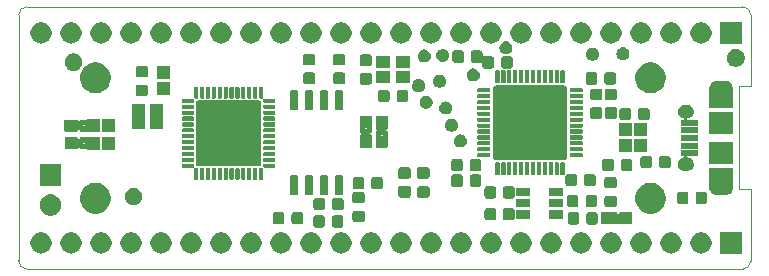
<source format=gts>
%TF.GenerationSoftware,KiCad,Pcbnew,(5.1.5)-3*%
%TF.CreationDate,2020-07-06T18:35:22-07:00*%
%TF.ProjectId,UPduino_v3.0,55506475-696e-46f5-9f76-332e302e6b69,3.0*%
%TF.SameCoordinates,Original*%
%TF.FileFunction,Soldermask,Top*%
%TF.FilePolarity,Negative*%
%FSLAX46Y46*%
G04 Gerber Fmt 4.6, Leading zero omitted, Abs format (unit mm)*
G04 Created by KiCad (PCBNEW (5.1.5)-3) date 2020-07-06 18:35:22*
%MOMM*%
%LPD*%
G04 APERTURE LIST*
%ADD10C,0.050000*%
%ADD11C,0.100000*%
G04 APERTURE END LIST*
D10*
X100000000Y-78480000D02*
G75*
G02X100700000Y-77780000I700000J0D01*
G01*
X161300000Y-77780000D02*
G75*
G02X162000000Y-78480000I0J-700000D01*
G01*
X162000000Y-99300000D02*
G75*
G02X161300000Y-100000000I-700000J0D01*
G01*
X100700000Y-100000000D02*
G75*
G02X100000000Y-99300000I0J700000D01*
G01*
X162000000Y-93200000D02*
X161000000Y-93200000D01*
X162000000Y-84500000D02*
X161000000Y-84500000D01*
X161000000Y-93200000D02*
X161000000Y-84500000D01*
X162000000Y-99300000D02*
X162000000Y-93200000D01*
X100000000Y-78480000D02*
X100000000Y-99300000D01*
X161300000Y-77780000D02*
X100700000Y-77780000D01*
X162000000Y-84500000D02*
X162000000Y-78480000D01*
X100700000Y-100000000D02*
X161300000Y-100000000D01*
D11*
G36*
X102010426Y-96883313D02*
G01*
X102162812Y-96913624D01*
X102326784Y-96981544D01*
X102474354Y-97080147D01*
X102599853Y-97205646D01*
X102698456Y-97353216D01*
X102766376Y-97517188D01*
X102801000Y-97691259D01*
X102801000Y-97868741D01*
X102766376Y-98042812D01*
X102698456Y-98206784D01*
X102599853Y-98354354D01*
X102474354Y-98479853D01*
X102326784Y-98578456D01*
X102162812Y-98646376D01*
X102010426Y-98676687D01*
X101988742Y-98681000D01*
X101811258Y-98681000D01*
X101789574Y-98676687D01*
X101637188Y-98646376D01*
X101473216Y-98578456D01*
X101325646Y-98479853D01*
X101200147Y-98354354D01*
X101101544Y-98206784D01*
X101033624Y-98042812D01*
X100999000Y-97868741D01*
X100999000Y-97691259D01*
X101033624Y-97517188D01*
X101101544Y-97353216D01*
X101200147Y-97205646D01*
X101325646Y-97080147D01*
X101473216Y-96981544D01*
X101637188Y-96913624D01*
X101789574Y-96883313D01*
X101811258Y-96879000D01*
X101988742Y-96879000D01*
X102010426Y-96883313D01*
G37*
G36*
X132490426Y-96883313D02*
G01*
X132642812Y-96913624D01*
X132806784Y-96981544D01*
X132954354Y-97080147D01*
X133079853Y-97205646D01*
X133178456Y-97353216D01*
X133246376Y-97517188D01*
X133281000Y-97691259D01*
X133281000Y-97868741D01*
X133246376Y-98042812D01*
X133178456Y-98206784D01*
X133079853Y-98354354D01*
X132954354Y-98479853D01*
X132806784Y-98578456D01*
X132642812Y-98646376D01*
X132490426Y-98676687D01*
X132468742Y-98681000D01*
X132291258Y-98681000D01*
X132269574Y-98676687D01*
X132117188Y-98646376D01*
X131953216Y-98578456D01*
X131805646Y-98479853D01*
X131680147Y-98354354D01*
X131581544Y-98206784D01*
X131513624Y-98042812D01*
X131479000Y-97868741D01*
X131479000Y-97691259D01*
X131513624Y-97517188D01*
X131581544Y-97353216D01*
X131680147Y-97205646D01*
X131805646Y-97080147D01*
X131953216Y-96981544D01*
X132117188Y-96913624D01*
X132269574Y-96883313D01*
X132291258Y-96879000D01*
X132468742Y-96879000D01*
X132490426Y-96883313D01*
G37*
G36*
X161221000Y-98681000D02*
G01*
X159419000Y-98681000D01*
X159419000Y-96879000D01*
X161221000Y-96879000D01*
X161221000Y-98681000D01*
G37*
G36*
X155350426Y-96883313D02*
G01*
X155502812Y-96913624D01*
X155666784Y-96981544D01*
X155814354Y-97080147D01*
X155939853Y-97205646D01*
X156038456Y-97353216D01*
X156106376Y-97517188D01*
X156141000Y-97691259D01*
X156141000Y-97868741D01*
X156106376Y-98042812D01*
X156038456Y-98206784D01*
X155939853Y-98354354D01*
X155814354Y-98479853D01*
X155666784Y-98578456D01*
X155502812Y-98646376D01*
X155350426Y-98676687D01*
X155328742Y-98681000D01*
X155151258Y-98681000D01*
X155129574Y-98676687D01*
X154977188Y-98646376D01*
X154813216Y-98578456D01*
X154665646Y-98479853D01*
X154540147Y-98354354D01*
X154441544Y-98206784D01*
X154373624Y-98042812D01*
X154339000Y-97868741D01*
X154339000Y-97691259D01*
X154373624Y-97517188D01*
X154441544Y-97353216D01*
X154540147Y-97205646D01*
X154665646Y-97080147D01*
X154813216Y-96981544D01*
X154977188Y-96913624D01*
X155129574Y-96883313D01*
X155151258Y-96879000D01*
X155328742Y-96879000D01*
X155350426Y-96883313D01*
G37*
G36*
X152810426Y-96883313D02*
G01*
X152962812Y-96913624D01*
X153126784Y-96981544D01*
X153274354Y-97080147D01*
X153399853Y-97205646D01*
X153498456Y-97353216D01*
X153566376Y-97517188D01*
X153601000Y-97691259D01*
X153601000Y-97868741D01*
X153566376Y-98042812D01*
X153498456Y-98206784D01*
X153399853Y-98354354D01*
X153274354Y-98479853D01*
X153126784Y-98578456D01*
X152962812Y-98646376D01*
X152810426Y-98676687D01*
X152788742Y-98681000D01*
X152611258Y-98681000D01*
X152589574Y-98676687D01*
X152437188Y-98646376D01*
X152273216Y-98578456D01*
X152125646Y-98479853D01*
X152000147Y-98354354D01*
X151901544Y-98206784D01*
X151833624Y-98042812D01*
X151799000Y-97868741D01*
X151799000Y-97691259D01*
X151833624Y-97517188D01*
X151901544Y-97353216D01*
X152000147Y-97205646D01*
X152125646Y-97080147D01*
X152273216Y-96981544D01*
X152437188Y-96913624D01*
X152589574Y-96883313D01*
X152611258Y-96879000D01*
X152788742Y-96879000D01*
X152810426Y-96883313D01*
G37*
G36*
X150270426Y-96883313D02*
G01*
X150422812Y-96913624D01*
X150586784Y-96981544D01*
X150734354Y-97080147D01*
X150859853Y-97205646D01*
X150958456Y-97353216D01*
X151026376Y-97517188D01*
X151061000Y-97691259D01*
X151061000Y-97868741D01*
X151026376Y-98042812D01*
X150958456Y-98206784D01*
X150859853Y-98354354D01*
X150734354Y-98479853D01*
X150586784Y-98578456D01*
X150422812Y-98646376D01*
X150270426Y-98676687D01*
X150248742Y-98681000D01*
X150071258Y-98681000D01*
X150049574Y-98676687D01*
X149897188Y-98646376D01*
X149733216Y-98578456D01*
X149585646Y-98479853D01*
X149460147Y-98354354D01*
X149361544Y-98206784D01*
X149293624Y-98042812D01*
X149259000Y-97868741D01*
X149259000Y-97691259D01*
X149293624Y-97517188D01*
X149361544Y-97353216D01*
X149460147Y-97205646D01*
X149585646Y-97080147D01*
X149733216Y-96981544D01*
X149897188Y-96913624D01*
X150049574Y-96883313D01*
X150071258Y-96879000D01*
X150248742Y-96879000D01*
X150270426Y-96883313D01*
G37*
G36*
X147730426Y-96883313D02*
G01*
X147882812Y-96913624D01*
X148046784Y-96981544D01*
X148194354Y-97080147D01*
X148319853Y-97205646D01*
X148418456Y-97353216D01*
X148486376Y-97517188D01*
X148521000Y-97691259D01*
X148521000Y-97868741D01*
X148486376Y-98042812D01*
X148418456Y-98206784D01*
X148319853Y-98354354D01*
X148194354Y-98479853D01*
X148046784Y-98578456D01*
X147882812Y-98646376D01*
X147730426Y-98676687D01*
X147708742Y-98681000D01*
X147531258Y-98681000D01*
X147509574Y-98676687D01*
X147357188Y-98646376D01*
X147193216Y-98578456D01*
X147045646Y-98479853D01*
X146920147Y-98354354D01*
X146821544Y-98206784D01*
X146753624Y-98042812D01*
X146719000Y-97868741D01*
X146719000Y-97691259D01*
X146753624Y-97517188D01*
X146821544Y-97353216D01*
X146920147Y-97205646D01*
X147045646Y-97080147D01*
X147193216Y-96981544D01*
X147357188Y-96913624D01*
X147509574Y-96883313D01*
X147531258Y-96879000D01*
X147708742Y-96879000D01*
X147730426Y-96883313D01*
G37*
G36*
X145190426Y-96883313D02*
G01*
X145342812Y-96913624D01*
X145506784Y-96981544D01*
X145654354Y-97080147D01*
X145779853Y-97205646D01*
X145878456Y-97353216D01*
X145946376Y-97517188D01*
X145981000Y-97691259D01*
X145981000Y-97868741D01*
X145946376Y-98042812D01*
X145878456Y-98206784D01*
X145779853Y-98354354D01*
X145654354Y-98479853D01*
X145506784Y-98578456D01*
X145342812Y-98646376D01*
X145190426Y-98676687D01*
X145168742Y-98681000D01*
X144991258Y-98681000D01*
X144969574Y-98676687D01*
X144817188Y-98646376D01*
X144653216Y-98578456D01*
X144505646Y-98479853D01*
X144380147Y-98354354D01*
X144281544Y-98206784D01*
X144213624Y-98042812D01*
X144179000Y-97868741D01*
X144179000Y-97691259D01*
X144213624Y-97517188D01*
X144281544Y-97353216D01*
X144380147Y-97205646D01*
X144505646Y-97080147D01*
X144653216Y-96981544D01*
X144817188Y-96913624D01*
X144969574Y-96883313D01*
X144991258Y-96879000D01*
X145168742Y-96879000D01*
X145190426Y-96883313D01*
G37*
G36*
X142650426Y-96883313D02*
G01*
X142802812Y-96913624D01*
X142966784Y-96981544D01*
X143114354Y-97080147D01*
X143239853Y-97205646D01*
X143338456Y-97353216D01*
X143406376Y-97517188D01*
X143441000Y-97691259D01*
X143441000Y-97868741D01*
X143406376Y-98042812D01*
X143338456Y-98206784D01*
X143239853Y-98354354D01*
X143114354Y-98479853D01*
X142966784Y-98578456D01*
X142802812Y-98646376D01*
X142650426Y-98676687D01*
X142628742Y-98681000D01*
X142451258Y-98681000D01*
X142429574Y-98676687D01*
X142277188Y-98646376D01*
X142113216Y-98578456D01*
X141965646Y-98479853D01*
X141840147Y-98354354D01*
X141741544Y-98206784D01*
X141673624Y-98042812D01*
X141639000Y-97868741D01*
X141639000Y-97691259D01*
X141673624Y-97517188D01*
X141741544Y-97353216D01*
X141840147Y-97205646D01*
X141965646Y-97080147D01*
X142113216Y-96981544D01*
X142277188Y-96913624D01*
X142429574Y-96883313D01*
X142451258Y-96879000D01*
X142628742Y-96879000D01*
X142650426Y-96883313D01*
G37*
G36*
X140110426Y-96883313D02*
G01*
X140262812Y-96913624D01*
X140426784Y-96981544D01*
X140574354Y-97080147D01*
X140699853Y-97205646D01*
X140798456Y-97353216D01*
X140866376Y-97517188D01*
X140901000Y-97691259D01*
X140901000Y-97868741D01*
X140866376Y-98042812D01*
X140798456Y-98206784D01*
X140699853Y-98354354D01*
X140574354Y-98479853D01*
X140426784Y-98578456D01*
X140262812Y-98646376D01*
X140110426Y-98676687D01*
X140088742Y-98681000D01*
X139911258Y-98681000D01*
X139889574Y-98676687D01*
X139737188Y-98646376D01*
X139573216Y-98578456D01*
X139425646Y-98479853D01*
X139300147Y-98354354D01*
X139201544Y-98206784D01*
X139133624Y-98042812D01*
X139099000Y-97868741D01*
X139099000Y-97691259D01*
X139133624Y-97517188D01*
X139201544Y-97353216D01*
X139300147Y-97205646D01*
X139425646Y-97080147D01*
X139573216Y-96981544D01*
X139737188Y-96913624D01*
X139889574Y-96883313D01*
X139911258Y-96879000D01*
X140088742Y-96879000D01*
X140110426Y-96883313D01*
G37*
G36*
X137570426Y-96883313D02*
G01*
X137722812Y-96913624D01*
X137886784Y-96981544D01*
X138034354Y-97080147D01*
X138159853Y-97205646D01*
X138258456Y-97353216D01*
X138326376Y-97517188D01*
X138361000Y-97691259D01*
X138361000Y-97868741D01*
X138326376Y-98042812D01*
X138258456Y-98206784D01*
X138159853Y-98354354D01*
X138034354Y-98479853D01*
X137886784Y-98578456D01*
X137722812Y-98646376D01*
X137570426Y-98676687D01*
X137548742Y-98681000D01*
X137371258Y-98681000D01*
X137349574Y-98676687D01*
X137197188Y-98646376D01*
X137033216Y-98578456D01*
X136885646Y-98479853D01*
X136760147Y-98354354D01*
X136661544Y-98206784D01*
X136593624Y-98042812D01*
X136559000Y-97868741D01*
X136559000Y-97691259D01*
X136593624Y-97517188D01*
X136661544Y-97353216D01*
X136760147Y-97205646D01*
X136885646Y-97080147D01*
X137033216Y-96981544D01*
X137197188Y-96913624D01*
X137349574Y-96883313D01*
X137371258Y-96879000D01*
X137548742Y-96879000D01*
X137570426Y-96883313D01*
G37*
G36*
X135030426Y-96883313D02*
G01*
X135182812Y-96913624D01*
X135346784Y-96981544D01*
X135494354Y-97080147D01*
X135619853Y-97205646D01*
X135718456Y-97353216D01*
X135786376Y-97517188D01*
X135821000Y-97691259D01*
X135821000Y-97868741D01*
X135786376Y-98042812D01*
X135718456Y-98206784D01*
X135619853Y-98354354D01*
X135494354Y-98479853D01*
X135346784Y-98578456D01*
X135182812Y-98646376D01*
X135030426Y-98676687D01*
X135008742Y-98681000D01*
X134831258Y-98681000D01*
X134809574Y-98676687D01*
X134657188Y-98646376D01*
X134493216Y-98578456D01*
X134345646Y-98479853D01*
X134220147Y-98354354D01*
X134121544Y-98206784D01*
X134053624Y-98042812D01*
X134019000Y-97868741D01*
X134019000Y-97691259D01*
X134053624Y-97517188D01*
X134121544Y-97353216D01*
X134220147Y-97205646D01*
X134345646Y-97080147D01*
X134493216Y-96981544D01*
X134657188Y-96913624D01*
X134809574Y-96883313D01*
X134831258Y-96879000D01*
X135008742Y-96879000D01*
X135030426Y-96883313D01*
G37*
G36*
X157890426Y-96883313D02*
G01*
X158042812Y-96913624D01*
X158206784Y-96981544D01*
X158354354Y-97080147D01*
X158479853Y-97205646D01*
X158578456Y-97353216D01*
X158646376Y-97517188D01*
X158681000Y-97691259D01*
X158681000Y-97868741D01*
X158646376Y-98042812D01*
X158578456Y-98206784D01*
X158479853Y-98354354D01*
X158354354Y-98479853D01*
X158206784Y-98578456D01*
X158042812Y-98646376D01*
X157890426Y-98676687D01*
X157868742Y-98681000D01*
X157691258Y-98681000D01*
X157669574Y-98676687D01*
X157517188Y-98646376D01*
X157353216Y-98578456D01*
X157205646Y-98479853D01*
X157080147Y-98354354D01*
X156981544Y-98206784D01*
X156913624Y-98042812D01*
X156879000Y-97868741D01*
X156879000Y-97691259D01*
X156913624Y-97517188D01*
X156981544Y-97353216D01*
X157080147Y-97205646D01*
X157205646Y-97080147D01*
X157353216Y-96981544D01*
X157517188Y-96913624D01*
X157669574Y-96883313D01*
X157691258Y-96879000D01*
X157868742Y-96879000D01*
X157890426Y-96883313D01*
G37*
G36*
X127410426Y-96883313D02*
G01*
X127562812Y-96913624D01*
X127726784Y-96981544D01*
X127874354Y-97080147D01*
X127999853Y-97205646D01*
X128098456Y-97353216D01*
X128166376Y-97517188D01*
X128201000Y-97691259D01*
X128201000Y-97868741D01*
X128166376Y-98042812D01*
X128098456Y-98206784D01*
X127999853Y-98354354D01*
X127874354Y-98479853D01*
X127726784Y-98578456D01*
X127562812Y-98646376D01*
X127410426Y-98676687D01*
X127388742Y-98681000D01*
X127211258Y-98681000D01*
X127189574Y-98676687D01*
X127037188Y-98646376D01*
X126873216Y-98578456D01*
X126725646Y-98479853D01*
X126600147Y-98354354D01*
X126501544Y-98206784D01*
X126433624Y-98042812D01*
X126399000Y-97868741D01*
X126399000Y-97691259D01*
X126433624Y-97517188D01*
X126501544Y-97353216D01*
X126600147Y-97205646D01*
X126725646Y-97080147D01*
X126873216Y-96981544D01*
X127037188Y-96913624D01*
X127189574Y-96883313D01*
X127211258Y-96879000D01*
X127388742Y-96879000D01*
X127410426Y-96883313D01*
G37*
G36*
X129950426Y-96883313D02*
G01*
X130102812Y-96913624D01*
X130266784Y-96981544D01*
X130414354Y-97080147D01*
X130539853Y-97205646D01*
X130638456Y-97353216D01*
X130706376Y-97517188D01*
X130741000Y-97691259D01*
X130741000Y-97868741D01*
X130706376Y-98042812D01*
X130638456Y-98206784D01*
X130539853Y-98354354D01*
X130414354Y-98479853D01*
X130266784Y-98578456D01*
X130102812Y-98646376D01*
X129950426Y-98676687D01*
X129928742Y-98681000D01*
X129751258Y-98681000D01*
X129729574Y-98676687D01*
X129577188Y-98646376D01*
X129413216Y-98578456D01*
X129265646Y-98479853D01*
X129140147Y-98354354D01*
X129041544Y-98206784D01*
X128973624Y-98042812D01*
X128939000Y-97868741D01*
X128939000Y-97691259D01*
X128973624Y-97517188D01*
X129041544Y-97353216D01*
X129140147Y-97205646D01*
X129265646Y-97080147D01*
X129413216Y-96981544D01*
X129577188Y-96913624D01*
X129729574Y-96883313D01*
X129751258Y-96879000D01*
X129928742Y-96879000D01*
X129950426Y-96883313D01*
G37*
G36*
X104550426Y-96883313D02*
G01*
X104702812Y-96913624D01*
X104866784Y-96981544D01*
X105014354Y-97080147D01*
X105139853Y-97205646D01*
X105238456Y-97353216D01*
X105306376Y-97517188D01*
X105341000Y-97691259D01*
X105341000Y-97868741D01*
X105306376Y-98042812D01*
X105238456Y-98206784D01*
X105139853Y-98354354D01*
X105014354Y-98479853D01*
X104866784Y-98578456D01*
X104702812Y-98646376D01*
X104550426Y-98676687D01*
X104528742Y-98681000D01*
X104351258Y-98681000D01*
X104329574Y-98676687D01*
X104177188Y-98646376D01*
X104013216Y-98578456D01*
X103865646Y-98479853D01*
X103740147Y-98354354D01*
X103641544Y-98206784D01*
X103573624Y-98042812D01*
X103539000Y-97868741D01*
X103539000Y-97691259D01*
X103573624Y-97517188D01*
X103641544Y-97353216D01*
X103740147Y-97205646D01*
X103865646Y-97080147D01*
X104013216Y-96981544D01*
X104177188Y-96913624D01*
X104329574Y-96883313D01*
X104351258Y-96879000D01*
X104528742Y-96879000D01*
X104550426Y-96883313D01*
G37*
G36*
X107090426Y-96883313D02*
G01*
X107242812Y-96913624D01*
X107406784Y-96981544D01*
X107554354Y-97080147D01*
X107679853Y-97205646D01*
X107778456Y-97353216D01*
X107846376Y-97517188D01*
X107881000Y-97691259D01*
X107881000Y-97868741D01*
X107846376Y-98042812D01*
X107778456Y-98206784D01*
X107679853Y-98354354D01*
X107554354Y-98479853D01*
X107406784Y-98578456D01*
X107242812Y-98646376D01*
X107090426Y-98676687D01*
X107068742Y-98681000D01*
X106891258Y-98681000D01*
X106869574Y-98676687D01*
X106717188Y-98646376D01*
X106553216Y-98578456D01*
X106405646Y-98479853D01*
X106280147Y-98354354D01*
X106181544Y-98206784D01*
X106113624Y-98042812D01*
X106079000Y-97868741D01*
X106079000Y-97691259D01*
X106113624Y-97517188D01*
X106181544Y-97353216D01*
X106280147Y-97205646D01*
X106405646Y-97080147D01*
X106553216Y-96981544D01*
X106717188Y-96913624D01*
X106869574Y-96883313D01*
X106891258Y-96879000D01*
X107068742Y-96879000D01*
X107090426Y-96883313D01*
G37*
G36*
X109630426Y-96883313D02*
G01*
X109782812Y-96913624D01*
X109946784Y-96981544D01*
X110094354Y-97080147D01*
X110219853Y-97205646D01*
X110318456Y-97353216D01*
X110386376Y-97517188D01*
X110421000Y-97691259D01*
X110421000Y-97868741D01*
X110386376Y-98042812D01*
X110318456Y-98206784D01*
X110219853Y-98354354D01*
X110094354Y-98479853D01*
X109946784Y-98578456D01*
X109782812Y-98646376D01*
X109630426Y-98676687D01*
X109608742Y-98681000D01*
X109431258Y-98681000D01*
X109409574Y-98676687D01*
X109257188Y-98646376D01*
X109093216Y-98578456D01*
X108945646Y-98479853D01*
X108820147Y-98354354D01*
X108721544Y-98206784D01*
X108653624Y-98042812D01*
X108619000Y-97868741D01*
X108619000Y-97691259D01*
X108653624Y-97517188D01*
X108721544Y-97353216D01*
X108820147Y-97205646D01*
X108945646Y-97080147D01*
X109093216Y-96981544D01*
X109257188Y-96913624D01*
X109409574Y-96883313D01*
X109431258Y-96879000D01*
X109608742Y-96879000D01*
X109630426Y-96883313D01*
G37*
G36*
X112170426Y-96883313D02*
G01*
X112322812Y-96913624D01*
X112486784Y-96981544D01*
X112634354Y-97080147D01*
X112759853Y-97205646D01*
X112858456Y-97353216D01*
X112926376Y-97517188D01*
X112961000Y-97691259D01*
X112961000Y-97868741D01*
X112926376Y-98042812D01*
X112858456Y-98206784D01*
X112759853Y-98354354D01*
X112634354Y-98479853D01*
X112486784Y-98578456D01*
X112322812Y-98646376D01*
X112170426Y-98676687D01*
X112148742Y-98681000D01*
X111971258Y-98681000D01*
X111949574Y-98676687D01*
X111797188Y-98646376D01*
X111633216Y-98578456D01*
X111485646Y-98479853D01*
X111360147Y-98354354D01*
X111261544Y-98206784D01*
X111193624Y-98042812D01*
X111159000Y-97868741D01*
X111159000Y-97691259D01*
X111193624Y-97517188D01*
X111261544Y-97353216D01*
X111360147Y-97205646D01*
X111485646Y-97080147D01*
X111633216Y-96981544D01*
X111797188Y-96913624D01*
X111949574Y-96883313D01*
X111971258Y-96879000D01*
X112148742Y-96879000D01*
X112170426Y-96883313D01*
G37*
G36*
X117250426Y-96883313D02*
G01*
X117402812Y-96913624D01*
X117566784Y-96981544D01*
X117714354Y-97080147D01*
X117839853Y-97205646D01*
X117938456Y-97353216D01*
X118006376Y-97517188D01*
X118041000Y-97691259D01*
X118041000Y-97868741D01*
X118006376Y-98042812D01*
X117938456Y-98206784D01*
X117839853Y-98354354D01*
X117714354Y-98479853D01*
X117566784Y-98578456D01*
X117402812Y-98646376D01*
X117250426Y-98676687D01*
X117228742Y-98681000D01*
X117051258Y-98681000D01*
X117029574Y-98676687D01*
X116877188Y-98646376D01*
X116713216Y-98578456D01*
X116565646Y-98479853D01*
X116440147Y-98354354D01*
X116341544Y-98206784D01*
X116273624Y-98042812D01*
X116239000Y-97868741D01*
X116239000Y-97691259D01*
X116273624Y-97517188D01*
X116341544Y-97353216D01*
X116440147Y-97205646D01*
X116565646Y-97080147D01*
X116713216Y-96981544D01*
X116877188Y-96913624D01*
X117029574Y-96883313D01*
X117051258Y-96879000D01*
X117228742Y-96879000D01*
X117250426Y-96883313D01*
G37*
G36*
X119790426Y-96883313D02*
G01*
X119942812Y-96913624D01*
X120106784Y-96981544D01*
X120254354Y-97080147D01*
X120379853Y-97205646D01*
X120478456Y-97353216D01*
X120546376Y-97517188D01*
X120581000Y-97691259D01*
X120581000Y-97868741D01*
X120546376Y-98042812D01*
X120478456Y-98206784D01*
X120379853Y-98354354D01*
X120254354Y-98479853D01*
X120106784Y-98578456D01*
X119942812Y-98646376D01*
X119790426Y-98676687D01*
X119768742Y-98681000D01*
X119591258Y-98681000D01*
X119569574Y-98676687D01*
X119417188Y-98646376D01*
X119253216Y-98578456D01*
X119105646Y-98479853D01*
X118980147Y-98354354D01*
X118881544Y-98206784D01*
X118813624Y-98042812D01*
X118779000Y-97868741D01*
X118779000Y-97691259D01*
X118813624Y-97517188D01*
X118881544Y-97353216D01*
X118980147Y-97205646D01*
X119105646Y-97080147D01*
X119253216Y-96981544D01*
X119417188Y-96913624D01*
X119569574Y-96883313D01*
X119591258Y-96879000D01*
X119768742Y-96879000D01*
X119790426Y-96883313D01*
G37*
G36*
X122330426Y-96883313D02*
G01*
X122482812Y-96913624D01*
X122646784Y-96981544D01*
X122794354Y-97080147D01*
X122919853Y-97205646D01*
X123018456Y-97353216D01*
X123086376Y-97517188D01*
X123121000Y-97691259D01*
X123121000Y-97868741D01*
X123086376Y-98042812D01*
X123018456Y-98206784D01*
X122919853Y-98354354D01*
X122794354Y-98479853D01*
X122646784Y-98578456D01*
X122482812Y-98646376D01*
X122330426Y-98676687D01*
X122308742Y-98681000D01*
X122131258Y-98681000D01*
X122109574Y-98676687D01*
X121957188Y-98646376D01*
X121793216Y-98578456D01*
X121645646Y-98479853D01*
X121520147Y-98354354D01*
X121421544Y-98206784D01*
X121353624Y-98042812D01*
X121319000Y-97868741D01*
X121319000Y-97691259D01*
X121353624Y-97517188D01*
X121421544Y-97353216D01*
X121520147Y-97205646D01*
X121645646Y-97080147D01*
X121793216Y-96981544D01*
X121957188Y-96913624D01*
X122109574Y-96883313D01*
X122131258Y-96879000D01*
X122308742Y-96879000D01*
X122330426Y-96883313D01*
G37*
G36*
X124870426Y-96883313D02*
G01*
X125022812Y-96913624D01*
X125186784Y-96981544D01*
X125334354Y-97080147D01*
X125459853Y-97205646D01*
X125558456Y-97353216D01*
X125626376Y-97517188D01*
X125661000Y-97691259D01*
X125661000Y-97868741D01*
X125626376Y-98042812D01*
X125558456Y-98206784D01*
X125459853Y-98354354D01*
X125334354Y-98479853D01*
X125186784Y-98578456D01*
X125022812Y-98646376D01*
X124870426Y-98676687D01*
X124848742Y-98681000D01*
X124671258Y-98681000D01*
X124649574Y-98676687D01*
X124497188Y-98646376D01*
X124333216Y-98578456D01*
X124185646Y-98479853D01*
X124060147Y-98354354D01*
X123961544Y-98206784D01*
X123893624Y-98042812D01*
X123859000Y-97868741D01*
X123859000Y-97691259D01*
X123893624Y-97517188D01*
X123961544Y-97353216D01*
X124060147Y-97205646D01*
X124185646Y-97080147D01*
X124333216Y-96981544D01*
X124497188Y-96913624D01*
X124649574Y-96883313D01*
X124671258Y-96879000D01*
X124848742Y-96879000D01*
X124870426Y-96883313D01*
G37*
G36*
X114710426Y-96883313D02*
G01*
X114862812Y-96913624D01*
X115026784Y-96981544D01*
X115174354Y-97080147D01*
X115299853Y-97205646D01*
X115398456Y-97353216D01*
X115466376Y-97517188D01*
X115501000Y-97691259D01*
X115501000Y-97868741D01*
X115466376Y-98042812D01*
X115398456Y-98206784D01*
X115299853Y-98354354D01*
X115174354Y-98479853D01*
X115026784Y-98578456D01*
X114862812Y-98646376D01*
X114710426Y-98676687D01*
X114688742Y-98681000D01*
X114511258Y-98681000D01*
X114489574Y-98676687D01*
X114337188Y-98646376D01*
X114173216Y-98578456D01*
X114025646Y-98479853D01*
X113900147Y-98354354D01*
X113801544Y-98206784D01*
X113733624Y-98042812D01*
X113699000Y-97868741D01*
X113699000Y-97691259D01*
X113733624Y-97517188D01*
X113801544Y-97353216D01*
X113900147Y-97205646D01*
X114025646Y-97080147D01*
X114173216Y-96981544D01*
X114337188Y-96913624D01*
X114489574Y-96883313D01*
X114511258Y-96879000D01*
X114688742Y-96879000D01*
X114710426Y-96883313D01*
G37*
G36*
X127324777Y-95439650D02*
G01*
X127365859Y-95452112D01*
X127403724Y-95472352D01*
X127436912Y-95499588D01*
X127464148Y-95532776D01*
X127484388Y-95570641D01*
X127496850Y-95611723D01*
X127501300Y-95656904D01*
X127501300Y-96265496D01*
X127496850Y-96310677D01*
X127484388Y-96351759D01*
X127464148Y-96389624D01*
X127436912Y-96422812D01*
X127403724Y-96450048D01*
X127365859Y-96470288D01*
X127324777Y-96482750D01*
X127279596Y-96487200D01*
X126746004Y-96487200D01*
X126700823Y-96482750D01*
X126659741Y-96470288D01*
X126621876Y-96450048D01*
X126588688Y-96422812D01*
X126561452Y-96389624D01*
X126541212Y-96351759D01*
X126528750Y-96310677D01*
X126524300Y-96265496D01*
X126524300Y-95656904D01*
X126528750Y-95611723D01*
X126541212Y-95570641D01*
X126561452Y-95532776D01*
X126588688Y-95499588D01*
X126621876Y-95472352D01*
X126659741Y-95452112D01*
X126700823Y-95439650D01*
X126746004Y-95435200D01*
X127279596Y-95435200D01*
X127324777Y-95439650D01*
G37*
G36*
X125749777Y-95439650D02*
G01*
X125790859Y-95452112D01*
X125828724Y-95472352D01*
X125861912Y-95499588D01*
X125889148Y-95532776D01*
X125909388Y-95570641D01*
X125921850Y-95611723D01*
X125926300Y-95656904D01*
X125926300Y-96265496D01*
X125921850Y-96310677D01*
X125909388Y-96351759D01*
X125889148Y-96389624D01*
X125861912Y-96422812D01*
X125828724Y-96450048D01*
X125790859Y-96470288D01*
X125749777Y-96482750D01*
X125704596Y-96487200D01*
X125171004Y-96487200D01*
X125125823Y-96482750D01*
X125084741Y-96470288D01*
X125046876Y-96450048D01*
X125013688Y-96422812D01*
X124986452Y-96389624D01*
X124966212Y-96351759D01*
X124953750Y-96310677D01*
X124949300Y-96265496D01*
X124949300Y-95656904D01*
X124953750Y-95611723D01*
X124966212Y-95570641D01*
X124986452Y-95532776D01*
X125013688Y-95499588D01*
X125046876Y-95472352D01*
X125084741Y-95452112D01*
X125125823Y-95439650D01*
X125171004Y-95435200D01*
X125704596Y-95435200D01*
X125749777Y-95439650D01*
G37*
G36*
X148863977Y-95178450D02*
G01*
X148905059Y-95190912D01*
X148942924Y-95211152D01*
X148976112Y-95238388D01*
X149003348Y-95271576D01*
X149023588Y-95309441D01*
X149036050Y-95350523D01*
X149040500Y-95395704D01*
X149040500Y-96004296D01*
X149036050Y-96049477D01*
X149023588Y-96090559D01*
X149003348Y-96128424D01*
X148976112Y-96161612D01*
X148942924Y-96188848D01*
X148905059Y-96209088D01*
X148863977Y-96221550D01*
X148818796Y-96226000D01*
X148285204Y-96226000D01*
X148240023Y-96221550D01*
X148198941Y-96209088D01*
X148161076Y-96188848D01*
X148127888Y-96161612D01*
X148100652Y-96128424D01*
X148080412Y-96090559D01*
X148067950Y-96049477D01*
X148063500Y-96004296D01*
X148063500Y-95395704D01*
X148067950Y-95350523D01*
X148080412Y-95309441D01*
X148100652Y-95271576D01*
X148127888Y-95238388D01*
X148161076Y-95211152D01*
X148198941Y-95190912D01*
X148240023Y-95178450D01*
X148285204Y-95174000D01*
X148818796Y-95174000D01*
X148863977Y-95178450D01*
G37*
G36*
X147288977Y-95178450D02*
G01*
X147330059Y-95190912D01*
X147367924Y-95211152D01*
X147401112Y-95238388D01*
X147428348Y-95271576D01*
X147448588Y-95309441D01*
X147461050Y-95350523D01*
X147465500Y-95395704D01*
X147465500Y-96004296D01*
X147461050Y-96049477D01*
X147448588Y-96090559D01*
X147428348Y-96128424D01*
X147401112Y-96161612D01*
X147367924Y-96188848D01*
X147330059Y-96209088D01*
X147288977Y-96221550D01*
X147243796Y-96226000D01*
X146710204Y-96226000D01*
X146665023Y-96221550D01*
X146623941Y-96209088D01*
X146586076Y-96188848D01*
X146552888Y-96161612D01*
X146525652Y-96128424D01*
X146505412Y-96090559D01*
X146492950Y-96049477D01*
X146488500Y-96004296D01*
X146488500Y-95395704D01*
X146492950Y-95350523D01*
X146505412Y-95309441D01*
X146525652Y-95271576D01*
X146552888Y-95238388D01*
X146586076Y-95211152D01*
X146623941Y-95190912D01*
X146665023Y-95178450D01*
X146710204Y-95174000D01*
X147243796Y-95174000D01*
X147288977Y-95178450D01*
G37*
G36*
X150644499Y-95194737D02*
G01*
X150654109Y-95197653D01*
X150662971Y-95202390D01*
X150670737Y-95208763D01*
X150677110Y-95216529D01*
X150681847Y-95225391D01*
X150684763Y-95235001D01*
X150685747Y-95245000D01*
X150684656Y-95256085D01*
X150683169Y-95263563D01*
X150683169Y-95273365D01*
X150685082Y-95282978D01*
X150688833Y-95292033D01*
X150694279Y-95300183D01*
X150701210Y-95307113D01*
X150709359Y-95312558D01*
X150718415Y-95316309D01*
X150728028Y-95318220D01*
X150737830Y-95318220D01*
X150747443Y-95316307D01*
X150756498Y-95312556D01*
X150766578Y-95305442D01*
X150873027Y-95208573D01*
X150883067Y-95201096D01*
X150892139Y-95196783D01*
X150902455Y-95194177D01*
X150911367Y-95193511D01*
X151907046Y-95193511D01*
X151919499Y-95194737D01*
X151929109Y-95197653D01*
X151937971Y-95202390D01*
X151945737Y-95208763D01*
X151952110Y-95216529D01*
X151956847Y-95225391D01*
X151959763Y-95235001D01*
X151960989Y-95247454D01*
X151960989Y-96152546D01*
X151959763Y-96164999D01*
X151956847Y-96174609D01*
X151952110Y-96183471D01*
X151945737Y-96191237D01*
X151937971Y-96197610D01*
X151929109Y-96202347D01*
X151919499Y-96205263D01*
X151907046Y-96206489D01*
X150911954Y-96206489D01*
X150899501Y-96205263D01*
X150889891Y-96202347D01*
X150880504Y-96197330D01*
X150873466Y-96191826D01*
X150766826Y-96094784D01*
X150758965Y-96088930D01*
X150750113Y-96084722D01*
X150740610Y-96082321D01*
X150730822Y-96081820D01*
X150721123Y-96083239D01*
X150711888Y-96086523D01*
X150703471Y-96091545D01*
X150696195Y-96098113D01*
X150690341Y-96105974D01*
X150686133Y-96114826D01*
X150683732Y-96124329D01*
X150683231Y-96134117D01*
X150683703Y-96139003D01*
X150685691Y-96152586D01*
X150685177Y-96162621D01*
X150682717Y-96172361D01*
X150678404Y-96181433D01*
X150678403Y-96181434D01*
X150672403Y-96189491D01*
X150672401Y-96189492D01*
X150672401Y-96189493D01*
X150664946Y-96196223D01*
X150662621Y-96197610D01*
X150656318Y-96201371D01*
X150646852Y-96204736D01*
X150634500Y-96206247D01*
X150633433Y-96206247D01*
X150631455Y-96206489D01*
X149336954Y-96206489D01*
X149324501Y-96205263D01*
X149314891Y-96202347D01*
X149306029Y-96197610D01*
X149298263Y-96191237D01*
X149291890Y-96183471D01*
X149287153Y-96174609D01*
X149284237Y-96164999D01*
X149283011Y-96152546D01*
X149283011Y-95697646D01*
X150235347Y-95697646D01*
X150235848Y-95707435D01*
X150238248Y-95716938D01*
X150242457Y-95725790D01*
X150251640Y-95736979D01*
X150277174Y-95760215D01*
X150285035Y-95766070D01*
X150293887Y-95770278D01*
X150303390Y-95772679D01*
X150313178Y-95773180D01*
X150322877Y-95771761D01*
X150332112Y-95768477D01*
X150340529Y-95763455D01*
X150347804Y-95756887D01*
X150353659Y-95749026D01*
X150357867Y-95740174D01*
X150360268Y-95730671D01*
X150360769Y-95720883D01*
X150360297Y-95715997D01*
X150358309Y-95702414D01*
X150358823Y-95692378D01*
X150359784Y-95688573D01*
X150361243Y-95678880D01*
X150360782Y-95669090D01*
X150358420Y-95659577D01*
X150354247Y-95650708D01*
X150348425Y-95642823D01*
X150341176Y-95636226D01*
X150332779Y-95631170D01*
X150323558Y-95627849D01*
X150313865Y-95626390D01*
X150304075Y-95626851D01*
X150294562Y-95629213D01*
X150285693Y-95633386D01*
X150277658Y-95639344D01*
X150251640Y-95663020D01*
X150245072Y-95670296D01*
X150240050Y-95678713D01*
X150236766Y-95687948D01*
X150235347Y-95697646D01*
X149283011Y-95697646D01*
X149283011Y-95247454D01*
X149284237Y-95235001D01*
X149287153Y-95225391D01*
X149291890Y-95216529D01*
X149298263Y-95208763D01*
X149306029Y-95202390D01*
X149314891Y-95197653D01*
X149324501Y-95194737D01*
X149336954Y-95193511D01*
X150632046Y-95193511D01*
X150644499Y-95194737D01*
G37*
G36*
X122324477Y-95158450D02*
G01*
X122365559Y-95170912D01*
X122403424Y-95191152D01*
X122436612Y-95218388D01*
X122463848Y-95251576D01*
X122484088Y-95289441D01*
X122496550Y-95330523D01*
X122501000Y-95375704D01*
X122501000Y-95984296D01*
X122496550Y-96029477D01*
X122484088Y-96070559D01*
X122463848Y-96108424D01*
X122436612Y-96141612D01*
X122403424Y-96168848D01*
X122365559Y-96189088D01*
X122324477Y-96201550D01*
X122279296Y-96206000D01*
X121745704Y-96206000D01*
X121700523Y-96201550D01*
X121659441Y-96189088D01*
X121621576Y-96168848D01*
X121588388Y-96141612D01*
X121561152Y-96108424D01*
X121540912Y-96070559D01*
X121528450Y-96029477D01*
X121524000Y-95984296D01*
X121524000Y-95375704D01*
X121528450Y-95330523D01*
X121540912Y-95289441D01*
X121561152Y-95251576D01*
X121588388Y-95218388D01*
X121621576Y-95191152D01*
X121659441Y-95170912D01*
X121700523Y-95158450D01*
X121745704Y-95154000D01*
X122279296Y-95154000D01*
X122324477Y-95158450D01*
G37*
G36*
X123899477Y-95158450D02*
G01*
X123940559Y-95170912D01*
X123978424Y-95191152D01*
X124011612Y-95218388D01*
X124038848Y-95251576D01*
X124059088Y-95289441D01*
X124071550Y-95330523D01*
X124076000Y-95375704D01*
X124076000Y-95984296D01*
X124071550Y-96029477D01*
X124059088Y-96070559D01*
X124038848Y-96108424D01*
X124011612Y-96141612D01*
X123978424Y-96168848D01*
X123940559Y-96189088D01*
X123899477Y-96201550D01*
X123854296Y-96206000D01*
X123320704Y-96206000D01*
X123275523Y-96201550D01*
X123234441Y-96189088D01*
X123196576Y-96168848D01*
X123163388Y-96141612D01*
X123136152Y-96108424D01*
X123115912Y-96070559D01*
X123103450Y-96029477D01*
X123099000Y-95984296D01*
X123099000Y-95375704D01*
X123103450Y-95330523D01*
X123115912Y-95289441D01*
X123136152Y-95251576D01*
X123163388Y-95218388D01*
X123196576Y-95191152D01*
X123234441Y-95170912D01*
X123275523Y-95158450D01*
X123320704Y-95154000D01*
X123854296Y-95154000D01*
X123899477Y-95158450D01*
G37*
G36*
X129127477Y-95045450D02*
G01*
X129168559Y-95057912D01*
X129206424Y-95078152D01*
X129239612Y-95105388D01*
X129266848Y-95138576D01*
X129287088Y-95176441D01*
X129299550Y-95217523D01*
X129304000Y-95262704D01*
X129304000Y-95796296D01*
X129299550Y-95841477D01*
X129287088Y-95882559D01*
X129266848Y-95920424D01*
X129239612Y-95953612D01*
X129206424Y-95980848D01*
X129168559Y-96001088D01*
X129127477Y-96013550D01*
X129082296Y-96018000D01*
X128473704Y-96018000D01*
X128428523Y-96013550D01*
X128387441Y-96001088D01*
X128349576Y-95980848D01*
X128316388Y-95953612D01*
X128289152Y-95920424D01*
X128268912Y-95882559D01*
X128256450Y-95841477D01*
X128252000Y-95796296D01*
X128252000Y-95262704D01*
X128256450Y-95217523D01*
X128268912Y-95176441D01*
X128289152Y-95138576D01*
X128316388Y-95105388D01*
X128349576Y-95078152D01*
X128387441Y-95057912D01*
X128428523Y-95045450D01*
X128473704Y-95041000D01*
X129082296Y-95041000D01*
X129127477Y-95045450D01*
G37*
G36*
X141815477Y-94828450D02*
G01*
X141856559Y-94840912D01*
X141894424Y-94861152D01*
X141927612Y-94888388D01*
X141954848Y-94921576D01*
X141975088Y-94959441D01*
X141987550Y-95000523D01*
X141992000Y-95045704D01*
X141992000Y-95654296D01*
X141987550Y-95699477D01*
X141975088Y-95740559D01*
X141954848Y-95778424D01*
X141927612Y-95811612D01*
X141894424Y-95838848D01*
X141856559Y-95859088D01*
X141815477Y-95871550D01*
X141770296Y-95876000D01*
X141236704Y-95876000D01*
X141191523Y-95871550D01*
X141150441Y-95859088D01*
X141112576Y-95838848D01*
X141079388Y-95811612D01*
X141052152Y-95778424D01*
X141031912Y-95740559D01*
X141019450Y-95699477D01*
X141015000Y-95654296D01*
X141015000Y-95045704D01*
X141019450Y-95000523D01*
X141031912Y-94959441D01*
X141052152Y-94921576D01*
X141079388Y-94888388D01*
X141112576Y-94861152D01*
X141150441Y-94840912D01*
X141191523Y-94828450D01*
X141236704Y-94824000D01*
X141770296Y-94824000D01*
X141815477Y-94828450D01*
G37*
G36*
X140240477Y-94828450D02*
G01*
X140281559Y-94840912D01*
X140319424Y-94861152D01*
X140352612Y-94888388D01*
X140379848Y-94921576D01*
X140400088Y-94959441D01*
X140412550Y-95000523D01*
X140417000Y-95045704D01*
X140417000Y-95654296D01*
X140412550Y-95699477D01*
X140400088Y-95740559D01*
X140379848Y-95778424D01*
X140352612Y-95811612D01*
X140319424Y-95838848D01*
X140281559Y-95859088D01*
X140240477Y-95871550D01*
X140195296Y-95876000D01*
X139661704Y-95876000D01*
X139616523Y-95871550D01*
X139575441Y-95859088D01*
X139537576Y-95838848D01*
X139504388Y-95811612D01*
X139477152Y-95778424D01*
X139456912Y-95740559D01*
X139444450Y-95699477D01*
X139440000Y-95654296D01*
X139440000Y-95045704D01*
X139444450Y-95000523D01*
X139456912Y-94959441D01*
X139477152Y-94921576D01*
X139504388Y-94888388D01*
X139537576Y-94861152D01*
X139575441Y-94840912D01*
X139616523Y-94828450D01*
X139661704Y-94824000D01*
X140195296Y-94824000D01*
X140240477Y-94828450D01*
G37*
G36*
X146101000Y-95729000D02*
G01*
X144899000Y-95729000D01*
X144899000Y-95027000D01*
X146101000Y-95027000D01*
X146101000Y-95729000D01*
G37*
G36*
X143301000Y-95729000D02*
G01*
X142099000Y-95729000D01*
X142099000Y-95027000D01*
X143301000Y-95027000D01*
X143301000Y-95729000D01*
G37*
G36*
X102799691Y-93681178D02*
G01*
X102962812Y-93713624D01*
X103126784Y-93781544D01*
X103274354Y-93880147D01*
X103399853Y-94005646D01*
X103498456Y-94153216D01*
X103566376Y-94317188D01*
X103589922Y-94435564D01*
X103601000Y-94491258D01*
X103601000Y-94668742D01*
X103598042Y-94683612D01*
X103566376Y-94842812D01*
X103498456Y-95006784D01*
X103399853Y-95154354D01*
X103274354Y-95279853D01*
X103126784Y-95378456D01*
X102962812Y-95446376D01*
X102812048Y-95476364D01*
X102788742Y-95481000D01*
X102611258Y-95481000D01*
X102587952Y-95476364D01*
X102437188Y-95446376D01*
X102273216Y-95378456D01*
X102125646Y-95279853D01*
X102000147Y-95154354D01*
X101901544Y-95006784D01*
X101833624Y-94842812D01*
X101801958Y-94683612D01*
X101799000Y-94668742D01*
X101799000Y-94491258D01*
X101810078Y-94435564D01*
X101833624Y-94317188D01*
X101901544Y-94153216D01*
X102000147Y-94005646D01*
X102125646Y-93880147D01*
X102273216Y-93781544D01*
X102437188Y-93713624D01*
X102600309Y-93681178D01*
X102611258Y-93679000D01*
X102788742Y-93679000D01*
X102799691Y-93681178D01*
G37*
G36*
X153879486Y-92748996D02*
G01*
X154115024Y-92846559D01*
X154116255Y-92847069D01*
X154155734Y-92873448D01*
X154329338Y-92989446D01*
X154510554Y-93170662D01*
X154564439Y-93251307D01*
X154647024Y-93374904D01*
X154652932Y-93383747D01*
X154751004Y-93620514D01*
X154801000Y-93871861D01*
X154801000Y-94128139D01*
X154751004Y-94379486D01*
X154655845Y-94609220D01*
X154652931Y-94616255D01*
X154599906Y-94695612D01*
X154510554Y-94829338D01*
X154329338Y-95010554D01*
X154283772Y-95041000D01*
X154116255Y-95152931D01*
X154116254Y-95152932D01*
X154116253Y-95152932D01*
X153879486Y-95251004D01*
X153628139Y-95301000D01*
X153371861Y-95301000D01*
X153120514Y-95251004D01*
X152883747Y-95152932D01*
X152883746Y-95152932D01*
X152883745Y-95152931D01*
X152716228Y-95041000D01*
X152670662Y-95010554D01*
X152489446Y-94829338D01*
X152400094Y-94695612D01*
X152347069Y-94616255D01*
X152344155Y-94609220D01*
X152248996Y-94379486D01*
X152199000Y-94128139D01*
X152199000Y-93871861D01*
X152248996Y-93620514D01*
X152347068Y-93383747D01*
X152352977Y-93374904D01*
X152435561Y-93251307D01*
X152489446Y-93170662D01*
X152670662Y-92989446D01*
X152844266Y-92873448D01*
X152883745Y-92847069D01*
X152884976Y-92846559D01*
X153120514Y-92748996D01*
X153371861Y-92699000D01*
X153628139Y-92699000D01*
X153879486Y-92748996D01*
G37*
G36*
X106879486Y-92748996D02*
G01*
X107115024Y-92846559D01*
X107116255Y-92847069D01*
X107155734Y-92873448D01*
X107329338Y-92989446D01*
X107510554Y-93170662D01*
X107564439Y-93251307D01*
X107647024Y-93374904D01*
X107652932Y-93383747D01*
X107751004Y-93620514D01*
X107801000Y-93871861D01*
X107801000Y-94128139D01*
X107751004Y-94379486D01*
X107655845Y-94609220D01*
X107652931Y-94616255D01*
X107599906Y-94695612D01*
X107510554Y-94829338D01*
X107329338Y-95010554D01*
X107283772Y-95041000D01*
X107116255Y-95152931D01*
X107116254Y-95152932D01*
X107116253Y-95152932D01*
X106879486Y-95251004D01*
X106628139Y-95301000D01*
X106371861Y-95301000D01*
X106120514Y-95251004D01*
X105883747Y-95152932D01*
X105883746Y-95152932D01*
X105883745Y-95152931D01*
X105716228Y-95041000D01*
X105670662Y-95010554D01*
X105489446Y-94829338D01*
X105400094Y-94695612D01*
X105347069Y-94616255D01*
X105344155Y-94609220D01*
X105248996Y-94379486D01*
X105199000Y-94128139D01*
X105199000Y-93871861D01*
X105248996Y-93620514D01*
X105347068Y-93383747D01*
X105352977Y-93374904D01*
X105435561Y-93251307D01*
X105489446Y-93170662D01*
X105670662Y-92989446D01*
X105844266Y-92873448D01*
X105883745Y-92847069D01*
X105884976Y-92846559D01*
X106120514Y-92748996D01*
X106371861Y-92699000D01*
X106628139Y-92699000D01*
X106879486Y-92748996D01*
G37*
G36*
X127337477Y-93966450D02*
G01*
X127378559Y-93978912D01*
X127416424Y-93999152D01*
X127449612Y-94026388D01*
X127476848Y-94059576D01*
X127497088Y-94097441D01*
X127509550Y-94138523D01*
X127514000Y-94183704D01*
X127514000Y-94792296D01*
X127509550Y-94837477D01*
X127497088Y-94878559D01*
X127476848Y-94916424D01*
X127449612Y-94949612D01*
X127416424Y-94976848D01*
X127378559Y-94997088D01*
X127337477Y-95009550D01*
X127292296Y-95014000D01*
X126758704Y-95014000D01*
X126713523Y-95009550D01*
X126672441Y-94997088D01*
X126634576Y-94976848D01*
X126601388Y-94949612D01*
X126574152Y-94916424D01*
X126553912Y-94878559D01*
X126541450Y-94837477D01*
X126537000Y-94792296D01*
X126537000Y-94183704D01*
X126541450Y-94138523D01*
X126553912Y-94097441D01*
X126574152Y-94059576D01*
X126601388Y-94026388D01*
X126634576Y-93999152D01*
X126672441Y-93978912D01*
X126713523Y-93966450D01*
X126758704Y-93962000D01*
X127292296Y-93962000D01*
X127337477Y-93966450D01*
G37*
G36*
X125762477Y-93966450D02*
G01*
X125803559Y-93978912D01*
X125841424Y-93999152D01*
X125874612Y-94026388D01*
X125901848Y-94059576D01*
X125922088Y-94097441D01*
X125934550Y-94138523D01*
X125939000Y-94183704D01*
X125939000Y-94792296D01*
X125934550Y-94837477D01*
X125922088Y-94878559D01*
X125901848Y-94916424D01*
X125874612Y-94949612D01*
X125841424Y-94976848D01*
X125803559Y-94997088D01*
X125762477Y-95009550D01*
X125717296Y-95014000D01*
X125183704Y-95014000D01*
X125138523Y-95009550D01*
X125097441Y-94997088D01*
X125059576Y-94976848D01*
X125026388Y-94949612D01*
X124999152Y-94916424D01*
X124978912Y-94878559D01*
X124966450Y-94837477D01*
X124962000Y-94792296D01*
X124962000Y-94183704D01*
X124966450Y-94138523D01*
X124978912Y-94097441D01*
X124999152Y-94059576D01*
X125026388Y-94026388D01*
X125059576Y-93999152D01*
X125097441Y-93978912D01*
X125138523Y-93966450D01*
X125183704Y-93962000D01*
X125717296Y-93962000D01*
X125762477Y-93966450D01*
G37*
G36*
X146101000Y-94779000D02*
G01*
X144899000Y-94779000D01*
X144899000Y-94077000D01*
X146101000Y-94077000D01*
X146101000Y-94779000D01*
G37*
G36*
X143301000Y-94779000D02*
G01*
X142099000Y-94779000D01*
X142099000Y-94077000D01*
X143301000Y-94077000D01*
X143301000Y-94779000D01*
G37*
G36*
X147225477Y-93712450D02*
G01*
X147266559Y-93724912D01*
X147304424Y-93745152D01*
X147337612Y-93772388D01*
X147364848Y-93805576D01*
X147385088Y-93843441D01*
X147397550Y-93884523D01*
X147402000Y-93929704D01*
X147402000Y-94538296D01*
X147397550Y-94583477D01*
X147385088Y-94624559D01*
X147364848Y-94662424D01*
X147337612Y-94695612D01*
X147304424Y-94722848D01*
X147266559Y-94743088D01*
X147225477Y-94755550D01*
X147180296Y-94760000D01*
X146646704Y-94760000D01*
X146601523Y-94755550D01*
X146560441Y-94743088D01*
X146522576Y-94722848D01*
X146489388Y-94695612D01*
X146462152Y-94662424D01*
X146441912Y-94624559D01*
X146429450Y-94583477D01*
X146425000Y-94538296D01*
X146425000Y-93929704D01*
X146429450Y-93884523D01*
X146441912Y-93843441D01*
X146462152Y-93805576D01*
X146489388Y-93772388D01*
X146522576Y-93745152D01*
X146560441Y-93724912D01*
X146601523Y-93712450D01*
X146646704Y-93708000D01*
X147180296Y-93708000D01*
X147225477Y-93712450D01*
G37*
G36*
X148800477Y-93712450D02*
G01*
X148841559Y-93724912D01*
X148879424Y-93745152D01*
X148912612Y-93772388D01*
X148939848Y-93805576D01*
X148960088Y-93843441D01*
X148972550Y-93884523D01*
X148977000Y-93929704D01*
X148977000Y-94538296D01*
X148972550Y-94583477D01*
X148960088Y-94624559D01*
X148939848Y-94662424D01*
X148912612Y-94695612D01*
X148879424Y-94722848D01*
X148841559Y-94743088D01*
X148800477Y-94755550D01*
X148755296Y-94760000D01*
X148221704Y-94760000D01*
X148176523Y-94755550D01*
X148135441Y-94743088D01*
X148097576Y-94722848D01*
X148064388Y-94695612D01*
X148037152Y-94662424D01*
X148016912Y-94624559D01*
X148004450Y-94583477D01*
X148000000Y-94538296D01*
X148000000Y-93929704D01*
X148004450Y-93884523D01*
X148016912Y-93843441D01*
X148037152Y-93805576D01*
X148064388Y-93772388D01*
X148097576Y-93745152D01*
X148135441Y-93724912D01*
X148176523Y-93712450D01*
X148221704Y-93708000D01*
X148755296Y-93708000D01*
X148800477Y-93712450D01*
G37*
G36*
X150463477Y-93775450D02*
G01*
X150504559Y-93787912D01*
X150542424Y-93808152D01*
X150575612Y-93835388D01*
X150602848Y-93868576D01*
X150623088Y-93906441D01*
X150635550Y-93947523D01*
X150640000Y-93992704D01*
X150640000Y-94526296D01*
X150635550Y-94571477D01*
X150623088Y-94612559D01*
X150602848Y-94650424D01*
X150575612Y-94683612D01*
X150542424Y-94710848D01*
X150504559Y-94731088D01*
X150463477Y-94743550D01*
X150418296Y-94748000D01*
X149809704Y-94748000D01*
X149764523Y-94743550D01*
X149723441Y-94731088D01*
X149685576Y-94710848D01*
X149652388Y-94683612D01*
X149625152Y-94650424D01*
X149604912Y-94612559D01*
X149592450Y-94571477D01*
X149588000Y-94526296D01*
X149588000Y-93992704D01*
X149592450Y-93947523D01*
X149604912Y-93906441D01*
X149625152Y-93868576D01*
X149652388Y-93835388D01*
X149685576Y-93808152D01*
X149723441Y-93787912D01*
X149764523Y-93775450D01*
X149809704Y-93771000D01*
X150418296Y-93771000D01*
X150463477Y-93775450D01*
G37*
G36*
X109946765Y-93131821D02*
G01*
X110083257Y-93188358D01*
X110206096Y-93270436D01*
X110310564Y-93374904D01*
X110392642Y-93497743D01*
X110449179Y-93634235D01*
X110478000Y-93779130D01*
X110478000Y-93926870D01*
X110449179Y-94071765D01*
X110392642Y-94208257D01*
X110310564Y-94331096D01*
X110206096Y-94435564D01*
X110083257Y-94517642D01*
X109946765Y-94574179D01*
X109801870Y-94603000D01*
X109654130Y-94603000D01*
X109509235Y-94574179D01*
X109372743Y-94517642D01*
X109249904Y-94435564D01*
X109145436Y-94331096D01*
X109063358Y-94208257D01*
X109006821Y-94071765D01*
X108978000Y-93926870D01*
X108978000Y-93779130D01*
X109006821Y-93634235D01*
X109063358Y-93497743D01*
X109145436Y-93374904D01*
X109249904Y-93270436D01*
X109372743Y-93188358D01*
X109509235Y-93131821D01*
X109654130Y-93103000D01*
X109801870Y-93103000D01*
X109946765Y-93131821D01*
G37*
G36*
X158109477Y-93448450D02*
G01*
X158150559Y-93460912D01*
X158188424Y-93481152D01*
X158221612Y-93508388D01*
X158248848Y-93541576D01*
X158269088Y-93579441D01*
X158281550Y-93620523D01*
X158286000Y-93665704D01*
X158286000Y-94274296D01*
X158281550Y-94319477D01*
X158269088Y-94360559D01*
X158248848Y-94398424D01*
X158221612Y-94431612D01*
X158188424Y-94458848D01*
X158150559Y-94479088D01*
X158109477Y-94491550D01*
X158064296Y-94496000D01*
X157530704Y-94496000D01*
X157485523Y-94491550D01*
X157444441Y-94479088D01*
X157406576Y-94458848D01*
X157373388Y-94431612D01*
X157346152Y-94398424D01*
X157325912Y-94360559D01*
X157313450Y-94319477D01*
X157309000Y-94274296D01*
X157309000Y-93665704D01*
X157313450Y-93620523D01*
X157325912Y-93579441D01*
X157346152Y-93541576D01*
X157373388Y-93508388D01*
X157406576Y-93481152D01*
X157444441Y-93460912D01*
X157485523Y-93448450D01*
X157530704Y-93444000D01*
X158064296Y-93444000D01*
X158109477Y-93448450D01*
G37*
G36*
X156534477Y-93448450D02*
G01*
X156575559Y-93460912D01*
X156613424Y-93481152D01*
X156646612Y-93508388D01*
X156673848Y-93541576D01*
X156694088Y-93579441D01*
X156706550Y-93620523D01*
X156711000Y-93665704D01*
X156711000Y-94274296D01*
X156706550Y-94319477D01*
X156694088Y-94360559D01*
X156673848Y-94398424D01*
X156646612Y-94431612D01*
X156613424Y-94458848D01*
X156575559Y-94479088D01*
X156534477Y-94491550D01*
X156489296Y-94496000D01*
X155955704Y-94496000D01*
X155910523Y-94491550D01*
X155869441Y-94479088D01*
X155831576Y-94458848D01*
X155798388Y-94431612D01*
X155771152Y-94398424D01*
X155750912Y-94360559D01*
X155738450Y-94319477D01*
X155734000Y-94274296D01*
X155734000Y-93665704D01*
X155738450Y-93620523D01*
X155750912Y-93579441D01*
X155771152Y-93541576D01*
X155798388Y-93508388D01*
X155831576Y-93481152D01*
X155869441Y-93460912D01*
X155910523Y-93448450D01*
X155955704Y-93444000D01*
X156489296Y-93444000D01*
X156534477Y-93448450D01*
G37*
G36*
X129127477Y-93470450D02*
G01*
X129168559Y-93482912D01*
X129206424Y-93503152D01*
X129239612Y-93530388D01*
X129266848Y-93563576D01*
X129287088Y-93601441D01*
X129299550Y-93642523D01*
X129304000Y-93687704D01*
X129304000Y-94221296D01*
X129299550Y-94266477D01*
X129287088Y-94307559D01*
X129266848Y-94345424D01*
X129239612Y-94378612D01*
X129206424Y-94405848D01*
X129168559Y-94426088D01*
X129127477Y-94438550D01*
X129082296Y-94443000D01*
X128473704Y-94443000D01*
X128428523Y-94438550D01*
X128387441Y-94426088D01*
X128349576Y-94405848D01*
X128316388Y-94378612D01*
X128289152Y-94345424D01*
X128268912Y-94307559D01*
X128256450Y-94266477D01*
X128252000Y-94221296D01*
X128252000Y-93687704D01*
X128256450Y-93642523D01*
X128268912Y-93601441D01*
X128289152Y-93563576D01*
X128316388Y-93530388D01*
X128349576Y-93503152D01*
X128387441Y-93482912D01*
X128428523Y-93470450D01*
X128473704Y-93466000D01*
X129082296Y-93466000D01*
X129127477Y-93470450D01*
G37*
G36*
X140240477Y-92978450D02*
G01*
X140281559Y-92990912D01*
X140319424Y-93011152D01*
X140352612Y-93038388D01*
X140379848Y-93071576D01*
X140400088Y-93109441D01*
X140412550Y-93150523D01*
X140417000Y-93195704D01*
X140417000Y-93804296D01*
X140412550Y-93849477D01*
X140400088Y-93890559D01*
X140379848Y-93928424D01*
X140352612Y-93961612D01*
X140319424Y-93988848D01*
X140281559Y-94009088D01*
X140240477Y-94021550D01*
X140195296Y-94026000D01*
X139661704Y-94026000D01*
X139616523Y-94021550D01*
X139575441Y-94009088D01*
X139537576Y-93988848D01*
X139504388Y-93961612D01*
X139477152Y-93928424D01*
X139456912Y-93890559D01*
X139444450Y-93849477D01*
X139440000Y-93804296D01*
X139440000Y-93195704D01*
X139444450Y-93150523D01*
X139456912Y-93109441D01*
X139477152Y-93071576D01*
X139504388Y-93038388D01*
X139537576Y-93011152D01*
X139575441Y-92990912D01*
X139616523Y-92978450D01*
X139661704Y-92974000D01*
X140195296Y-92974000D01*
X140240477Y-92978450D01*
G37*
G36*
X141815477Y-92978450D02*
G01*
X141856559Y-92990912D01*
X141894424Y-93011152D01*
X141927612Y-93038388D01*
X141954848Y-93071576D01*
X141975088Y-93109441D01*
X141987550Y-93150523D01*
X141992000Y-93195704D01*
X141992000Y-93804296D01*
X141987550Y-93849477D01*
X141975088Y-93890559D01*
X141954848Y-93928424D01*
X141927612Y-93961612D01*
X141894424Y-93988848D01*
X141856559Y-94009088D01*
X141815477Y-94021550D01*
X141770296Y-94026000D01*
X141236704Y-94026000D01*
X141191523Y-94021550D01*
X141150441Y-94009088D01*
X141112576Y-93988848D01*
X141079388Y-93961612D01*
X141052152Y-93928424D01*
X141031912Y-93890559D01*
X141019450Y-93849477D01*
X141015000Y-93804296D01*
X141015000Y-93195704D01*
X141019450Y-93150523D01*
X141031912Y-93109441D01*
X141052152Y-93071576D01*
X141079388Y-93038388D01*
X141112576Y-93011152D01*
X141150441Y-92990912D01*
X141191523Y-92978450D01*
X141236704Y-92974000D01*
X141770296Y-92974000D01*
X141815477Y-92978450D01*
G37*
G36*
X132984476Y-92948450D02*
G01*
X132987343Y-92949320D01*
X132996956Y-92951232D01*
X133019477Y-92953450D01*
X133060559Y-92965912D01*
X133098424Y-92986152D01*
X133131612Y-93013388D01*
X133158848Y-93046576D01*
X133179088Y-93084441D01*
X133191550Y-93125523D01*
X133196000Y-93170704D01*
X133196000Y-93704296D01*
X133191550Y-93749477D01*
X133179088Y-93790559D01*
X133158848Y-93828424D01*
X133157207Y-93830424D01*
X133151761Y-93838573D01*
X133148008Y-93847633D01*
X133144087Y-93860562D01*
X133123848Y-93898424D01*
X133096612Y-93931612D01*
X133063424Y-93958848D01*
X133025559Y-93979088D01*
X132984477Y-93991550D01*
X132939296Y-93996000D01*
X132405704Y-93996000D01*
X132360523Y-93991550D01*
X132319441Y-93979088D01*
X132281576Y-93958848D01*
X132248388Y-93931612D01*
X132221152Y-93898424D01*
X132200913Y-93860560D01*
X132199922Y-93857295D01*
X132196171Y-93848240D01*
X132190726Y-93840092D01*
X132181153Y-93828427D01*
X132160912Y-93790559D01*
X132148450Y-93749477D01*
X132144000Y-93704296D01*
X132144000Y-93170704D01*
X132148450Y-93125523D01*
X132160912Y-93084441D01*
X132181152Y-93046576D01*
X132208388Y-93013388D01*
X132241576Y-92986152D01*
X132279441Y-92965912D01*
X132320523Y-92953450D01*
X132350448Y-92950503D01*
X132360062Y-92948591D01*
X132360527Y-92948450D01*
X132405704Y-92944000D01*
X132939296Y-92944000D01*
X132984476Y-92948450D01*
G37*
G36*
X134559477Y-92948450D02*
G01*
X134599143Y-92960482D01*
X134608754Y-92962394D01*
X134619477Y-92963450D01*
X134660559Y-92975912D01*
X134698424Y-92996152D01*
X134731612Y-93023388D01*
X134758848Y-93056576D01*
X134779088Y-93094441D01*
X134791550Y-93135523D01*
X134796000Y-93180704D01*
X134796000Y-93714296D01*
X134791550Y-93759477D01*
X134779088Y-93800559D01*
X134758848Y-93838424D01*
X134731612Y-93871612D01*
X134702464Y-93895533D01*
X134695533Y-93902464D01*
X134671612Y-93931612D01*
X134638424Y-93958848D01*
X134600559Y-93979088D01*
X134559477Y-93991550D01*
X134514296Y-93996000D01*
X133980704Y-93996000D01*
X133935523Y-93991550D01*
X133894441Y-93979088D01*
X133856576Y-93958848D01*
X133823388Y-93931612D01*
X133796152Y-93898424D01*
X133775912Y-93860559D01*
X133763450Y-93819477D01*
X133762394Y-93808754D01*
X133760482Y-93799143D01*
X133748450Y-93759477D01*
X133744000Y-93714296D01*
X133744000Y-93180704D01*
X133748450Y-93135523D01*
X133760912Y-93094441D01*
X133781152Y-93056576D01*
X133808389Y-93023387D01*
X133812818Y-93019752D01*
X133819752Y-93012818D01*
X133823387Y-93008389D01*
X133856576Y-92981152D01*
X133894441Y-92960912D01*
X133935523Y-92948450D01*
X133980704Y-92944000D01*
X134514296Y-92944000D01*
X134559477Y-92948450D01*
G37*
G36*
X143301000Y-93829000D02*
G01*
X142099000Y-93829000D01*
X142099000Y-93127000D01*
X143301000Y-93127000D01*
X143301000Y-93829000D01*
G37*
G36*
X146101000Y-93829000D02*
G01*
X144899000Y-93829000D01*
X144899000Y-93127000D01*
X146101000Y-93127000D01*
X146101000Y-93829000D01*
G37*
G36*
X126072614Y-92049329D02*
G01*
X126100800Y-92057879D01*
X126126778Y-92071765D01*
X126149548Y-92090452D01*
X126168235Y-92113222D01*
X126182121Y-92139200D01*
X126190671Y-92167386D01*
X126193800Y-92199154D01*
X126193800Y-93595246D01*
X126190671Y-93627014D01*
X126182121Y-93655200D01*
X126168235Y-93681178D01*
X126149548Y-93703948D01*
X126126778Y-93722635D01*
X126100800Y-93736521D01*
X126072614Y-93745071D01*
X126040846Y-93748200D01*
X125644754Y-93748200D01*
X125612986Y-93745071D01*
X125584800Y-93736521D01*
X125558822Y-93722635D01*
X125536052Y-93703948D01*
X125517365Y-93681178D01*
X125503479Y-93655200D01*
X125494929Y-93627014D01*
X125491800Y-93595246D01*
X125491800Y-92199154D01*
X125494929Y-92167386D01*
X125503479Y-92139200D01*
X125517365Y-92113222D01*
X125536052Y-92090452D01*
X125558822Y-92071765D01*
X125584800Y-92057879D01*
X125612986Y-92049329D01*
X125644754Y-92046200D01*
X126040846Y-92046200D01*
X126072614Y-92049329D01*
G37*
G36*
X124802614Y-92049329D02*
G01*
X124830800Y-92057879D01*
X124856778Y-92071765D01*
X124879548Y-92090452D01*
X124898235Y-92113222D01*
X124912121Y-92139200D01*
X124920671Y-92167386D01*
X124923800Y-92199154D01*
X124923800Y-93595246D01*
X124920671Y-93627014D01*
X124912121Y-93655200D01*
X124898235Y-93681178D01*
X124879548Y-93703948D01*
X124856778Y-93722635D01*
X124830800Y-93736521D01*
X124802614Y-93745071D01*
X124770846Y-93748200D01*
X124374754Y-93748200D01*
X124342986Y-93745071D01*
X124314800Y-93736521D01*
X124288822Y-93722635D01*
X124266052Y-93703948D01*
X124247365Y-93681178D01*
X124233479Y-93655200D01*
X124224929Y-93627014D01*
X124221800Y-93595246D01*
X124221800Y-92199154D01*
X124224929Y-92167386D01*
X124233479Y-92139200D01*
X124247365Y-92113222D01*
X124266052Y-92090452D01*
X124288822Y-92071765D01*
X124314800Y-92057879D01*
X124342986Y-92049329D01*
X124374754Y-92046200D01*
X124770846Y-92046200D01*
X124802614Y-92049329D01*
G37*
G36*
X123532614Y-92049329D02*
G01*
X123560800Y-92057879D01*
X123586778Y-92071765D01*
X123609548Y-92090452D01*
X123628235Y-92113222D01*
X123642121Y-92139200D01*
X123650671Y-92167386D01*
X123653800Y-92199154D01*
X123653800Y-93595246D01*
X123650671Y-93627014D01*
X123642121Y-93655200D01*
X123628235Y-93681178D01*
X123609548Y-93703948D01*
X123586778Y-93722635D01*
X123560800Y-93736521D01*
X123532614Y-93745071D01*
X123500846Y-93748200D01*
X123104754Y-93748200D01*
X123072986Y-93745071D01*
X123044800Y-93736521D01*
X123018822Y-93722635D01*
X122996052Y-93703948D01*
X122977365Y-93681178D01*
X122963479Y-93655200D01*
X122954929Y-93627014D01*
X122951800Y-93595246D01*
X122951800Y-92199154D01*
X122954929Y-92167386D01*
X122963479Y-92139200D01*
X122977365Y-92113222D01*
X122996052Y-92090452D01*
X123018822Y-92071765D01*
X123044800Y-92057879D01*
X123072986Y-92049329D01*
X123104754Y-92046200D01*
X123500846Y-92046200D01*
X123532614Y-92049329D01*
G37*
G36*
X127342614Y-92049329D02*
G01*
X127370800Y-92057879D01*
X127396778Y-92071765D01*
X127419548Y-92090452D01*
X127438235Y-92113222D01*
X127452121Y-92139200D01*
X127460671Y-92167386D01*
X127463800Y-92199154D01*
X127463800Y-93595246D01*
X127460671Y-93627014D01*
X127452121Y-93655200D01*
X127438235Y-93681178D01*
X127419548Y-93703948D01*
X127396778Y-93722635D01*
X127370800Y-93736521D01*
X127342614Y-93745071D01*
X127310846Y-93748200D01*
X126914754Y-93748200D01*
X126882986Y-93745071D01*
X126854800Y-93736521D01*
X126828822Y-93722635D01*
X126806052Y-93703948D01*
X126787365Y-93681178D01*
X126773479Y-93655200D01*
X126764929Y-93627014D01*
X126761800Y-93595246D01*
X126761800Y-92199154D01*
X126764929Y-92167386D01*
X126773479Y-92139200D01*
X126787365Y-92113222D01*
X126806052Y-92090452D01*
X126828822Y-92071765D01*
X126854800Y-92057879D01*
X126882986Y-92049329D01*
X126914754Y-92046200D01*
X127310846Y-92046200D01*
X127342614Y-92049329D01*
G37*
G36*
X160476000Y-93030571D02*
G01*
X160476241Y-93035472D01*
X160479149Y-93065000D01*
X160476241Y-93094528D01*
X160476000Y-93099429D01*
X160476000Y-93114648D01*
X160473132Y-93126098D01*
X160466580Y-93192618D01*
X160429355Y-93315333D01*
X160368907Y-93428424D01*
X160287553Y-93527553D01*
X160188424Y-93608907D01*
X160075333Y-93669355D01*
X159952618Y-93706580D01*
X159856975Y-93716000D01*
X159093025Y-93716000D01*
X158997382Y-93706580D01*
X158874667Y-93669355D01*
X158761576Y-93608907D01*
X158662447Y-93527553D01*
X158581093Y-93428424D01*
X158520645Y-93315333D01*
X158483420Y-93192618D01*
X158476868Y-93126098D01*
X158474956Y-93116485D01*
X158474000Y-93114177D01*
X158474000Y-93099429D01*
X158473759Y-93094528D01*
X158470851Y-93065000D01*
X158473759Y-93035472D01*
X158474000Y-93030571D01*
X158474000Y-91449000D01*
X160476000Y-91449000D01*
X160476000Y-93030571D01*
G37*
G36*
X129084477Y-92208450D02*
G01*
X129125559Y-92220912D01*
X129163424Y-92241152D01*
X129196612Y-92268388D01*
X129223848Y-92301576D01*
X129244088Y-92339441D01*
X129256550Y-92380523D01*
X129261000Y-92425704D01*
X129261000Y-93034296D01*
X129256550Y-93079477D01*
X129244088Y-93120559D01*
X129223848Y-93158424D01*
X129196612Y-93191612D01*
X129163424Y-93218848D01*
X129125559Y-93239088D01*
X129084477Y-93251550D01*
X129039296Y-93256000D01*
X128505704Y-93256000D01*
X128460523Y-93251550D01*
X128419441Y-93239088D01*
X128381576Y-93218848D01*
X128348388Y-93191612D01*
X128321152Y-93158424D01*
X128300912Y-93120559D01*
X128288450Y-93079477D01*
X128284000Y-93034296D01*
X128284000Y-92425704D01*
X128288450Y-92380523D01*
X128300912Y-92339441D01*
X128321152Y-92301576D01*
X128348388Y-92268388D01*
X128381576Y-92241152D01*
X128419441Y-92220912D01*
X128460523Y-92208450D01*
X128505704Y-92204000D01*
X129039296Y-92204000D01*
X129084477Y-92208450D01*
G37*
G36*
X130659477Y-92208450D02*
G01*
X130700559Y-92220912D01*
X130738424Y-92241152D01*
X130771612Y-92268388D01*
X130798848Y-92301576D01*
X130819088Y-92339441D01*
X130831550Y-92380523D01*
X130836000Y-92425704D01*
X130836000Y-93034296D01*
X130831550Y-93079477D01*
X130819088Y-93120559D01*
X130798848Y-93158424D01*
X130771612Y-93191612D01*
X130738424Y-93218848D01*
X130700559Y-93239088D01*
X130659477Y-93251550D01*
X130614296Y-93256000D01*
X130080704Y-93256000D01*
X130035523Y-93251550D01*
X129994441Y-93239088D01*
X129956576Y-93218848D01*
X129923388Y-93191612D01*
X129896152Y-93158424D01*
X129875912Y-93120559D01*
X129863450Y-93079477D01*
X129859000Y-93034296D01*
X129859000Y-92425704D01*
X129863450Y-92380523D01*
X129875912Y-92339441D01*
X129896152Y-92301576D01*
X129923388Y-92268388D01*
X129956576Y-92241152D01*
X129994441Y-92220912D01*
X130035523Y-92208450D01*
X130080704Y-92204000D01*
X130614296Y-92204000D01*
X130659477Y-92208450D01*
G37*
G36*
X150463477Y-92200450D02*
G01*
X150504559Y-92212912D01*
X150542424Y-92233152D01*
X150575612Y-92260388D01*
X150602848Y-92293576D01*
X150623088Y-92331441D01*
X150635550Y-92372523D01*
X150640000Y-92417704D01*
X150640000Y-92951296D01*
X150635550Y-92996477D01*
X150623088Y-93037559D01*
X150602848Y-93075424D01*
X150575612Y-93108612D01*
X150542424Y-93135848D01*
X150504559Y-93156088D01*
X150463477Y-93168550D01*
X150418296Y-93173000D01*
X149809704Y-93173000D01*
X149764523Y-93168550D01*
X149723441Y-93156088D01*
X149685576Y-93135848D01*
X149652388Y-93108612D01*
X149625152Y-93075424D01*
X149604912Y-93037559D01*
X149592450Y-92996477D01*
X149588000Y-92951296D01*
X149588000Y-92417704D01*
X149592450Y-92372523D01*
X149604912Y-92331441D01*
X149625152Y-92293576D01*
X149652388Y-92260388D01*
X149685576Y-92233152D01*
X149723441Y-92212912D01*
X149764523Y-92200450D01*
X149809704Y-92196000D01*
X150418296Y-92196000D01*
X150463477Y-92200450D01*
G37*
G36*
X138999477Y-91978450D02*
G01*
X139040559Y-91990912D01*
X139078424Y-92011152D01*
X139111612Y-92038388D01*
X139138848Y-92071576D01*
X139159088Y-92109441D01*
X139171550Y-92150523D01*
X139176000Y-92195704D01*
X139176000Y-92804296D01*
X139171550Y-92849477D01*
X139159088Y-92890559D01*
X139138848Y-92928424D01*
X139111612Y-92961612D01*
X139078424Y-92988848D01*
X139040559Y-93009088D01*
X138999477Y-93021550D01*
X138954296Y-93026000D01*
X138420704Y-93026000D01*
X138375523Y-93021550D01*
X138334441Y-93009088D01*
X138296576Y-92988848D01*
X138263388Y-92961612D01*
X138236152Y-92928424D01*
X138215912Y-92890559D01*
X138203450Y-92849477D01*
X138199000Y-92804296D01*
X138199000Y-92195704D01*
X138203450Y-92150523D01*
X138215912Y-92109441D01*
X138236152Y-92071576D01*
X138263388Y-92038388D01*
X138296576Y-92011152D01*
X138334441Y-91990912D01*
X138375523Y-91978450D01*
X138420704Y-91974000D01*
X138954296Y-91974000D01*
X138999477Y-91978450D01*
G37*
G36*
X137424477Y-91978450D02*
G01*
X137465559Y-91990912D01*
X137503424Y-92011152D01*
X137536612Y-92038388D01*
X137563848Y-92071576D01*
X137584088Y-92109441D01*
X137596550Y-92150523D01*
X137601000Y-92195704D01*
X137601000Y-92804296D01*
X137596550Y-92849477D01*
X137584088Y-92890559D01*
X137563848Y-92928424D01*
X137536612Y-92961612D01*
X137503424Y-92988848D01*
X137465559Y-93009088D01*
X137424477Y-93021550D01*
X137379296Y-93026000D01*
X136845704Y-93026000D01*
X136800523Y-93021550D01*
X136759441Y-93009088D01*
X136721576Y-92988848D01*
X136688388Y-92961612D01*
X136661152Y-92928424D01*
X136640912Y-92890559D01*
X136628450Y-92849477D01*
X136624000Y-92804296D01*
X136624000Y-92195704D01*
X136628450Y-92150523D01*
X136640912Y-92109441D01*
X136661152Y-92071576D01*
X136688388Y-92038388D01*
X136721576Y-92011152D01*
X136759441Y-91990912D01*
X136800523Y-91978450D01*
X136845704Y-91974000D01*
X137379296Y-91974000D01*
X137424477Y-91978450D01*
G37*
G36*
X147098477Y-91934450D02*
G01*
X147139559Y-91946912D01*
X147177424Y-91967152D01*
X147210612Y-91994388D01*
X147237848Y-92027576D01*
X147258088Y-92065441D01*
X147270550Y-92106523D01*
X147275000Y-92151704D01*
X147275000Y-92760296D01*
X147270550Y-92805477D01*
X147258088Y-92846559D01*
X147237848Y-92884424D01*
X147210612Y-92917612D01*
X147177424Y-92944848D01*
X147139559Y-92965088D01*
X147098477Y-92977550D01*
X147053296Y-92982000D01*
X146519704Y-92982000D01*
X146474523Y-92977550D01*
X146433441Y-92965088D01*
X146395576Y-92944848D01*
X146362388Y-92917612D01*
X146335152Y-92884424D01*
X146314912Y-92846559D01*
X146302450Y-92805477D01*
X146298000Y-92760296D01*
X146298000Y-92151704D01*
X146302450Y-92106523D01*
X146314912Y-92065441D01*
X146335152Y-92027576D01*
X146362388Y-91994388D01*
X146395576Y-91967152D01*
X146433441Y-91946912D01*
X146474523Y-91934450D01*
X146519704Y-91930000D01*
X147053296Y-91930000D01*
X147098477Y-91934450D01*
G37*
G36*
X148673477Y-91934450D02*
G01*
X148714559Y-91946912D01*
X148752424Y-91967152D01*
X148785612Y-91994388D01*
X148812848Y-92027576D01*
X148833088Y-92065441D01*
X148845550Y-92106523D01*
X148850000Y-92151704D01*
X148850000Y-92760296D01*
X148845550Y-92805477D01*
X148833088Y-92846559D01*
X148812848Y-92884424D01*
X148785612Y-92917612D01*
X148752424Y-92944848D01*
X148714559Y-92965088D01*
X148673477Y-92977550D01*
X148628296Y-92982000D01*
X148094704Y-92982000D01*
X148049523Y-92977550D01*
X148008441Y-92965088D01*
X147970576Y-92944848D01*
X147937388Y-92917612D01*
X147910152Y-92884424D01*
X147889912Y-92846559D01*
X147877450Y-92805477D01*
X147873000Y-92760296D01*
X147873000Y-92151704D01*
X147877450Y-92106523D01*
X147889912Y-92065441D01*
X147910152Y-92027576D01*
X147937388Y-91994388D01*
X147970576Y-91967152D01*
X148008441Y-91946912D01*
X148049523Y-91934450D01*
X148094704Y-91930000D01*
X148628296Y-91930000D01*
X148673477Y-91934450D01*
G37*
G36*
X103601000Y-92941000D02*
G01*
X101799000Y-92941000D01*
X101799000Y-91139000D01*
X103601000Y-91139000D01*
X103601000Y-92941000D01*
G37*
G36*
X119155040Y-91453847D02*
G01*
X119166819Y-91457420D01*
X119177665Y-91463218D01*
X119187176Y-91471024D01*
X119194982Y-91480535D01*
X119200780Y-91491381D01*
X119204353Y-91503160D01*
X119205800Y-91517853D01*
X119205800Y-92363947D01*
X119204353Y-92378640D01*
X119200780Y-92390419D01*
X119194982Y-92401265D01*
X119187176Y-92410776D01*
X119177665Y-92418582D01*
X119166819Y-92424380D01*
X119155040Y-92427953D01*
X119140347Y-92429400D01*
X118919253Y-92429400D01*
X118904560Y-92427953D01*
X118892781Y-92424380D01*
X118881935Y-92418582D01*
X118872424Y-92410776D01*
X118864618Y-92401265D01*
X118858820Y-92390419D01*
X118855247Y-92378640D01*
X118853800Y-92363947D01*
X118853800Y-91517853D01*
X118855247Y-91503160D01*
X118858820Y-91491381D01*
X118864618Y-91480535D01*
X118872424Y-91471024D01*
X118881935Y-91463218D01*
X118892781Y-91457420D01*
X118904560Y-91453847D01*
X118919253Y-91452400D01*
X119140347Y-91452400D01*
X119155040Y-91453847D01*
G37*
G36*
X118655040Y-91453847D02*
G01*
X118666819Y-91457420D01*
X118677665Y-91463218D01*
X118687176Y-91471024D01*
X118694982Y-91480535D01*
X118700780Y-91491381D01*
X118704353Y-91503160D01*
X118705800Y-91517853D01*
X118705800Y-92363947D01*
X118704353Y-92378640D01*
X118700780Y-92390419D01*
X118694982Y-92401265D01*
X118687176Y-92410776D01*
X118677665Y-92418582D01*
X118666819Y-92424380D01*
X118655040Y-92427953D01*
X118640347Y-92429400D01*
X118419253Y-92429400D01*
X118404560Y-92427953D01*
X118392781Y-92424380D01*
X118381935Y-92418582D01*
X118372424Y-92410776D01*
X118364618Y-92401265D01*
X118358820Y-92390419D01*
X118355247Y-92378640D01*
X118353800Y-92363947D01*
X118353800Y-91517853D01*
X118355247Y-91503160D01*
X118358820Y-91491381D01*
X118364618Y-91480535D01*
X118372424Y-91471024D01*
X118381935Y-91463218D01*
X118392781Y-91457420D01*
X118404560Y-91453847D01*
X118419253Y-91452400D01*
X118640347Y-91452400D01*
X118655040Y-91453847D01*
G37*
G36*
X118155040Y-91453847D02*
G01*
X118166819Y-91457420D01*
X118177665Y-91463218D01*
X118187176Y-91471024D01*
X118194982Y-91480535D01*
X118200780Y-91491381D01*
X118204353Y-91503160D01*
X118205800Y-91517853D01*
X118205800Y-92363947D01*
X118204353Y-92378640D01*
X118200780Y-92390419D01*
X118194982Y-92401265D01*
X118187176Y-92410776D01*
X118177665Y-92418582D01*
X118166819Y-92424380D01*
X118155040Y-92427953D01*
X118140347Y-92429400D01*
X117919253Y-92429400D01*
X117904560Y-92427953D01*
X117892781Y-92424380D01*
X117881935Y-92418582D01*
X117872424Y-92410776D01*
X117864618Y-92401265D01*
X117858820Y-92390419D01*
X117855247Y-92378640D01*
X117853800Y-92363947D01*
X117853800Y-91517853D01*
X117855247Y-91503160D01*
X117858820Y-91491381D01*
X117864618Y-91480535D01*
X117872424Y-91471024D01*
X117881935Y-91463218D01*
X117892781Y-91457420D01*
X117904560Y-91453847D01*
X117919253Y-91452400D01*
X118140347Y-91452400D01*
X118155040Y-91453847D01*
G37*
G36*
X117655040Y-91453847D02*
G01*
X117666819Y-91457420D01*
X117677665Y-91463218D01*
X117687176Y-91471024D01*
X117694982Y-91480535D01*
X117700780Y-91491381D01*
X117704353Y-91503160D01*
X117705800Y-91517853D01*
X117705800Y-92363947D01*
X117704353Y-92378640D01*
X117700780Y-92390419D01*
X117694982Y-92401265D01*
X117687176Y-92410776D01*
X117677665Y-92418582D01*
X117666819Y-92424380D01*
X117655040Y-92427953D01*
X117640347Y-92429400D01*
X117419253Y-92429400D01*
X117404560Y-92427953D01*
X117392781Y-92424380D01*
X117381935Y-92418582D01*
X117372424Y-92410776D01*
X117364618Y-92401265D01*
X117358820Y-92390419D01*
X117355247Y-92378640D01*
X117353800Y-92363947D01*
X117353800Y-91517853D01*
X117355247Y-91503160D01*
X117358820Y-91491381D01*
X117364618Y-91480535D01*
X117372424Y-91471024D01*
X117381935Y-91463218D01*
X117392781Y-91457420D01*
X117404560Y-91453847D01*
X117419253Y-91452400D01*
X117640347Y-91452400D01*
X117655040Y-91453847D01*
G37*
G36*
X117155040Y-91453847D02*
G01*
X117166819Y-91457420D01*
X117177665Y-91463218D01*
X117187176Y-91471024D01*
X117194982Y-91480535D01*
X117200780Y-91491381D01*
X117204353Y-91503160D01*
X117205800Y-91517853D01*
X117205800Y-92363947D01*
X117204353Y-92378640D01*
X117200780Y-92390419D01*
X117194982Y-92401265D01*
X117187176Y-92410776D01*
X117177665Y-92418582D01*
X117166819Y-92424380D01*
X117155040Y-92427953D01*
X117140347Y-92429400D01*
X116919253Y-92429400D01*
X116904560Y-92427953D01*
X116892781Y-92424380D01*
X116881935Y-92418582D01*
X116872424Y-92410776D01*
X116864618Y-92401265D01*
X116858820Y-92390419D01*
X116855247Y-92378640D01*
X116853800Y-92363947D01*
X116853800Y-91517853D01*
X116855247Y-91503160D01*
X116858820Y-91491381D01*
X116864618Y-91480535D01*
X116872424Y-91471024D01*
X116881935Y-91463218D01*
X116892781Y-91457420D01*
X116904560Y-91453847D01*
X116919253Y-91452400D01*
X117140347Y-91452400D01*
X117155040Y-91453847D01*
G37*
G36*
X116655040Y-91453847D02*
G01*
X116666819Y-91457420D01*
X116677665Y-91463218D01*
X116687176Y-91471024D01*
X116694982Y-91480535D01*
X116700780Y-91491381D01*
X116704353Y-91503160D01*
X116705800Y-91517853D01*
X116705800Y-92363947D01*
X116704353Y-92378640D01*
X116700780Y-92390419D01*
X116694982Y-92401265D01*
X116687176Y-92410776D01*
X116677665Y-92418582D01*
X116666819Y-92424380D01*
X116655040Y-92427953D01*
X116640347Y-92429400D01*
X116419253Y-92429400D01*
X116404560Y-92427953D01*
X116392781Y-92424380D01*
X116381935Y-92418582D01*
X116372424Y-92410776D01*
X116364618Y-92401265D01*
X116358820Y-92390419D01*
X116355247Y-92378640D01*
X116353800Y-92363947D01*
X116353800Y-91517853D01*
X116355247Y-91503160D01*
X116358820Y-91491381D01*
X116364618Y-91480535D01*
X116372424Y-91471024D01*
X116381935Y-91463218D01*
X116392781Y-91457420D01*
X116404560Y-91453847D01*
X116419253Y-91452400D01*
X116640347Y-91452400D01*
X116655040Y-91453847D01*
G37*
G36*
X116155040Y-91453847D02*
G01*
X116166819Y-91457420D01*
X116177665Y-91463218D01*
X116187176Y-91471024D01*
X116194982Y-91480535D01*
X116200780Y-91491381D01*
X116204353Y-91503160D01*
X116205800Y-91517853D01*
X116205800Y-92363947D01*
X116204353Y-92378640D01*
X116200780Y-92390419D01*
X116194982Y-92401265D01*
X116187176Y-92410776D01*
X116177665Y-92418582D01*
X116166819Y-92424380D01*
X116155040Y-92427953D01*
X116140347Y-92429400D01*
X115919253Y-92429400D01*
X115904560Y-92427953D01*
X115892781Y-92424380D01*
X115881935Y-92418582D01*
X115872424Y-92410776D01*
X115864618Y-92401265D01*
X115858820Y-92390419D01*
X115855247Y-92378640D01*
X115853800Y-92363947D01*
X115853800Y-91517853D01*
X115855247Y-91503160D01*
X115858820Y-91491381D01*
X115864618Y-91480535D01*
X115872424Y-91471024D01*
X115881935Y-91463218D01*
X115892781Y-91457420D01*
X115904560Y-91453847D01*
X115919253Y-91452400D01*
X116140347Y-91452400D01*
X116155040Y-91453847D01*
G37*
G36*
X115155040Y-91453847D02*
G01*
X115166819Y-91457420D01*
X115177665Y-91463218D01*
X115187176Y-91471024D01*
X115194982Y-91480535D01*
X115200780Y-91491381D01*
X115204353Y-91503160D01*
X115205800Y-91517853D01*
X115205800Y-92363947D01*
X115204353Y-92378640D01*
X115200780Y-92390419D01*
X115194982Y-92401265D01*
X115187176Y-92410776D01*
X115177665Y-92418582D01*
X115166819Y-92424380D01*
X115155040Y-92427953D01*
X115140347Y-92429400D01*
X114919253Y-92429400D01*
X114904560Y-92427953D01*
X114892781Y-92424380D01*
X114881935Y-92418582D01*
X114872424Y-92410776D01*
X114864618Y-92401265D01*
X114858820Y-92390419D01*
X114855247Y-92378640D01*
X114853800Y-92363947D01*
X114853800Y-91517853D01*
X114855247Y-91503160D01*
X114859289Y-91489838D01*
X114861810Y-91483751D01*
X114863723Y-91474138D01*
X114863723Y-91464336D01*
X114863224Y-91461824D01*
X114865732Y-91462323D01*
X114875534Y-91462323D01*
X114885147Y-91460412D01*
X114891239Y-91457888D01*
X114904560Y-91453847D01*
X114919253Y-91452400D01*
X115140347Y-91452400D01*
X115155040Y-91453847D01*
G37*
G36*
X120155040Y-91453847D02*
G01*
X120166819Y-91457420D01*
X120177665Y-91463218D01*
X120187176Y-91471024D01*
X120194982Y-91480535D01*
X120200780Y-91491381D01*
X120204353Y-91503160D01*
X120205800Y-91517853D01*
X120205800Y-92363947D01*
X120204353Y-92378640D01*
X120200780Y-92390419D01*
X120194982Y-92401265D01*
X120187176Y-92410776D01*
X120177665Y-92418582D01*
X120166819Y-92424380D01*
X120155040Y-92427953D01*
X120140347Y-92429400D01*
X119919253Y-92429400D01*
X119904560Y-92427953D01*
X119892781Y-92424380D01*
X119881935Y-92418582D01*
X119872424Y-92410776D01*
X119864618Y-92401265D01*
X119858820Y-92390419D01*
X119855247Y-92378640D01*
X119853800Y-92363947D01*
X119853800Y-91517853D01*
X119855247Y-91503160D01*
X119858820Y-91491381D01*
X119864618Y-91480535D01*
X119872424Y-91471024D01*
X119881935Y-91463218D01*
X119892781Y-91457420D01*
X119904560Y-91453847D01*
X119919253Y-91452400D01*
X120140347Y-91452400D01*
X120155040Y-91453847D01*
G37*
G36*
X120655040Y-91453847D02*
G01*
X120668362Y-91457889D01*
X120674449Y-91460410D01*
X120684062Y-91462323D01*
X120693864Y-91462323D01*
X120696376Y-91461824D01*
X120695877Y-91464332D01*
X120695877Y-91474134D01*
X120697788Y-91483747D01*
X120700312Y-91489839D01*
X120704353Y-91503160D01*
X120705800Y-91517853D01*
X120705800Y-92363947D01*
X120704353Y-92378640D01*
X120700780Y-92390419D01*
X120694982Y-92401265D01*
X120687176Y-92410776D01*
X120677665Y-92418582D01*
X120666819Y-92424380D01*
X120655040Y-92427953D01*
X120640347Y-92429400D01*
X120419253Y-92429400D01*
X120404560Y-92427953D01*
X120392781Y-92424380D01*
X120381935Y-92418582D01*
X120372424Y-92410776D01*
X120364618Y-92401265D01*
X120358820Y-92390419D01*
X120355247Y-92378640D01*
X120353800Y-92363947D01*
X120353800Y-91517853D01*
X120355247Y-91503160D01*
X120358820Y-91491381D01*
X120364618Y-91480535D01*
X120372424Y-91471024D01*
X120381935Y-91463218D01*
X120392781Y-91457420D01*
X120404560Y-91453847D01*
X120419253Y-91452400D01*
X120640347Y-91452400D01*
X120655040Y-91453847D01*
G37*
G36*
X119655040Y-91453847D02*
G01*
X119666819Y-91457420D01*
X119677665Y-91463218D01*
X119687176Y-91471024D01*
X119694982Y-91480535D01*
X119700780Y-91491381D01*
X119704353Y-91503160D01*
X119705800Y-91517853D01*
X119705800Y-92363947D01*
X119704353Y-92378640D01*
X119700780Y-92390419D01*
X119694982Y-92401265D01*
X119687176Y-92410776D01*
X119677665Y-92418582D01*
X119666819Y-92424380D01*
X119655040Y-92427953D01*
X119640347Y-92429400D01*
X119419253Y-92429400D01*
X119404560Y-92427953D01*
X119392781Y-92424380D01*
X119381935Y-92418582D01*
X119372424Y-92410776D01*
X119364618Y-92401265D01*
X119358820Y-92390419D01*
X119355247Y-92378640D01*
X119353800Y-92363947D01*
X119353800Y-91517853D01*
X119355247Y-91503160D01*
X119358820Y-91491381D01*
X119364618Y-91480535D01*
X119372424Y-91471024D01*
X119381935Y-91463218D01*
X119392781Y-91457420D01*
X119404560Y-91453847D01*
X119419253Y-91452400D01*
X119640347Y-91452400D01*
X119655040Y-91453847D01*
G37*
G36*
X115655040Y-91453847D02*
G01*
X115666819Y-91457420D01*
X115677665Y-91463218D01*
X115687176Y-91471024D01*
X115694982Y-91480535D01*
X115700780Y-91491381D01*
X115704353Y-91503160D01*
X115705800Y-91517853D01*
X115705800Y-92363947D01*
X115704353Y-92378640D01*
X115700780Y-92390419D01*
X115694982Y-92401265D01*
X115687176Y-92410776D01*
X115677665Y-92418582D01*
X115666819Y-92424380D01*
X115655040Y-92427953D01*
X115640347Y-92429400D01*
X115419253Y-92429400D01*
X115404560Y-92427953D01*
X115392781Y-92424380D01*
X115381935Y-92418582D01*
X115372424Y-92410776D01*
X115364618Y-92401265D01*
X115358820Y-92390419D01*
X115355247Y-92378640D01*
X115353800Y-92363947D01*
X115353800Y-91517853D01*
X115355247Y-91503160D01*
X115358820Y-91491381D01*
X115364618Y-91480535D01*
X115372424Y-91471024D01*
X115381935Y-91463218D01*
X115392781Y-91457420D01*
X115404560Y-91453847D01*
X115419253Y-91452400D01*
X115640347Y-91452400D01*
X115655040Y-91453847D01*
G37*
G36*
X134549477Y-91338450D02*
G01*
X134590559Y-91350912D01*
X134628424Y-91371152D01*
X134663805Y-91400188D01*
X134666749Y-91403131D01*
X134674896Y-91408575D01*
X134698424Y-91421152D01*
X134731612Y-91448388D01*
X134758848Y-91481576D01*
X134779088Y-91519441D01*
X134791550Y-91560523D01*
X134796000Y-91605704D01*
X134796000Y-92139296D01*
X134791550Y-92184477D01*
X134779088Y-92225559D01*
X134758848Y-92263424D01*
X134731612Y-92296612D01*
X134698424Y-92323848D01*
X134660559Y-92344088D01*
X134616396Y-92357484D01*
X134613069Y-92358146D01*
X134604012Y-92361897D01*
X134590558Y-92369088D01*
X134549477Y-92381550D01*
X134504296Y-92386000D01*
X133970704Y-92386000D01*
X133925523Y-92381550D01*
X133884441Y-92369088D01*
X133846576Y-92348848D01*
X133813388Y-92321612D01*
X133786152Y-92288424D01*
X133765912Y-92250559D01*
X133753450Y-92209477D01*
X133752691Y-92201766D01*
X133750779Y-92192152D01*
X133748450Y-92184475D01*
X133744000Y-92139296D01*
X133744000Y-91605704D01*
X133748895Y-91556004D01*
X133749044Y-91555257D01*
X133753450Y-91510523D01*
X133765912Y-91469441D01*
X133786152Y-91431576D01*
X133813388Y-91398388D01*
X133846576Y-91371152D01*
X133884441Y-91350912D01*
X133925523Y-91338450D01*
X133970704Y-91334000D01*
X134504296Y-91334000D01*
X134549477Y-91338450D01*
G37*
G36*
X132974477Y-91338450D02*
G01*
X133015559Y-91350912D01*
X133053424Y-91371152D01*
X133086613Y-91398389D01*
X133091203Y-91403982D01*
X133098136Y-91410915D01*
X133131610Y-91438386D01*
X133158848Y-91471576D01*
X133179088Y-91509441D01*
X133191550Y-91550523D01*
X133196000Y-91595704D01*
X133196000Y-92129296D01*
X133191550Y-92174477D01*
X133179088Y-92215559D01*
X133158848Y-92253424D01*
X133131612Y-92286612D01*
X133098425Y-92313848D01*
X133096024Y-92315131D01*
X133087873Y-92320577D01*
X133053424Y-92348848D01*
X133015559Y-92369088D01*
X132974477Y-92381550D01*
X132929296Y-92386000D01*
X132395704Y-92386000D01*
X132350523Y-92381550D01*
X132309441Y-92369088D01*
X132271576Y-92348848D01*
X132238388Y-92321612D01*
X132215422Y-92293628D01*
X132208492Y-92286698D01*
X132208389Y-92286613D01*
X132181152Y-92253424D01*
X132160912Y-92215559D01*
X132148450Y-92174477D01*
X132144000Y-92129296D01*
X132144000Y-91595704D01*
X132148450Y-91550523D01*
X132160912Y-91509441D01*
X132181152Y-91471576D01*
X132202748Y-91445260D01*
X132208193Y-91437111D01*
X132211152Y-91431576D01*
X132238388Y-91398388D01*
X132271576Y-91371152D01*
X132309441Y-91350912D01*
X132350523Y-91338450D01*
X132395704Y-91334000D01*
X132929296Y-91334000D01*
X132974477Y-91338450D01*
G37*
G36*
X146173640Y-90951647D02*
G01*
X146185419Y-90955220D01*
X146196265Y-90961018D01*
X146205776Y-90968824D01*
X146213582Y-90978335D01*
X146219380Y-90989181D01*
X146222953Y-91000960D01*
X146224400Y-91015653D01*
X146224400Y-91986747D01*
X146222953Y-92001440D01*
X146219380Y-92013219D01*
X146213582Y-92024065D01*
X146205776Y-92033576D01*
X146196265Y-92041382D01*
X146185419Y-92047180D01*
X146173640Y-92050753D01*
X146158947Y-92052200D01*
X145937853Y-92052200D01*
X145923160Y-92050753D01*
X145911381Y-92047180D01*
X145900535Y-92041382D01*
X145891024Y-92033576D01*
X145883218Y-92024065D01*
X145877420Y-92013219D01*
X145873847Y-92001440D01*
X145872400Y-91986747D01*
X145872400Y-91015653D01*
X145873847Y-91000960D01*
X145877420Y-90989181D01*
X145883218Y-90978335D01*
X145891024Y-90968824D01*
X145900535Y-90961018D01*
X145911381Y-90955220D01*
X145923160Y-90951647D01*
X145937853Y-90950200D01*
X146158947Y-90950200D01*
X146173640Y-90951647D01*
G37*
G36*
X142173640Y-90951647D02*
G01*
X142185419Y-90955220D01*
X142196265Y-90961018D01*
X142205776Y-90968824D01*
X142213582Y-90978335D01*
X142219380Y-90989181D01*
X142222953Y-91000960D01*
X142224400Y-91015653D01*
X142224400Y-91986747D01*
X142222953Y-92001440D01*
X142219380Y-92013219D01*
X142213582Y-92024065D01*
X142205776Y-92033576D01*
X142196265Y-92041382D01*
X142185419Y-92047180D01*
X142173640Y-92050753D01*
X142158947Y-92052200D01*
X141937853Y-92052200D01*
X141923160Y-92050753D01*
X141911381Y-92047180D01*
X141900535Y-92041382D01*
X141891024Y-92033576D01*
X141883218Y-92024065D01*
X141877420Y-92013219D01*
X141873847Y-92001440D01*
X141872400Y-91986747D01*
X141872400Y-91015653D01*
X141873847Y-91000960D01*
X141877420Y-90989181D01*
X141883218Y-90978335D01*
X141891024Y-90968824D01*
X141900535Y-90961018D01*
X141911381Y-90955220D01*
X141923160Y-90951647D01*
X141937853Y-90950200D01*
X142158947Y-90950200D01*
X142173640Y-90951647D01*
G37*
G36*
X141673640Y-90951647D02*
G01*
X141685419Y-90955220D01*
X141696265Y-90961018D01*
X141705776Y-90968824D01*
X141713582Y-90978335D01*
X141719380Y-90989181D01*
X141722953Y-91000960D01*
X141724400Y-91015653D01*
X141724400Y-91986747D01*
X141722953Y-92001440D01*
X141719380Y-92013219D01*
X141713582Y-92024065D01*
X141705776Y-92033576D01*
X141696265Y-92041382D01*
X141685419Y-92047180D01*
X141673640Y-92050753D01*
X141658947Y-92052200D01*
X141437853Y-92052200D01*
X141423160Y-92050753D01*
X141411381Y-92047180D01*
X141400535Y-92041382D01*
X141391024Y-92033576D01*
X141383218Y-92024065D01*
X141377420Y-92013219D01*
X141373847Y-92001440D01*
X141372400Y-91986747D01*
X141372400Y-91015653D01*
X141373847Y-91000960D01*
X141377420Y-90989181D01*
X141383218Y-90978335D01*
X141391024Y-90968824D01*
X141400535Y-90961018D01*
X141411381Y-90955220D01*
X141423160Y-90951647D01*
X141437853Y-90950200D01*
X141658947Y-90950200D01*
X141673640Y-90951647D01*
G37*
G36*
X141173640Y-90951647D02*
G01*
X141185419Y-90955220D01*
X141196265Y-90961018D01*
X141205776Y-90968824D01*
X141213582Y-90978335D01*
X141219380Y-90989181D01*
X141222953Y-91000960D01*
X141224400Y-91015653D01*
X141224400Y-91986747D01*
X141222953Y-92001440D01*
X141219380Y-92013219D01*
X141213582Y-92024065D01*
X141205776Y-92033576D01*
X141196265Y-92041382D01*
X141185419Y-92047180D01*
X141173640Y-92050753D01*
X141158947Y-92052200D01*
X140937853Y-92052200D01*
X140923160Y-92050753D01*
X140911381Y-92047180D01*
X140900535Y-92041382D01*
X140891024Y-92033576D01*
X140883218Y-92024065D01*
X140877420Y-92013219D01*
X140873847Y-92001440D01*
X140872400Y-91986747D01*
X140872400Y-91015653D01*
X140873847Y-91000960D01*
X140877420Y-90989181D01*
X140883218Y-90978335D01*
X140891024Y-90968824D01*
X140900535Y-90961018D01*
X140911381Y-90955220D01*
X140923160Y-90951647D01*
X140937853Y-90950200D01*
X141158947Y-90950200D01*
X141173640Y-90951647D01*
G37*
G36*
X140673640Y-90951647D02*
G01*
X140685419Y-90955220D01*
X140696265Y-90961018D01*
X140705776Y-90968824D01*
X140713582Y-90978335D01*
X140719380Y-90989181D01*
X140722953Y-91000960D01*
X140724400Y-91015653D01*
X140724400Y-91986747D01*
X140722953Y-92001440D01*
X140719380Y-92013219D01*
X140713582Y-92024065D01*
X140705776Y-92033576D01*
X140696265Y-92041382D01*
X140685419Y-92047180D01*
X140673640Y-92050753D01*
X140658947Y-92052200D01*
X140437853Y-92052200D01*
X140423160Y-92050753D01*
X140411381Y-92047180D01*
X140400535Y-92041382D01*
X140391024Y-92033576D01*
X140383218Y-92024065D01*
X140377420Y-92013219D01*
X140373847Y-92001440D01*
X140372400Y-91986747D01*
X140372400Y-91015653D01*
X140373847Y-91000960D01*
X140377420Y-90989181D01*
X140383218Y-90978335D01*
X140391024Y-90968824D01*
X140400535Y-90961018D01*
X140411381Y-90955220D01*
X140423160Y-90951647D01*
X140437853Y-90950200D01*
X140658947Y-90950200D01*
X140673640Y-90951647D01*
G37*
G36*
X143173640Y-90951647D02*
G01*
X143185419Y-90955220D01*
X143196265Y-90961018D01*
X143205776Y-90968824D01*
X143213582Y-90978335D01*
X143219380Y-90989181D01*
X143222953Y-91000960D01*
X143224400Y-91015653D01*
X143224400Y-91986747D01*
X143222953Y-92001440D01*
X143219380Y-92013219D01*
X143213582Y-92024065D01*
X143205776Y-92033576D01*
X143196265Y-92041382D01*
X143185419Y-92047180D01*
X143173640Y-92050753D01*
X143158947Y-92052200D01*
X142937853Y-92052200D01*
X142923160Y-92050753D01*
X142911381Y-92047180D01*
X142900535Y-92041382D01*
X142891024Y-92033576D01*
X142883218Y-92024065D01*
X142877420Y-92013219D01*
X142873847Y-92001440D01*
X142872400Y-91986747D01*
X142872400Y-91015653D01*
X142873847Y-91000960D01*
X142877420Y-90989181D01*
X142883218Y-90978335D01*
X142891024Y-90968824D01*
X142900535Y-90961018D01*
X142911381Y-90955220D01*
X142923160Y-90951647D01*
X142937853Y-90950200D01*
X143158947Y-90950200D01*
X143173640Y-90951647D01*
G37*
G36*
X144673640Y-90951647D02*
G01*
X144685419Y-90955220D01*
X144696265Y-90961018D01*
X144705776Y-90968824D01*
X144713582Y-90978335D01*
X144719380Y-90989181D01*
X144722953Y-91000960D01*
X144724400Y-91015653D01*
X144724400Y-91986747D01*
X144722953Y-92001440D01*
X144719380Y-92013219D01*
X144713582Y-92024065D01*
X144705776Y-92033576D01*
X144696265Y-92041382D01*
X144685419Y-92047180D01*
X144673640Y-92050753D01*
X144658947Y-92052200D01*
X144437853Y-92052200D01*
X144423160Y-92050753D01*
X144411381Y-92047180D01*
X144400535Y-92041382D01*
X144391024Y-92033576D01*
X144383218Y-92024065D01*
X144377420Y-92013219D01*
X144373847Y-92001440D01*
X144372400Y-91986747D01*
X144372400Y-91015653D01*
X144373847Y-91000960D01*
X144377420Y-90989181D01*
X144383218Y-90978335D01*
X144391024Y-90968824D01*
X144400535Y-90961018D01*
X144411381Y-90955220D01*
X144423160Y-90951647D01*
X144437853Y-90950200D01*
X144658947Y-90950200D01*
X144673640Y-90951647D01*
G37*
G36*
X144173640Y-90951647D02*
G01*
X144185419Y-90955220D01*
X144196265Y-90961018D01*
X144205776Y-90968824D01*
X144213582Y-90978335D01*
X144219380Y-90989181D01*
X144222953Y-91000960D01*
X144224400Y-91015653D01*
X144224400Y-91986747D01*
X144222953Y-92001440D01*
X144219380Y-92013219D01*
X144213582Y-92024065D01*
X144205776Y-92033576D01*
X144196265Y-92041382D01*
X144185419Y-92047180D01*
X144173640Y-92050753D01*
X144158947Y-92052200D01*
X143937853Y-92052200D01*
X143923160Y-92050753D01*
X143911381Y-92047180D01*
X143900535Y-92041382D01*
X143891024Y-92033576D01*
X143883218Y-92024065D01*
X143877420Y-92013219D01*
X143873847Y-92001440D01*
X143872400Y-91986747D01*
X143872400Y-91015653D01*
X143873847Y-91000960D01*
X143877420Y-90989181D01*
X143883218Y-90978335D01*
X143891024Y-90968824D01*
X143900535Y-90961018D01*
X143911381Y-90955220D01*
X143923160Y-90951647D01*
X143937853Y-90950200D01*
X144158947Y-90950200D01*
X144173640Y-90951647D01*
G37*
G36*
X143673640Y-90951647D02*
G01*
X143685419Y-90955220D01*
X143696265Y-90961018D01*
X143705776Y-90968824D01*
X143713582Y-90978335D01*
X143719380Y-90989181D01*
X143722953Y-91000960D01*
X143724400Y-91015653D01*
X143724400Y-91986747D01*
X143722953Y-92001440D01*
X143719380Y-92013219D01*
X143713582Y-92024065D01*
X143705776Y-92033576D01*
X143696265Y-92041382D01*
X143685419Y-92047180D01*
X143673640Y-92050753D01*
X143658947Y-92052200D01*
X143437853Y-92052200D01*
X143423160Y-92050753D01*
X143411381Y-92047180D01*
X143400535Y-92041382D01*
X143391024Y-92033576D01*
X143383218Y-92024065D01*
X143377420Y-92013219D01*
X143373847Y-92001440D01*
X143372400Y-91986747D01*
X143372400Y-91015653D01*
X143373847Y-91000960D01*
X143377420Y-90989181D01*
X143383218Y-90978335D01*
X143391024Y-90968824D01*
X143400535Y-90961018D01*
X143411381Y-90955220D01*
X143423160Y-90951647D01*
X143437853Y-90950200D01*
X143658947Y-90950200D01*
X143673640Y-90951647D01*
G37*
G36*
X142673640Y-90951647D02*
G01*
X142685419Y-90955220D01*
X142696265Y-90961018D01*
X142705776Y-90968824D01*
X142713582Y-90978335D01*
X142719380Y-90989181D01*
X142722953Y-91000960D01*
X142724400Y-91015653D01*
X142724400Y-91986747D01*
X142722953Y-92001440D01*
X142719380Y-92013219D01*
X142713582Y-92024065D01*
X142705776Y-92033576D01*
X142696265Y-92041382D01*
X142685419Y-92047180D01*
X142673640Y-92050753D01*
X142658947Y-92052200D01*
X142437853Y-92052200D01*
X142423160Y-92050753D01*
X142411381Y-92047180D01*
X142400535Y-92041382D01*
X142391024Y-92033576D01*
X142383218Y-92024065D01*
X142377420Y-92013219D01*
X142373847Y-92001440D01*
X142372400Y-91986747D01*
X142372400Y-91015653D01*
X142373847Y-91000960D01*
X142377420Y-90989181D01*
X142383218Y-90978335D01*
X142391024Y-90968824D01*
X142400535Y-90961018D01*
X142411381Y-90955220D01*
X142423160Y-90951647D01*
X142437853Y-90950200D01*
X142658947Y-90950200D01*
X142673640Y-90951647D01*
G37*
G36*
X145673640Y-90951647D02*
G01*
X145685419Y-90955220D01*
X145696265Y-90961018D01*
X145705776Y-90968824D01*
X145713582Y-90978335D01*
X145719380Y-90989181D01*
X145722953Y-91000960D01*
X145724400Y-91015653D01*
X145724400Y-91986747D01*
X145722953Y-92001440D01*
X145719380Y-92013219D01*
X145713582Y-92024065D01*
X145705776Y-92033576D01*
X145696265Y-92041382D01*
X145685419Y-92047180D01*
X145673640Y-92050753D01*
X145658947Y-92052200D01*
X145437853Y-92052200D01*
X145423160Y-92050753D01*
X145411381Y-92047180D01*
X145400535Y-92041382D01*
X145391024Y-92033576D01*
X145383218Y-92024065D01*
X145377420Y-92013219D01*
X145373847Y-92001440D01*
X145372400Y-91986747D01*
X145372400Y-91015653D01*
X145373847Y-91000960D01*
X145377420Y-90989181D01*
X145383218Y-90978335D01*
X145391024Y-90968824D01*
X145400535Y-90961018D01*
X145411381Y-90955220D01*
X145423160Y-90951647D01*
X145437853Y-90950200D01*
X145658947Y-90950200D01*
X145673640Y-90951647D01*
G37*
G36*
X145173640Y-90951647D02*
G01*
X145185419Y-90955220D01*
X145196265Y-90961018D01*
X145205776Y-90968824D01*
X145213582Y-90978335D01*
X145219380Y-90989181D01*
X145222953Y-91000960D01*
X145224400Y-91015653D01*
X145224400Y-91986747D01*
X145222953Y-92001440D01*
X145219380Y-92013219D01*
X145213582Y-92024065D01*
X145205776Y-92033576D01*
X145196265Y-92041382D01*
X145185419Y-92047180D01*
X145173640Y-92050753D01*
X145158947Y-92052200D01*
X144937853Y-92052200D01*
X144923160Y-92050753D01*
X144911381Y-92047180D01*
X144900535Y-92041382D01*
X144891024Y-92033576D01*
X144883218Y-92024065D01*
X144877420Y-92013219D01*
X144873847Y-92001440D01*
X144872400Y-91986747D01*
X144872400Y-91015653D01*
X144873847Y-91000960D01*
X144877420Y-90989181D01*
X144883218Y-90978335D01*
X144891024Y-90968824D01*
X144900535Y-90961018D01*
X144911381Y-90955220D01*
X144923160Y-90951647D01*
X144937853Y-90950200D01*
X145158947Y-90950200D01*
X145173640Y-90951647D01*
G37*
G36*
X138999477Y-90678450D02*
G01*
X139040559Y-90690912D01*
X139078424Y-90711152D01*
X139111612Y-90738388D01*
X139138848Y-90771576D01*
X139159088Y-90809441D01*
X139171550Y-90850523D01*
X139176000Y-90895704D01*
X139176000Y-91504296D01*
X139171550Y-91549477D01*
X139159088Y-91590559D01*
X139138848Y-91628424D01*
X139111612Y-91661612D01*
X139078424Y-91688848D01*
X139040559Y-91709088D01*
X138999477Y-91721550D01*
X138954296Y-91726000D01*
X138420704Y-91726000D01*
X138375523Y-91721550D01*
X138334441Y-91709088D01*
X138296576Y-91688848D01*
X138263388Y-91661612D01*
X138236152Y-91628424D01*
X138215912Y-91590559D01*
X138203450Y-91549477D01*
X138199000Y-91504296D01*
X138199000Y-90895704D01*
X138203450Y-90850523D01*
X138215912Y-90809441D01*
X138236152Y-90771576D01*
X138263388Y-90738388D01*
X138296576Y-90711152D01*
X138334441Y-90690912D01*
X138375523Y-90678450D01*
X138420704Y-90674000D01*
X138954296Y-90674000D01*
X138999477Y-90678450D01*
G37*
G36*
X137424477Y-90678450D02*
G01*
X137465559Y-90690912D01*
X137503424Y-90711152D01*
X137536612Y-90738388D01*
X137563848Y-90771576D01*
X137584088Y-90809441D01*
X137596550Y-90850523D01*
X137601000Y-90895704D01*
X137601000Y-91504296D01*
X137596550Y-91549477D01*
X137584088Y-91590559D01*
X137563848Y-91628424D01*
X137536612Y-91661612D01*
X137503424Y-91688848D01*
X137465559Y-91709088D01*
X137424477Y-91721550D01*
X137379296Y-91726000D01*
X136845704Y-91726000D01*
X136800523Y-91721550D01*
X136759441Y-91709088D01*
X136721576Y-91688848D01*
X136688388Y-91661612D01*
X136661152Y-91628424D01*
X136640912Y-91590559D01*
X136628450Y-91549477D01*
X136624000Y-91504296D01*
X136624000Y-90895704D01*
X136628450Y-90850523D01*
X136640912Y-90809441D01*
X136661152Y-90771576D01*
X136688388Y-90738388D01*
X136721576Y-90711152D01*
X136759441Y-90690912D01*
X136800523Y-90678450D01*
X136845704Y-90674000D01*
X137379296Y-90674000D01*
X137424477Y-90678450D01*
G37*
G36*
X150209977Y-90664450D02*
G01*
X150251059Y-90676912D01*
X150288924Y-90697152D01*
X150322112Y-90724388D01*
X150349348Y-90757576D01*
X150369588Y-90795441D01*
X150382050Y-90836523D01*
X150386500Y-90881704D01*
X150386500Y-91490296D01*
X150382050Y-91535477D01*
X150369588Y-91576559D01*
X150349348Y-91614424D01*
X150322112Y-91647612D01*
X150288924Y-91674848D01*
X150251059Y-91695088D01*
X150209977Y-91707550D01*
X150164796Y-91712000D01*
X149631204Y-91712000D01*
X149586023Y-91707550D01*
X149544941Y-91695088D01*
X149507076Y-91674848D01*
X149473888Y-91647612D01*
X149446652Y-91614424D01*
X149426412Y-91576559D01*
X149413950Y-91535477D01*
X149409500Y-91490296D01*
X149409500Y-90881704D01*
X149413950Y-90836523D01*
X149426412Y-90795441D01*
X149446652Y-90757576D01*
X149473888Y-90724388D01*
X149507076Y-90697152D01*
X149544941Y-90676912D01*
X149586023Y-90664450D01*
X149631204Y-90660000D01*
X150164796Y-90660000D01*
X150209977Y-90664450D01*
G37*
G36*
X151784977Y-90664450D02*
G01*
X151826059Y-90676912D01*
X151863924Y-90697152D01*
X151897112Y-90724388D01*
X151924348Y-90757576D01*
X151944588Y-90795441D01*
X151957050Y-90836523D01*
X151961500Y-90881704D01*
X151961500Y-91490296D01*
X151957050Y-91535477D01*
X151944588Y-91576559D01*
X151924348Y-91614424D01*
X151897112Y-91647612D01*
X151863924Y-91674848D01*
X151826059Y-91695088D01*
X151784977Y-91707550D01*
X151739796Y-91712000D01*
X151206204Y-91712000D01*
X151161023Y-91707550D01*
X151119941Y-91695088D01*
X151082076Y-91674848D01*
X151048888Y-91647612D01*
X151021652Y-91614424D01*
X151001412Y-91576559D01*
X150988950Y-91535477D01*
X150984500Y-91490296D01*
X150984500Y-90881704D01*
X150988950Y-90836523D01*
X151001412Y-90795441D01*
X151021652Y-90757576D01*
X151048888Y-90724388D01*
X151082076Y-90697152D01*
X151119941Y-90676912D01*
X151161023Y-90664450D01*
X151206204Y-90660000D01*
X151739796Y-90660000D01*
X151784977Y-90664450D01*
G37*
G36*
X157526000Y-90441000D02*
G01*
X156626028Y-90441000D01*
X156616274Y-90441961D01*
X156606894Y-90444806D01*
X156598250Y-90449426D01*
X156590673Y-90455644D01*
X156584455Y-90463221D01*
X156579835Y-90471865D01*
X156576990Y-90481245D01*
X156576029Y-90490999D01*
X156576990Y-90500753D01*
X156579835Y-90510133D01*
X156584455Y-90518777D01*
X156590673Y-90526354D01*
X156598250Y-90532572D01*
X156606894Y-90537192D01*
X156621120Y-90540755D01*
X156687916Y-90547334D01*
X156796492Y-90580271D01*
X156896557Y-90633756D01*
X156984264Y-90705736D01*
X157056244Y-90793443D01*
X157109729Y-90893508D01*
X157142666Y-91002084D01*
X157153787Y-91115000D01*
X157142666Y-91227916D01*
X157109729Y-91336492D01*
X157056244Y-91436557D01*
X156984264Y-91524264D01*
X156896557Y-91596244D01*
X156796492Y-91649729D01*
X156687916Y-91682666D01*
X156603298Y-91691000D01*
X156346702Y-91691000D01*
X156262084Y-91682666D01*
X156153508Y-91649729D01*
X156053443Y-91596244D01*
X155965736Y-91524264D01*
X155893756Y-91436557D01*
X155840271Y-91336492D01*
X155807334Y-91227916D01*
X155796213Y-91115000D01*
X155807334Y-91002084D01*
X155840271Y-90893508D01*
X155893756Y-90793443D01*
X155965736Y-90705736D01*
X156053443Y-90633756D01*
X156153508Y-90580271D01*
X156262084Y-90547334D01*
X156328883Y-90540755D01*
X156338486Y-90538845D01*
X156347542Y-90535094D01*
X156355691Y-90529649D01*
X156362622Y-90522718D01*
X156368067Y-90514568D01*
X156371818Y-90505513D01*
X156373730Y-90495900D01*
X156373730Y-90486098D01*
X156371818Y-90476485D01*
X156368067Y-90467429D01*
X156362622Y-90459280D01*
X156355691Y-90452349D01*
X156347541Y-90446904D01*
X156338486Y-90443153D01*
X156323972Y-90441000D01*
X156074000Y-90441000D01*
X156074000Y-89939000D01*
X157526000Y-89939000D01*
X157526000Y-90441000D01*
G37*
G36*
X155023477Y-90410450D02*
G01*
X155064559Y-90422912D01*
X155102424Y-90443152D01*
X155135612Y-90470388D01*
X155162848Y-90503576D01*
X155183088Y-90541441D01*
X155195550Y-90582523D01*
X155200000Y-90627704D01*
X155200000Y-91236296D01*
X155195550Y-91281477D01*
X155183088Y-91322559D01*
X155162848Y-91360424D01*
X155135612Y-91393612D01*
X155102424Y-91420848D01*
X155064559Y-91441088D01*
X155023477Y-91453550D01*
X154978296Y-91458000D01*
X154444704Y-91458000D01*
X154399523Y-91453550D01*
X154358441Y-91441088D01*
X154320576Y-91420848D01*
X154287388Y-91393612D01*
X154260152Y-91360424D01*
X154239912Y-91322559D01*
X154227450Y-91281477D01*
X154223000Y-91236296D01*
X154223000Y-90627704D01*
X154227450Y-90582523D01*
X154239912Y-90541441D01*
X154260152Y-90503576D01*
X154287388Y-90470388D01*
X154320576Y-90443152D01*
X154358441Y-90422912D01*
X154399523Y-90410450D01*
X154444704Y-90406000D01*
X154978296Y-90406000D01*
X155023477Y-90410450D01*
G37*
G36*
X153448477Y-90410450D02*
G01*
X153489559Y-90422912D01*
X153527424Y-90443152D01*
X153560612Y-90470388D01*
X153587848Y-90503576D01*
X153608088Y-90541441D01*
X153620550Y-90582523D01*
X153625000Y-90627704D01*
X153625000Y-91236296D01*
X153620550Y-91281477D01*
X153608088Y-91322559D01*
X153587848Y-91360424D01*
X153560612Y-91393612D01*
X153527424Y-91420848D01*
X153489559Y-91441088D01*
X153448477Y-91453550D01*
X153403296Y-91458000D01*
X152869704Y-91458000D01*
X152824523Y-91453550D01*
X152783441Y-91441088D01*
X152745576Y-91420848D01*
X152712388Y-91393612D01*
X152685152Y-91360424D01*
X152664912Y-91322559D01*
X152652450Y-91281477D01*
X152648000Y-91236296D01*
X152648000Y-90627704D01*
X152652450Y-90582523D01*
X152664912Y-90541441D01*
X152685152Y-90503576D01*
X152712388Y-90470388D01*
X152745576Y-90443152D01*
X152783441Y-90422912D01*
X152824523Y-90410450D01*
X152869704Y-90406000D01*
X153403296Y-90406000D01*
X153448477Y-90410450D01*
G37*
G36*
X114780040Y-91078847D02*
G01*
X114791819Y-91082420D01*
X114802665Y-91088218D01*
X114812176Y-91096024D01*
X114819982Y-91105535D01*
X114825780Y-91116381D01*
X114829353Y-91128160D01*
X114830800Y-91142853D01*
X114830800Y-91363947D01*
X114829353Y-91378640D01*
X114825311Y-91391962D01*
X114822790Y-91398049D01*
X114820877Y-91407662D01*
X114820877Y-91417464D01*
X114821376Y-91419976D01*
X114818868Y-91419477D01*
X114809066Y-91419477D01*
X114799453Y-91421388D01*
X114793361Y-91423912D01*
X114780040Y-91427953D01*
X114765347Y-91429400D01*
X113919253Y-91429400D01*
X113904560Y-91427953D01*
X113892781Y-91424380D01*
X113881935Y-91418582D01*
X113872424Y-91410776D01*
X113864618Y-91401265D01*
X113858820Y-91390419D01*
X113855247Y-91378640D01*
X113853800Y-91363947D01*
X113853800Y-91142853D01*
X113855247Y-91128160D01*
X113858820Y-91116381D01*
X113864618Y-91105535D01*
X113872424Y-91096024D01*
X113881935Y-91088218D01*
X113892781Y-91082420D01*
X113904560Y-91078847D01*
X113919253Y-91077400D01*
X114765347Y-91077400D01*
X114780040Y-91078847D01*
G37*
G36*
X121655040Y-91078847D02*
G01*
X121666819Y-91082420D01*
X121677665Y-91088218D01*
X121687176Y-91096024D01*
X121694982Y-91105535D01*
X121700780Y-91116381D01*
X121704353Y-91128160D01*
X121705800Y-91142853D01*
X121705800Y-91363947D01*
X121704353Y-91378640D01*
X121700780Y-91390419D01*
X121694982Y-91401265D01*
X121687176Y-91410776D01*
X121677665Y-91418582D01*
X121666819Y-91424380D01*
X121655040Y-91427953D01*
X121640347Y-91429400D01*
X120794253Y-91429400D01*
X120779560Y-91427953D01*
X120766238Y-91423911D01*
X120760151Y-91421390D01*
X120750538Y-91419477D01*
X120740736Y-91419477D01*
X120738224Y-91419976D01*
X120738723Y-91417468D01*
X120738723Y-91407666D01*
X120736812Y-91398053D01*
X120734288Y-91391961D01*
X120730247Y-91378640D01*
X120728800Y-91363947D01*
X120728800Y-91142853D01*
X120730247Y-91128160D01*
X120733820Y-91116381D01*
X120739618Y-91105535D01*
X120747424Y-91096024D01*
X120756935Y-91088218D01*
X120767781Y-91082420D01*
X120779560Y-91078847D01*
X120794253Y-91077400D01*
X121640347Y-91077400D01*
X121655040Y-91078847D01*
G37*
G36*
X120395915Y-85726572D02*
G01*
X120434287Y-85738212D01*
X120469650Y-85757115D01*
X120500647Y-85782553D01*
X120526085Y-85813550D01*
X120544988Y-85848913D01*
X120556628Y-85887285D01*
X120560800Y-85929641D01*
X120560800Y-91077156D01*
X120556628Y-91119515D01*
X120544988Y-91157887D01*
X120526085Y-91193250D01*
X120500647Y-91224247D01*
X120469650Y-91249685D01*
X120434287Y-91268588D01*
X120395915Y-91280228D01*
X120353556Y-91284400D01*
X115206044Y-91284400D01*
X115163685Y-91280228D01*
X115125313Y-91268588D01*
X115089950Y-91249685D01*
X115058953Y-91224247D01*
X115033515Y-91193250D01*
X115014612Y-91157887D01*
X115002972Y-91119515D01*
X114998800Y-91077156D01*
X114998800Y-85929641D01*
X115002972Y-85887285D01*
X115014612Y-85848913D01*
X115033515Y-85813550D01*
X115058953Y-85782553D01*
X115089950Y-85757115D01*
X115125313Y-85738212D01*
X115163685Y-85726572D01*
X115206044Y-85722400D01*
X120353556Y-85722400D01*
X120395915Y-85726572D01*
G37*
G36*
X160476000Y-91116000D02*
G01*
X158474000Y-91116000D01*
X158474000Y-89214000D01*
X160476000Y-89214000D01*
X160476000Y-91116000D01*
G37*
G36*
X114780040Y-90578847D02*
G01*
X114791819Y-90582420D01*
X114802665Y-90588218D01*
X114812176Y-90596024D01*
X114819982Y-90605535D01*
X114825780Y-90616381D01*
X114829353Y-90628160D01*
X114830800Y-90642853D01*
X114830800Y-90863947D01*
X114829353Y-90878640D01*
X114825780Y-90890419D01*
X114819982Y-90901265D01*
X114812176Y-90910776D01*
X114802665Y-90918582D01*
X114791819Y-90924380D01*
X114780040Y-90927953D01*
X114765347Y-90929400D01*
X113919253Y-90929400D01*
X113904560Y-90927953D01*
X113892781Y-90924380D01*
X113881935Y-90918582D01*
X113872424Y-90910776D01*
X113864618Y-90901265D01*
X113858820Y-90890419D01*
X113855247Y-90878640D01*
X113853800Y-90863947D01*
X113853800Y-90642853D01*
X113855247Y-90628160D01*
X113858820Y-90616381D01*
X113864618Y-90605535D01*
X113872424Y-90596024D01*
X113881935Y-90588218D01*
X113892781Y-90582420D01*
X113904560Y-90578847D01*
X113919253Y-90577400D01*
X114765347Y-90577400D01*
X114780040Y-90578847D01*
G37*
G36*
X121655040Y-90578847D02*
G01*
X121666819Y-90582420D01*
X121677665Y-90588218D01*
X121687176Y-90596024D01*
X121694982Y-90605535D01*
X121700780Y-90616381D01*
X121704353Y-90628160D01*
X121705800Y-90642853D01*
X121705800Y-90863947D01*
X121704353Y-90878640D01*
X121700780Y-90890419D01*
X121694982Y-90901265D01*
X121687176Y-90910776D01*
X121677665Y-90918582D01*
X121666819Y-90924380D01*
X121655040Y-90927953D01*
X121640347Y-90929400D01*
X120794253Y-90929400D01*
X120779560Y-90927953D01*
X120767781Y-90924380D01*
X120756935Y-90918582D01*
X120747424Y-90910776D01*
X120739618Y-90901265D01*
X120733820Y-90890419D01*
X120730247Y-90878640D01*
X120728800Y-90863947D01*
X120728800Y-90642853D01*
X120730247Y-90628160D01*
X120733820Y-90616381D01*
X120739618Y-90605535D01*
X120747424Y-90596024D01*
X120756935Y-90588218D01*
X120767781Y-90582420D01*
X120779560Y-90578847D01*
X120794253Y-90577400D01*
X121640347Y-90577400D01*
X121655040Y-90578847D01*
G37*
G36*
X146252558Y-84455135D02*
G01*
X146298378Y-84469034D01*
X146340609Y-84491607D01*
X146377620Y-84521980D01*
X146407993Y-84558991D01*
X146430566Y-84601222D01*
X146444465Y-84647042D01*
X146449400Y-84697146D01*
X146449400Y-90505254D01*
X146444465Y-90555358D01*
X146430566Y-90601178D01*
X146407993Y-90643409D01*
X146377620Y-90680420D01*
X146340609Y-90710793D01*
X146298378Y-90733366D01*
X146252558Y-90747265D01*
X146202454Y-90752200D01*
X140394346Y-90752200D01*
X140344242Y-90747265D01*
X140298422Y-90733366D01*
X140256191Y-90710793D01*
X140219180Y-90680420D01*
X140188807Y-90643409D01*
X140166234Y-90601178D01*
X140152335Y-90555358D01*
X140147400Y-90505254D01*
X140147400Y-84697146D01*
X140152335Y-84647042D01*
X140166234Y-84601222D01*
X140188807Y-84558991D01*
X140219180Y-84521980D01*
X140256191Y-84491607D01*
X140298422Y-84469034D01*
X140344242Y-84455135D01*
X140394346Y-84450200D01*
X146202454Y-84450200D01*
X146252558Y-84455135D01*
G37*
G36*
X147698640Y-90176647D02*
G01*
X147710419Y-90180220D01*
X147721265Y-90186018D01*
X147730776Y-90193824D01*
X147738582Y-90203335D01*
X147744380Y-90214181D01*
X147747953Y-90225960D01*
X147749400Y-90240653D01*
X147749400Y-90461747D01*
X147747953Y-90476440D01*
X147744380Y-90488219D01*
X147738582Y-90499065D01*
X147730776Y-90508576D01*
X147721265Y-90516382D01*
X147710419Y-90522180D01*
X147698640Y-90525753D01*
X147683947Y-90527200D01*
X146712853Y-90527200D01*
X146698160Y-90525753D01*
X146686381Y-90522180D01*
X146675535Y-90516382D01*
X146666024Y-90508576D01*
X146658218Y-90499065D01*
X146652420Y-90488219D01*
X146648847Y-90476440D01*
X146647400Y-90461747D01*
X146647400Y-90240653D01*
X146648847Y-90225960D01*
X146652420Y-90214181D01*
X146658218Y-90203335D01*
X146666024Y-90193824D01*
X146675535Y-90186018D01*
X146686381Y-90180220D01*
X146698160Y-90176647D01*
X146712853Y-90175200D01*
X147683947Y-90175200D01*
X147698640Y-90176647D01*
G37*
G36*
X139898640Y-90176647D02*
G01*
X139910419Y-90180220D01*
X139921265Y-90186018D01*
X139930776Y-90193824D01*
X139938582Y-90203335D01*
X139944380Y-90214181D01*
X139947953Y-90225960D01*
X139949400Y-90240653D01*
X139949400Y-90461747D01*
X139947953Y-90476440D01*
X139944380Y-90488219D01*
X139938582Y-90499065D01*
X139930776Y-90508576D01*
X139921265Y-90516382D01*
X139910419Y-90522180D01*
X139898640Y-90525753D01*
X139883947Y-90527200D01*
X138912853Y-90527200D01*
X138898160Y-90525753D01*
X138886381Y-90522180D01*
X138875535Y-90516382D01*
X138866024Y-90508576D01*
X138858218Y-90499065D01*
X138852420Y-90488219D01*
X138848847Y-90476440D01*
X138847400Y-90461747D01*
X138847400Y-90240653D01*
X138848847Y-90225960D01*
X138852420Y-90214181D01*
X138858218Y-90203335D01*
X138866024Y-90193824D01*
X138875535Y-90186018D01*
X138886381Y-90180220D01*
X138898160Y-90176647D01*
X138912853Y-90175200D01*
X139883947Y-90175200D01*
X139898640Y-90176647D01*
G37*
G36*
X114780040Y-90078847D02*
G01*
X114791819Y-90082420D01*
X114802665Y-90088218D01*
X114812176Y-90096024D01*
X114819982Y-90105535D01*
X114825780Y-90116381D01*
X114829353Y-90128160D01*
X114830800Y-90142853D01*
X114830800Y-90363947D01*
X114829353Y-90378640D01*
X114825780Y-90390419D01*
X114819982Y-90401265D01*
X114812176Y-90410776D01*
X114802665Y-90418582D01*
X114791819Y-90424380D01*
X114780040Y-90427953D01*
X114765347Y-90429400D01*
X113919253Y-90429400D01*
X113904560Y-90427953D01*
X113892781Y-90424380D01*
X113881935Y-90418582D01*
X113872424Y-90410776D01*
X113864618Y-90401265D01*
X113858820Y-90390419D01*
X113855247Y-90378640D01*
X113853800Y-90363947D01*
X113853800Y-90142853D01*
X113855247Y-90128160D01*
X113858820Y-90116381D01*
X113864618Y-90105535D01*
X113872424Y-90096024D01*
X113881935Y-90088218D01*
X113892781Y-90082420D01*
X113904560Y-90078847D01*
X113919253Y-90077400D01*
X114765347Y-90077400D01*
X114780040Y-90078847D01*
G37*
G36*
X121655040Y-90078847D02*
G01*
X121666819Y-90082420D01*
X121677665Y-90088218D01*
X121687176Y-90096024D01*
X121694982Y-90105535D01*
X121700780Y-90116381D01*
X121704353Y-90128160D01*
X121705800Y-90142853D01*
X121705800Y-90363947D01*
X121704353Y-90378640D01*
X121700780Y-90390419D01*
X121694982Y-90401265D01*
X121687176Y-90410776D01*
X121677665Y-90418582D01*
X121666819Y-90424380D01*
X121655040Y-90427953D01*
X121640347Y-90429400D01*
X120794253Y-90429400D01*
X120779560Y-90427953D01*
X120767781Y-90424380D01*
X120756935Y-90418582D01*
X120747424Y-90410776D01*
X120739618Y-90401265D01*
X120733820Y-90390419D01*
X120730247Y-90378640D01*
X120728800Y-90363947D01*
X120728800Y-90142853D01*
X120730247Y-90128160D01*
X120733820Y-90116381D01*
X120739618Y-90105535D01*
X120747424Y-90096024D01*
X120756935Y-90088218D01*
X120767781Y-90082420D01*
X120779560Y-90078847D01*
X120794253Y-90077400D01*
X121640347Y-90077400D01*
X121655040Y-90078847D01*
G37*
G36*
X151901000Y-90051000D02*
G01*
X150799000Y-90051000D01*
X150799000Y-88949000D01*
X151901000Y-88949000D01*
X151901000Y-90051000D01*
G37*
G36*
X153201000Y-90051000D02*
G01*
X152099000Y-90051000D01*
X152099000Y-88949000D01*
X153201000Y-88949000D01*
X153201000Y-90051000D01*
G37*
G36*
X139898640Y-89676647D02*
G01*
X139910419Y-89680220D01*
X139921265Y-89686018D01*
X139930776Y-89693824D01*
X139938582Y-89703335D01*
X139944380Y-89714181D01*
X139947953Y-89725960D01*
X139949400Y-89740653D01*
X139949400Y-89961747D01*
X139947953Y-89976440D01*
X139944380Y-89988219D01*
X139938582Y-89999065D01*
X139930776Y-90008576D01*
X139921265Y-90016382D01*
X139910419Y-90022180D01*
X139898640Y-90025753D01*
X139883947Y-90027200D01*
X138912853Y-90027200D01*
X138898160Y-90025753D01*
X138886381Y-90022180D01*
X138875535Y-90016382D01*
X138866024Y-90008576D01*
X138858218Y-89999065D01*
X138852420Y-89988219D01*
X138848847Y-89976440D01*
X138847400Y-89961747D01*
X138847400Y-89740653D01*
X138848847Y-89725960D01*
X138852420Y-89714181D01*
X138858218Y-89703335D01*
X138866024Y-89693824D01*
X138875535Y-89686018D01*
X138886381Y-89680220D01*
X138898160Y-89676647D01*
X138912853Y-89675200D01*
X139883947Y-89675200D01*
X139898640Y-89676647D01*
G37*
G36*
X147698640Y-89676647D02*
G01*
X147710419Y-89680220D01*
X147721265Y-89686018D01*
X147730776Y-89693824D01*
X147738582Y-89703335D01*
X147744380Y-89714181D01*
X147747953Y-89725960D01*
X147749400Y-89740653D01*
X147749400Y-89961747D01*
X147747953Y-89976440D01*
X147744380Y-89988219D01*
X147738582Y-89999065D01*
X147730776Y-90008576D01*
X147721265Y-90016382D01*
X147710419Y-90022180D01*
X147698640Y-90025753D01*
X147683947Y-90027200D01*
X146712853Y-90027200D01*
X146698160Y-90025753D01*
X146686381Y-90022180D01*
X146675535Y-90016382D01*
X146666024Y-90008576D01*
X146658218Y-89999065D01*
X146652420Y-89988219D01*
X146648847Y-89976440D01*
X146647400Y-89961747D01*
X146647400Y-89740653D01*
X146648847Y-89725960D01*
X146652420Y-89714181D01*
X146658218Y-89703335D01*
X146666024Y-89693824D01*
X146675535Y-89686018D01*
X146686381Y-89680220D01*
X146698160Y-89676647D01*
X146712853Y-89675200D01*
X147683947Y-89675200D01*
X147698640Y-89676647D01*
G37*
G36*
X114780040Y-89578847D02*
G01*
X114791819Y-89582420D01*
X114802665Y-89588218D01*
X114812176Y-89596024D01*
X114819982Y-89605535D01*
X114825780Y-89616381D01*
X114829353Y-89628160D01*
X114830800Y-89642853D01*
X114830800Y-89863947D01*
X114829353Y-89878640D01*
X114825780Y-89890419D01*
X114819982Y-89901265D01*
X114812176Y-89910776D01*
X114802665Y-89918582D01*
X114791819Y-89924380D01*
X114780040Y-89927953D01*
X114765347Y-89929400D01*
X113919253Y-89929400D01*
X113904560Y-89927953D01*
X113892781Y-89924380D01*
X113881935Y-89918582D01*
X113872424Y-89910776D01*
X113864618Y-89901265D01*
X113858820Y-89890419D01*
X113855247Y-89878640D01*
X113853800Y-89863947D01*
X113853800Y-89642853D01*
X113855247Y-89628160D01*
X113858820Y-89616381D01*
X113864618Y-89605535D01*
X113872424Y-89596024D01*
X113881935Y-89588218D01*
X113892781Y-89582420D01*
X113904560Y-89578847D01*
X113919253Y-89577400D01*
X114765347Y-89577400D01*
X114780040Y-89578847D01*
G37*
G36*
X121655040Y-89578847D02*
G01*
X121666819Y-89582420D01*
X121677665Y-89588218D01*
X121687176Y-89596024D01*
X121694982Y-89605535D01*
X121700780Y-89616381D01*
X121704353Y-89628160D01*
X121705800Y-89642853D01*
X121705800Y-89863947D01*
X121704353Y-89878640D01*
X121700780Y-89890419D01*
X121694982Y-89901265D01*
X121687176Y-89910776D01*
X121677665Y-89918582D01*
X121666819Y-89924380D01*
X121655040Y-89927953D01*
X121640347Y-89929400D01*
X120794253Y-89929400D01*
X120779560Y-89927953D01*
X120767781Y-89924380D01*
X120756935Y-89918582D01*
X120747424Y-89910776D01*
X120739618Y-89901265D01*
X120733820Y-89890419D01*
X120730247Y-89878640D01*
X120728800Y-89863947D01*
X120728800Y-89642853D01*
X120730247Y-89628160D01*
X120733820Y-89616381D01*
X120739618Y-89605535D01*
X120747424Y-89596024D01*
X120756935Y-89588218D01*
X120767781Y-89582420D01*
X120779560Y-89578847D01*
X120794253Y-89577400D01*
X121640347Y-89577400D01*
X121655040Y-89578847D01*
G37*
G36*
X108202100Y-89897000D02*
G01*
X107100100Y-89897000D01*
X107100100Y-88795000D01*
X108202100Y-88795000D01*
X108202100Y-89897000D01*
G37*
G36*
X106902100Y-89897000D02*
G01*
X105799559Y-89897000D01*
X105799139Y-89892734D01*
X105796294Y-89883354D01*
X105791674Y-89874710D01*
X105785456Y-89867133D01*
X105777879Y-89860915D01*
X105769235Y-89856295D01*
X105759855Y-89853450D01*
X105750101Y-89852489D01*
X105219954Y-89852489D01*
X105207501Y-89851263D01*
X105197891Y-89848347D01*
X105189029Y-89843610D01*
X105181263Y-89837237D01*
X105174890Y-89829471D01*
X105170153Y-89820609D01*
X105167237Y-89810999D01*
X105166253Y-89801000D01*
X105167344Y-89789915D01*
X105168831Y-89782437D01*
X105168831Y-89772635D01*
X105166918Y-89763022D01*
X105163167Y-89753967D01*
X105157721Y-89745817D01*
X105150790Y-89738887D01*
X105142641Y-89733442D01*
X105133585Y-89729691D01*
X105123972Y-89727780D01*
X105114170Y-89727780D01*
X105104557Y-89729693D01*
X105095502Y-89733444D01*
X105085422Y-89740558D01*
X104978973Y-89837427D01*
X104968933Y-89844904D01*
X104959861Y-89849217D01*
X104949545Y-89851823D01*
X104940633Y-89852489D01*
X103944954Y-89852489D01*
X103932501Y-89851263D01*
X103922891Y-89848347D01*
X103914029Y-89843610D01*
X103906263Y-89837237D01*
X103899890Y-89829471D01*
X103895153Y-89820609D01*
X103892237Y-89810999D01*
X103891011Y-89798546D01*
X103891011Y-89367120D01*
X105490757Y-89367120D01*
X105491218Y-89376910D01*
X105493580Y-89386423D01*
X105497753Y-89395292D01*
X105503575Y-89403177D01*
X105510824Y-89409774D01*
X105519221Y-89414830D01*
X105528442Y-89418151D01*
X105538135Y-89419610D01*
X105547925Y-89419149D01*
X105557438Y-89416787D01*
X105566307Y-89412614D01*
X105574342Y-89406656D01*
X105600360Y-89382980D01*
X105606928Y-89375704D01*
X105611950Y-89367287D01*
X105615234Y-89358052D01*
X105616653Y-89348354D01*
X105616152Y-89338565D01*
X105613752Y-89329062D01*
X105609543Y-89320210D01*
X105600360Y-89309021D01*
X105574826Y-89285785D01*
X105566965Y-89279930D01*
X105558113Y-89275722D01*
X105548610Y-89273321D01*
X105538822Y-89272820D01*
X105529123Y-89274239D01*
X105519888Y-89277523D01*
X105511471Y-89282545D01*
X105504196Y-89289113D01*
X105498341Y-89296974D01*
X105494133Y-89305826D01*
X105491732Y-89315329D01*
X105491231Y-89325117D01*
X105491703Y-89330003D01*
X105493691Y-89343586D01*
X105493177Y-89353622D01*
X105492216Y-89357427D01*
X105490757Y-89367120D01*
X103891011Y-89367120D01*
X103891011Y-88893454D01*
X103892237Y-88881001D01*
X103895153Y-88871391D01*
X103899890Y-88862529D01*
X103906263Y-88854763D01*
X103914029Y-88848390D01*
X103922891Y-88843653D01*
X103932501Y-88840737D01*
X103944954Y-88839511D01*
X104940046Y-88839511D01*
X104952499Y-88840737D01*
X104962109Y-88843653D01*
X104971496Y-88848670D01*
X104978534Y-88854174D01*
X105085174Y-88951216D01*
X105093035Y-88957070D01*
X105101887Y-88961278D01*
X105111390Y-88963679D01*
X105121178Y-88964180D01*
X105130877Y-88962761D01*
X105140112Y-88959477D01*
X105148529Y-88954455D01*
X105155805Y-88947887D01*
X105161659Y-88940026D01*
X105165867Y-88931174D01*
X105168268Y-88921671D01*
X105168769Y-88911883D01*
X105168297Y-88906997D01*
X105166309Y-88893414D01*
X105166823Y-88883379D01*
X105169283Y-88873639D01*
X105173596Y-88864567D01*
X105178064Y-88858568D01*
X105179597Y-88856509D01*
X105181531Y-88854763D01*
X105187054Y-88849777D01*
X105195682Y-88844629D01*
X105204588Y-88841463D01*
X105205148Y-88841264D01*
X105217500Y-88839753D01*
X105218567Y-88839753D01*
X105220545Y-88839511D01*
X105750101Y-88839511D01*
X105759855Y-88838550D01*
X105769235Y-88835705D01*
X105777879Y-88831085D01*
X105785456Y-88824867D01*
X105791674Y-88817290D01*
X105796294Y-88808646D01*
X105799139Y-88799266D01*
X105799559Y-88795000D01*
X106902100Y-88795000D01*
X106902100Y-89897000D01*
G37*
G36*
X157526000Y-89791000D02*
G01*
X156074000Y-89791000D01*
X156074000Y-89289000D01*
X157526000Y-89289000D01*
X157526000Y-89791000D01*
G37*
G36*
X129864999Y-87054237D02*
G01*
X129874609Y-87057153D01*
X129883471Y-87061890D01*
X129891237Y-87068263D01*
X129897610Y-87076029D01*
X129902347Y-87084891D01*
X129905263Y-87094501D01*
X129906489Y-87106954D01*
X129906489Y-88402046D01*
X129905263Y-88414499D01*
X129902347Y-88424109D01*
X129897610Y-88432971D01*
X129891237Y-88440737D01*
X129883471Y-88447110D01*
X129874609Y-88451847D01*
X129864999Y-88454763D01*
X129855000Y-88455747D01*
X129843915Y-88454656D01*
X129836437Y-88453169D01*
X129826635Y-88453169D01*
X129817022Y-88455082D01*
X129807967Y-88458833D01*
X129799817Y-88464279D01*
X129792887Y-88471210D01*
X129787442Y-88479359D01*
X129783691Y-88488415D01*
X129781780Y-88498028D01*
X129781780Y-88507830D01*
X129783693Y-88517443D01*
X129787444Y-88526498D01*
X129794558Y-88536578D01*
X129891427Y-88643027D01*
X129898904Y-88653067D01*
X129903217Y-88662139D01*
X129905823Y-88672455D01*
X129906489Y-88681367D01*
X129906489Y-89677046D01*
X129905263Y-89689499D01*
X129903105Y-89696610D01*
X129902346Y-89699111D01*
X129897610Y-89707971D01*
X129891237Y-89715737D01*
X129883471Y-89722110D01*
X129876269Y-89725960D01*
X129874609Y-89726847D01*
X129864999Y-89729763D01*
X129852546Y-89730989D01*
X128947454Y-89730989D01*
X128935001Y-89729763D01*
X128925391Y-89726847D01*
X128923732Y-89725960D01*
X128916529Y-89722110D01*
X128908763Y-89715737D01*
X128902390Y-89707971D01*
X128897654Y-89699111D01*
X128896895Y-89696610D01*
X128894737Y-89689499D01*
X128893511Y-89677046D01*
X128893511Y-88681954D01*
X128894737Y-88669501D01*
X128897653Y-88659891D01*
X128902670Y-88650504D01*
X128908174Y-88643466D01*
X129005216Y-88536826D01*
X129011070Y-88528965D01*
X129015278Y-88520113D01*
X129017679Y-88510610D01*
X129018180Y-88500822D01*
X129016761Y-88491123D01*
X129013477Y-88481888D01*
X129008455Y-88473471D01*
X129001887Y-88466195D01*
X128994026Y-88460341D01*
X128985174Y-88456133D01*
X128975671Y-88453732D01*
X128965883Y-88453231D01*
X128960997Y-88453703D01*
X128947414Y-88455691D01*
X128937379Y-88455177D01*
X128927639Y-88452717D01*
X128918567Y-88448404D01*
X128914967Y-88445723D01*
X128910509Y-88442403D01*
X128909005Y-88440737D01*
X128903777Y-88434946D01*
X128898629Y-88426318D01*
X128895463Y-88417412D01*
X128895264Y-88416852D01*
X128893753Y-88404500D01*
X128893753Y-88403433D01*
X128893511Y-88401455D01*
X128893511Y-88083178D01*
X129326820Y-88083178D01*
X129328239Y-88092877D01*
X129331523Y-88102112D01*
X129336545Y-88110529D01*
X129343113Y-88117804D01*
X129350974Y-88123659D01*
X129359826Y-88127867D01*
X129369329Y-88130268D01*
X129379117Y-88130769D01*
X129384003Y-88130297D01*
X129397586Y-88128309D01*
X129407622Y-88128823D01*
X129411427Y-88129784D01*
X129421120Y-88131243D01*
X129430910Y-88130782D01*
X129440423Y-88128420D01*
X129449292Y-88124247D01*
X129457177Y-88118425D01*
X129463774Y-88111176D01*
X129468830Y-88102779D01*
X129472151Y-88093558D01*
X129473610Y-88083865D01*
X129473149Y-88074075D01*
X129470787Y-88064562D01*
X129466614Y-88055693D01*
X129460656Y-88047658D01*
X129436980Y-88021640D01*
X129429704Y-88015072D01*
X129421287Y-88010050D01*
X129412052Y-88006766D01*
X129402354Y-88005347D01*
X129392565Y-88005848D01*
X129383062Y-88008248D01*
X129374210Y-88012457D01*
X129363021Y-88021640D01*
X129339785Y-88047174D01*
X129333930Y-88055035D01*
X129329722Y-88063887D01*
X129327321Y-88073390D01*
X129326820Y-88083178D01*
X128893511Y-88083178D01*
X128893511Y-87106954D01*
X128894737Y-87094501D01*
X128897653Y-87084891D01*
X128902390Y-87076029D01*
X128908763Y-87068263D01*
X128916529Y-87061890D01*
X128925391Y-87057153D01*
X128935001Y-87054237D01*
X128947454Y-87053011D01*
X129852546Y-87053011D01*
X129864999Y-87054237D01*
G37*
G36*
X131211499Y-87028737D02*
G01*
X131221109Y-87031653D01*
X131221111Y-87031654D01*
X131229971Y-87036390D01*
X131237737Y-87042763D01*
X131244110Y-87050529D01*
X131248847Y-87059391D01*
X131251763Y-87069001D01*
X131252989Y-87081454D01*
X131252989Y-88076546D01*
X131251763Y-88088999D01*
X131248847Y-88098609D01*
X131243830Y-88107996D01*
X131238326Y-88115034D01*
X131141284Y-88221674D01*
X131135430Y-88229535D01*
X131131222Y-88238387D01*
X131128821Y-88247890D01*
X131128320Y-88257678D01*
X131129739Y-88267377D01*
X131133023Y-88276612D01*
X131138045Y-88285029D01*
X131144613Y-88292305D01*
X131152474Y-88298159D01*
X131161326Y-88302367D01*
X131170829Y-88304768D01*
X131180617Y-88305269D01*
X131185503Y-88304797D01*
X131199086Y-88302809D01*
X131209121Y-88303323D01*
X131218861Y-88305783D01*
X131227933Y-88310096D01*
X131227935Y-88310097D01*
X131227934Y-88310097D01*
X131235991Y-88316097D01*
X131235992Y-88316099D01*
X131235993Y-88316099D01*
X131242723Y-88323554D01*
X131243901Y-88325529D01*
X131247871Y-88332182D01*
X131251236Y-88341648D01*
X131252747Y-88354000D01*
X131252747Y-88355067D01*
X131252989Y-88357045D01*
X131252989Y-89651546D01*
X131251763Y-89663999D01*
X131248847Y-89673609D01*
X131244110Y-89682471D01*
X131237737Y-89690237D01*
X131229971Y-89696610D01*
X131221109Y-89701347D01*
X131211499Y-89704263D01*
X131199046Y-89705489D01*
X130293954Y-89705489D01*
X130281501Y-89704263D01*
X130271891Y-89701347D01*
X130263029Y-89696610D01*
X130255263Y-89690237D01*
X130248890Y-89682471D01*
X130244153Y-89673609D01*
X130241237Y-89663999D01*
X130240011Y-89651546D01*
X130240011Y-88674635D01*
X130672890Y-88674635D01*
X130673351Y-88684425D01*
X130675713Y-88693938D01*
X130679886Y-88702807D01*
X130685844Y-88710842D01*
X130709520Y-88736860D01*
X130716796Y-88743428D01*
X130725213Y-88748450D01*
X130734448Y-88751734D01*
X130744146Y-88753153D01*
X130753935Y-88752652D01*
X130763438Y-88750252D01*
X130772290Y-88746043D01*
X130783479Y-88736860D01*
X130806715Y-88711326D01*
X130812570Y-88703465D01*
X130816778Y-88694613D01*
X130819179Y-88685110D01*
X130819680Y-88675322D01*
X130818261Y-88665623D01*
X130814977Y-88656388D01*
X130809955Y-88647971D01*
X130803387Y-88640696D01*
X130795526Y-88634841D01*
X130786674Y-88630633D01*
X130777171Y-88628232D01*
X130767383Y-88627731D01*
X130762497Y-88628203D01*
X130748914Y-88630191D01*
X130738878Y-88629677D01*
X130735073Y-88628716D01*
X130725380Y-88627257D01*
X130715590Y-88627718D01*
X130706077Y-88630080D01*
X130697208Y-88634253D01*
X130689323Y-88640075D01*
X130682726Y-88647324D01*
X130677670Y-88655721D01*
X130674349Y-88664942D01*
X130672890Y-88674635D01*
X130240011Y-88674635D01*
X130240011Y-88356454D01*
X130241237Y-88344001D01*
X130244153Y-88334391D01*
X130248890Y-88325529D01*
X130255263Y-88317763D01*
X130263029Y-88311390D01*
X130271891Y-88306653D01*
X130281501Y-88303737D01*
X130291500Y-88302753D01*
X130302585Y-88303844D01*
X130310063Y-88305331D01*
X130319865Y-88305331D01*
X130329478Y-88303418D01*
X130338533Y-88299667D01*
X130346683Y-88294221D01*
X130353613Y-88287290D01*
X130359058Y-88279141D01*
X130362809Y-88270085D01*
X130364720Y-88260472D01*
X130364720Y-88250670D01*
X130362807Y-88241057D01*
X130359056Y-88232002D01*
X130351942Y-88221922D01*
X130255073Y-88115473D01*
X130247596Y-88105433D01*
X130243283Y-88096361D01*
X130240677Y-88086045D01*
X130240011Y-88077133D01*
X130240011Y-87081454D01*
X130241237Y-87069001D01*
X130244153Y-87059391D01*
X130248890Y-87050529D01*
X130255263Y-87042763D01*
X130263029Y-87036390D01*
X130271889Y-87031654D01*
X130271891Y-87031653D01*
X130281501Y-87028737D01*
X130293954Y-87027511D01*
X131199046Y-87027511D01*
X131211499Y-87028737D01*
G37*
G36*
X137560719Y-88620174D02*
G01*
X137581341Y-88628716D01*
X137660996Y-88661710D01*
X137751242Y-88722010D01*
X137827990Y-88798758D01*
X137888290Y-88889004D01*
X137916193Y-88956368D01*
X137929826Y-88989281D01*
X137951000Y-89095730D01*
X137951000Y-89204270D01*
X137929826Y-89310719D01*
X137929825Y-89310721D01*
X137888290Y-89410996D01*
X137827990Y-89501242D01*
X137751242Y-89577990D01*
X137660996Y-89638290D01*
X137595546Y-89665400D01*
X137560719Y-89679826D01*
X137454270Y-89701000D01*
X137345730Y-89701000D01*
X137239281Y-89679826D01*
X137204454Y-89665400D01*
X137139004Y-89638290D01*
X137048758Y-89577990D01*
X136972010Y-89501242D01*
X136911710Y-89410996D01*
X136870175Y-89310721D01*
X136870174Y-89310719D01*
X136849000Y-89204270D01*
X136849000Y-89095730D01*
X136870174Y-88989281D01*
X136883807Y-88956368D01*
X136911710Y-88889004D01*
X136972010Y-88798758D01*
X137048758Y-88722010D01*
X137139004Y-88661710D01*
X137218659Y-88628716D01*
X137239281Y-88620174D01*
X137345730Y-88599000D01*
X137454270Y-88599000D01*
X137560719Y-88620174D01*
G37*
G36*
X147698640Y-89176647D02*
G01*
X147710419Y-89180220D01*
X147721265Y-89186018D01*
X147730776Y-89193824D01*
X147738582Y-89203335D01*
X147744380Y-89214181D01*
X147747953Y-89225960D01*
X147749400Y-89240653D01*
X147749400Y-89461747D01*
X147747953Y-89476440D01*
X147744380Y-89488219D01*
X147738582Y-89499065D01*
X147730776Y-89508576D01*
X147721265Y-89516382D01*
X147710419Y-89522180D01*
X147698640Y-89525753D01*
X147683947Y-89527200D01*
X146712853Y-89527200D01*
X146698160Y-89525753D01*
X146686381Y-89522180D01*
X146675535Y-89516382D01*
X146666024Y-89508576D01*
X146658218Y-89499065D01*
X146652420Y-89488219D01*
X146648847Y-89476440D01*
X146647400Y-89461747D01*
X146647400Y-89240653D01*
X146648847Y-89225960D01*
X146652420Y-89214181D01*
X146658218Y-89203335D01*
X146666024Y-89193824D01*
X146675535Y-89186018D01*
X146686381Y-89180220D01*
X146698160Y-89176647D01*
X146712853Y-89175200D01*
X147683947Y-89175200D01*
X147698640Y-89176647D01*
G37*
G36*
X139898640Y-89176647D02*
G01*
X139910419Y-89180220D01*
X139921265Y-89186018D01*
X139930776Y-89193824D01*
X139938582Y-89203335D01*
X139944380Y-89214181D01*
X139947953Y-89225960D01*
X139949400Y-89240653D01*
X139949400Y-89461747D01*
X139947953Y-89476440D01*
X139944380Y-89488219D01*
X139938582Y-89499065D01*
X139930776Y-89508576D01*
X139921265Y-89516382D01*
X139910419Y-89522180D01*
X139898640Y-89525753D01*
X139883947Y-89527200D01*
X138912853Y-89527200D01*
X138898160Y-89525753D01*
X138886381Y-89522180D01*
X138875535Y-89516382D01*
X138866024Y-89508576D01*
X138858218Y-89499065D01*
X138852420Y-89488219D01*
X138848847Y-89476440D01*
X138847400Y-89461747D01*
X138847400Y-89240653D01*
X138848847Y-89225960D01*
X138852420Y-89214181D01*
X138858218Y-89203335D01*
X138866024Y-89193824D01*
X138875535Y-89186018D01*
X138886381Y-89180220D01*
X138898160Y-89176647D01*
X138912853Y-89175200D01*
X139883947Y-89175200D01*
X139898640Y-89176647D01*
G37*
G36*
X114780040Y-89078847D02*
G01*
X114791819Y-89082420D01*
X114802665Y-89088218D01*
X114812176Y-89096024D01*
X114819982Y-89105535D01*
X114825780Y-89116381D01*
X114829353Y-89128160D01*
X114830800Y-89142853D01*
X114830800Y-89363947D01*
X114829353Y-89378640D01*
X114825780Y-89390419D01*
X114819982Y-89401265D01*
X114812176Y-89410776D01*
X114802665Y-89418582D01*
X114791819Y-89424380D01*
X114780040Y-89427953D01*
X114765347Y-89429400D01*
X113919253Y-89429400D01*
X113904560Y-89427953D01*
X113892781Y-89424380D01*
X113881935Y-89418582D01*
X113872424Y-89410776D01*
X113864618Y-89401265D01*
X113858820Y-89390419D01*
X113855247Y-89378640D01*
X113853800Y-89363947D01*
X113853800Y-89142853D01*
X113855247Y-89128160D01*
X113858820Y-89116381D01*
X113864618Y-89105535D01*
X113872424Y-89096024D01*
X113881935Y-89088218D01*
X113892781Y-89082420D01*
X113904560Y-89078847D01*
X113919253Y-89077400D01*
X114765347Y-89077400D01*
X114780040Y-89078847D01*
G37*
G36*
X121655040Y-89078847D02*
G01*
X121666819Y-89082420D01*
X121677665Y-89088218D01*
X121687176Y-89096024D01*
X121694982Y-89105535D01*
X121700780Y-89116381D01*
X121704353Y-89128160D01*
X121705800Y-89142853D01*
X121705800Y-89363947D01*
X121704353Y-89378640D01*
X121700780Y-89390419D01*
X121694982Y-89401265D01*
X121687176Y-89410776D01*
X121677665Y-89418582D01*
X121666819Y-89424380D01*
X121655040Y-89427953D01*
X121640347Y-89429400D01*
X120794253Y-89429400D01*
X120779560Y-89427953D01*
X120767781Y-89424380D01*
X120756935Y-89418582D01*
X120747424Y-89410776D01*
X120739618Y-89401265D01*
X120733820Y-89390419D01*
X120730247Y-89378640D01*
X120728800Y-89363947D01*
X120728800Y-89142853D01*
X120730247Y-89128160D01*
X120733820Y-89116381D01*
X120739618Y-89105535D01*
X120747424Y-89096024D01*
X120756935Y-89088218D01*
X120767781Y-89082420D01*
X120779560Y-89078847D01*
X120794253Y-89077400D01*
X121640347Y-89077400D01*
X121655040Y-89078847D01*
G37*
G36*
X157526000Y-89141000D02*
G01*
X156074000Y-89141000D01*
X156074000Y-88639000D01*
X157526000Y-88639000D01*
X157526000Y-89141000D01*
G37*
G36*
X139898640Y-88676647D02*
G01*
X139910419Y-88680220D01*
X139921265Y-88686018D01*
X139930776Y-88693824D01*
X139938582Y-88703335D01*
X139944380Y-88714181D01*
X139947953Y-88725960D01*
X139949400Y-88740653D01*
X139949400Y-88961747D01*
X139947953Y-88976440D01*
X139944380Y-88988219D01*
X139938582Y-88999065D01*
X139930776Y-89008576D01*
X139921265Y-89016382D01*
X139910419Y-89022180D01*
X139898640Y-89025753D01*
X139883947Y-89027200D01*
X138912853Y-89027200D01*
X138898160Y-89025753D01*
X138886381Y-89022180D01*
X138875535Y-89016382D01*
X138866024Y-89008576D01*
X138858218Y-88999065D01*
X138852420Y-88988219D01*
X138848847Y-88976440D01*
X138847400Y-88961747D01*
X138847400Y-88740653D01*
X138848847Y-88725960D01*
X138852420Y-88714181D01*
X138858218Y-88703335D01*
X138866024Y-88693824D01*
X138875535Y-88686018D01*
X138886381Y-88680220D01*
X138898160Y-88676647D01*
X138912853Y-88675200D01*
X139883947Y-88675200D01*
X139898640Y-88676647D01*
G37*
G36*
X147698640Y-88676647D02*
G01*
X147710419Y-88680220D01*
X147721265Y-88686018D01*
X147730776Y-88693824D01*
X147738582Y-88703335D01*
X147744380Y-88714181D01*
X147747953Y-88725960D01*
X147749400Y-88740653D01*
X147749400Y-88961747D01*
X147747953Y-88976440D01*
X147744380Y-88988219D01*
X147738582Y-88999065D01*
X147730776Y-89008576D01*
X147721265Y-89016382D01*
X147710419Y-89022180D01*
X147698640Y-89025753D01*
X147683947Y-89027200D01*
X146712853Y-89027200D01*
X146698160Y-89025753D01*
X146686381Y-89022180D01*
X146675535Y-89016382D01*
X146666024Y-89008576D01*
X146658218Y-88999065D01*
X146652420Y-88988219D01*
X146648847Y-88976440D01*
X146647400Y-88961747D01*
X146647400Y-88740653D01*
X146648847Y-88725960D01*
X146652420Y-88714181D01*
X146658218Y-88703335D01*
X146666024Y-88693824D01*
X146675535Y-88686018D01*
X146686381Y-88680220D01*
X146698160Y-88676647D01*
X146712853Y-88675200D01*
X147683947Y-88675200D01*
X147698640Y-88676647D01*
G37*
G36*
X114780040Y-88578847D02*
G01*
X114791819Y-88582420D01*
X114802665Y-88588218D01*
X114812176Y-88596024D01*
X114819982Y-88605535D01*
X114825780Y-88616381D01*
X114829353Y-88628160D01*
X114830800Y-88642853D01*
X114830800Y-88863947D01*
X114829353Y-88878640D01*
X114825780Y-88890419D01*
X114819982Y-88901265D01*
X114812176Y-88910776D01*
X114802665Y-88918582D01*
X114791819Y-88924380D01*
X114780040Y-88927953D01*
X114765347Y-88929400D01*
X113919253Y-88929400D01*
X113904560Y-88927953D01*
X113892781Y-88924380D01*
X113881935Y-88918582D01*
X113872424Y-88910776D01*
X113864618Y-88901265D01*
X113858820Y-88890419D01*
X113855247Y-88878640D01*
X113853800Y-88863947D01*
X113853800Y-88642853D01*
X113855247Y-88628160D01*
X113858820Y-88616381D01*
X113864618Y-88605535D01*
X113872424Y-88596024D01*
X113881935Y-88588218D01*
X113892781Y-88582420D01*
X113904560Y-88578847D01*
X113919253Y-88577400D01*
X114765347Y-88577400D01*
X114780040Y-88578847D01*
G37*
G36*
X121655040Y-88578847D02*
G01*
X121666819Y-88582420D01*
X121677665Y-88588218D01*
X121687176Y-88596024D01*
X121694982Y-88605535D01*
X121700780Y-88616381D01*
X121704353Y-88628160D01*
X121705800Y-88642853D01*
X121705800Y-88863947D01*
X121704353Y-88878640D01*
X121700780Y-88890419D01*
X121694982Y-88901265D01*
X121687176Y-88910776D01*
X121677665Y-88918582D01*
X121666819Y-88924380D01*
X121655040Y-88927953D01*
X121640347Y-88929400D01*
X120794253Y-88929400D01*
X120779560Y-88927953D01*
X120767781Y-88924380D01*
X120756935Y-88918582D01*
X120747424Y-88910776D01*
X120739618Y-88901265D01*
X120733820Y-88890419D01*
X120730247Y-88878640D01*
X120728800Y-88863947D01*
X120728800Y-88642853D01*
X120730247Y-88628160D01*
X120733820Y-88616381D01*
X120739618Y-88605535D01*
X120747424Y-88596024D01*
X120756935Y-88588218D01*
X120767781Y-88582420D01*
X120779560Y-88578847D01*
X120794253Y-88577400D01*
X121640347Y-88577400D01*
X121655040Y-88578847D01*
G37*
G36*
X153201000Y-88751000D02*
G01*
X152099000Y-88751000D01*
X152099000Y-87649000D01*
X153201000Y-87649000D01*
X153201000Y-88751000D01*
G37*
G36*
X151901000Y-88751000D02*
G01*
X150799000Y-88751000D01*
X150799000Y-87649000D01*
X151901000Y-87649000D01*
X151901000Y-88751000D01*
G37*
G36*
X160476000Y-88566000D02*
G01*
X158474000Y-88566000D01*
X158474000Y-86664000D01*
X160476000Y-86664000D01*
X160476000Y-88566000D01*
G37*
G36*
X139898640Y-88176647D02*
G01*
X139910419Y-88180220D01*
X139921265Y-88186018D01*
X139930776Y-88193824D01*
X139938582Y-88203335D01*
X139944380Y-88214181D01*
X139947953Y-88225960D01*
X139949400Y-88240653D01*
X139949400Y-88461747D01*
X139947953Y-88476440D01*
X139944380Y-88488219D01*
X139938582Y-88499065D01*
X139930776Y-88508576D01*
X139921265Y-88516382D01*
X139910419Y-88522180D01*
X139898640Y-88525753D01*
X139883947Y-88527200D01*
X138912853Y-88527200D01*
X138898160Y-88525753D01*
X138886381Y-88522180D01*
X138875535Y-88516382D01*
X138866024Y-88508576D01*
X138858218Y-88499065D01*
X138852420Y-88488219D01*
X138848847Y-88476440D01*
X138847400Y-88461747D01*
X138847400Y-88240653D01*
X138848847Y-88225960D01*
X138852420Y-88214181D01*
X138858218Y-88203335D01*
X138866024Y-88193824D01*
X138875535Y-88186018D01*
X138886381Y-88180220D01*
X138898160Y-88176647D01*
X138912853Y-88175200D01*
X139883947Y-88175200D01*
X139898640Y-88176647D01*
G37*
G36*
X147698640Y-88176647D02*
G01*
X147710419Y-88180220D01*
X147721265Y-88186018D01*
X147730776Y-88193824D01*
X147738582Y-88203335D01*
X147744380Y-88214181D01*
X147747953Y-88225960D01*
X147749400Y-88240653D01*
X147749400Y-88461747D01*
X147747953Y-88476440D01*
X147744380Y-88488219D01*
X147738582Y-88499065D01*
X147730776Y-88508576D01*
X147721265Y-88516382D01*
X147710419Y-88522180D01*
X147698640Y-88525753D01*
X147683947Y-88527200D01*
X146712853Y-88527200D01*
X146698160Y-88525753D01*
X146686381Y-88522180D01*
X146675535Y-88516382D01*
X146666024Y-88508576D01*
X146658218Y-88499065D01*
X146652420Y-88488219D01*
X146648847Y-88476440D01*
X146647400Y-88461747D01*
X146647400Y-88240653D01*
X146648847Y-88225960D01*
X146652420Y-88214181D01*
X146658218Y-88203335D01*
X146666024Y-88193824D01*
X146675535Y-88186018D01*
X146686381Y-88180220D01*
X146698160Y-88176647D01*
X146712853Y-88175200D01*
X147683947Y-88175200D01*
X147698640Y-88176647D01*
G37*
G36*
X157526000Y-88491000D02*
G01*
X156074000Y-88491000D01*
X156074000Y-87989000D01*
X157526000Y-87989000D01*
X157526000Y-88491000D01*
G37*
G36*
X114780040Y-88078847D02*
G01*
X114791819Y-88082420D01*
X114802665Y-88088218D01*
X114812176Y-88096024D01*
X114819982Y-88105535D01*
X114825780Y-88116381D01*
X114829353Y-88128160D01*
X114830800Y-88142853D01*
X114830800Y-88363947D01*
X114829353Y-88378640D01*
X114825780Y-88390419D01*
X114819982Y-88401265D01*
X114812176Y-88410776D01*
X114802665Y-88418582D01*
X114791819Y-88424380D01*
X114780040Y-88427953D01*
X114765347Y-88429400D01*
X113919253Y-88429400D01*
X113904560Y-88427953D01*
X113892781Y-88424380D01*
X113881935Y-88418582D01*
X113872424Y-88410776D01*
X113864618Y-88401265D01*
X113858820Y-88390419D01*
X113855247Y-88378640D01*
X113853800Y-88363947D01*
X113853800Y-88142853D01*
X113855247Y-88128160D01*
X113858820Y-88116381D01*
X113864618Y-88105535D01*
X113872424Y-88096024D01*
X113881935Y-88088218D01*
X113892781Y-88082420D01*
X113904560Y-88078847D01*
X113919253Y-88077400D01*
X114765347Y-88077400D01*
X114780040Y-88078847D01*
G37*
G36*
X121655040Y-88078847D02*
G01*
X121666819Y-88082420D01*
X121677665Y-88088218D01*
X121687176Y-88096024D01*
X121694982Y-88105535D01*
X121700780Y-88116381D01*
X121704353Y-88128160D01*
X121705800Y-88142853D01*
X121705800Y-88363947D01*
X121704353Y-88378640D01*
X121700780Y-88390419D01*
X121694982Y-88401265D01*
X121687176Y-88410776D01*
X121677665Y-88418582D01*
X121666819Y-88424380D01*
X121655040Y-88427953D01*
X121640347Y-88429400D01*
X120794253Y-88429400D01*
X120779560Y-88427953D01*
X120767781Y-88424380D01*
X120756935Y-88418582D01*
X120747424Y-88410776D01*
X120739618Y-88401265D01*
X120733820Y-88390419D01*
X120730247Y-88378640D01*
X120728800Y-88363947D01*
X120728800Y-88142853D01*
X120730247Y-88128160D01*
X120733820Y-88116381D01*
X120739618Y-88105535D01*
X120747424Y-88096024D01*
X120756935Y-88088218D01*
X120767781Y-88082420D01*
X120779560Y-88078847D01*
X120794253Y-88077400D01*
X121640347Y-88077400D01*
X121655040Y-88078847D01*
G37*
G36*
X106902100Y-88397000D02*
G01*
X105799559Y-88397000D01*
X105799139Y-88392734D01*
X105796294Y-88383354D01*
X105791674Y-88374710D01*
X105785456Y-88367133D01*
X105777879Y-88360915D01*
X105769235Y-88356295D01*
X105759855Y-88353450D01*
X105750101Y-88352489D01*
X105207454Y-88352489D01*
X105195001Y-88351263D01*
X105185391Y-88348347D01*
X105176529Y-88343610D01*
X105168763Y-88337237D01*
X105162390Y-88329471D01*
X105157653Y-88320609D01*
X105154737Y-88310999D01*
X105153753Y-88301000D01*
X105154844Y-88289915D01*
X105156331Y-88282437D01*
X105156331Y-88272635D01*
X105154418Y-88263022D01*
X105150667Y-88253967D01*
X105145221Y-88245817D01*
X105138290Y-88238887D01*
X105130141Y-88233442D01*
X105121085Y-88229691D01*
X105111472Y-88227780D01*
X105101670Y-88227780D01*
X105092057Y-88229693D01*
X105083002Y-88233444D01*
X105072922Y-88240558D01*
X104966473Y-88337427D01*
X104956433Y-88344904D01*
X104947361Y-88349217D01*
X104937045Y-88351823D01*
X104928133Y-88352489D01*
X103932454Y-88352489D01*
X103920001Y-88351263D01*
X103910391Y-88348347D01*
X103901529Y-88343610D01*
X103893763Y-88337237D01*
X103887390Y-88329471D01*
X103882653Y-88320609D01*
X103879737Y-88310999D01*
X103878511Y-88298546D01*
X103878511Y-87867120D01*
X105478257Y-87867120D01*
X105478718Y-87876910D01*
X105481080Y-87886423D01*
X105485253Y-87895292D01*
X105491075Y-87903177D01*
X105498324Y-87909774D01*
X105506721Y-87914830D01*
X105515942Y-87918151D01*
X105525635Y-87919610D01*
X105535425Y-87919149D01*
X105544938Y-87916787D01*
X105553807Y-87912614D01*
X105561842Y-87906656D01*
X105587860Y-87882980D01*
X105594428Y-87875704D01*
X105599450Y-87867287D01*
X105602734Y-87858052D01*
X105604153Y-87848354D01*
X105603652Y-87838565D01*
X105601252Y-87829062D01*
X105597043Y-87820210D01*
X105587860Y-87809021D01*
X105562326Y-87785785D01*
X105554465Y-87779930D01*
X105545613Y-87775722D01*
X105536110Y-87773321D01*
X105526322Y-87772820D01*
X105516623Y-87774239D01*
X105507388Y-87777523D01*
X105498971Y-87782545D01*
X105491696Y-87789113D01*
X105485841Y-87796974D01*
X105481633Y-87805826D01*
X105479232Y-87815329D01*
X105478731Y-87825117D01*
X105479203Y-87830003D01*
X105481191Y-87843586D01*
X105480677Y-87853622D01*
X105479716Y-87857427D01*
X105478257Y-87867120D01*
X103878511Y-87867120D01*
X103878511Y-87393454D01*
X103879737Y-87381001D01*
X103882653Y-87371391D01*
X103887390Y-87362529D01*
X103893763Y-87354763D01*
X103901529Y-87348390D01*
X103910391Y-87343653D01*
X103920001Y-87340737D01*
X103932454Y-87339511D01*
X104927546Y-87339511D01*
X104939999Y-87340737D01*
X104949609Y-87343653D01*
X104958996Y-87348670D01*
X104966034Y-87354174D01*
X105072674Y-87451216D01*
X105080535Y-87457070D01*
X105089387Y-87461278D01*
X105098890Y-87463679D01*
X105108678Y-87464180D01*
X105118377Y-87462761D01*
X105127612Y-87459477D01*
X105136029Y-87454455D01*
X105143305Y-87447887D01*
X105149159Y-87440026D01*
X105153367Y-87431174D01*
X105155768Y-87421671D01*
X105156269Y-87411883D01*
X105155797Y-87406997D01*
X105153809Y-87393414D01*
X105154323Y-87383379D01*
X105156783Y-87373639D01*
X105161096Y-87364567D01*
X105166845Y-87356848D01*
X105167097Y-87356509D01*
X105169031Y-87354763D01*
X105174554Y-87349777D01*
X105183182Y-87344629D01*
X105192088Y-87341463D01*
X105192648Y-87341264D01*
X105205000Y-87339753D01*
X105206067Y-87339753D01*
X105208045Y-87339511D01*
X105750101Y-87339511D01*
X105759855Y-87338550D01*
X105769235Y-87335705D01*
X105777879Y-87331085D01*
X105785456Y-87324867D01*
X105791674Y-87317290D01*
X105796294Y-87308646D01*
X105799139Y-87299266D01*
X105799559Y-87295000D01*
X106902100Y-87295000D01*
X106902100Y-88397000D01*
G37*
G36*
X108202100Y-88397000D02*
G01*
X107100100Y-88397000D01*
X107100100Y-87295000D01*
X108202100Y-87295000D01*
X108202100Y-88397000D01*
G37*
G36*
X136810719Y-87270174D02*
G01*
X136810722Y-87270175D01*
X136810721Y-87270175D01*
X136910996Y-87311710D01*
X137001242Y-87372010D01*
X137077990Y-87448758D01*
X137138290Y-87539004D01*
X137138290Y-87539005D01*
X137179826Y-87639281D01*
X137201000Y-87745730D01*
X137201000Y-87854270D01*
X137179826Y-87960719D01*
X137179825Y-87960721D01*
X137138290Y-88060996D01*
X137077990Y-88151242D01*
X137001242Y-88227990D01*
X136910996Y-88288290D01*
X136843859Y-88316099D01*
X136810719Y-88329826D01*
X136704270Y-88351000D01*
X136595730Y-88351000D01*
X136489281Y-88329826D01*
X136456141Y-88316099D01*
X136389004Y-88288290D01*
X136298758Y-88227990D01*
X136222010Y-88151242D01*
X136161710Y-88060996D01*
X136120175Y-87960721D01*
X136120174Y-87960719D01*
X136099000Y-87854270D01*
X136099000Y-87745730D01*
X136120174Y-87639281D01*
X136161710Y-87539005D01*
X136161710Y-87539004D01*
X136222010Y-87448758D01*
X136298758Y-87372010D01*
X136389004Y-87311710D01*
X136489279Y-87270175D01*
X136489278Y-87270175D01*
X136489281Y-87270174D01*
X136595730Y-87249000D01*
X136704270Y-87249000D01*
X136810719Y-87270174D01*
G37*
G36*
X112223000Y-88097000D02*
G01*
X111121000Y-88097000D01*
X111121000Y-85995000D01*
X112223000Y-85995000D01*
X112223000Y-88097000D01*
G37*
G36*
X110723000Y-88097000D02*
G01*
X109621000Y-88097000D01*
X109621000Y-85995000D01*
X110723000Y-85995000D01*
X110723000Y-88097000D01*
G37*
G36*
X139898640Y-87676647D02*
G01*
X139910419Y-87680220D01*
X139921265Y-87686018D01*
X139930776Y-87693824D01*
X139938582Y-87703335D01*
X139944380Y-87714181D01*
X139947953Y-87725960D01*
X139949400Y-87740653D01*
X139949400Y-87961747D01*
X139947953Y-87976440D01*
X139944380Y-87988219D01*
X139938582Y-87999065D01*
X139930776Y-88008576D01*
X139921265Y-88016382D01*
X139910419Y-88022180D01*
X139898640Y-88025753D01*
X139883947Y-88027200D01*
X138912853Y-88027200D01*
X138898160Y-88025753D01*
X138886381Y-88022180D01*
X138875535Y-88016382D01*
X138866024Y-88008576D01*
X138858218Y-87999065D01*
X138852420Y-87988219D01*
X138848847Y-87976440D01*
X138847400Y-87961747D01*
X138847400Y-87740653D01*
X138848847Y-87725960D01*
X138852420Y-87714181D01*
X138858218Y-87703335D01*
X138866024Y-87693824D01*
X138875535Y-87686018D01*
X138886381Y-87680220D01*
X138898160Y-87676647D01*
X138912853Y-87675200D01*
X139883947Y-87675200D01*
X139898640Y-87676647D01*
G37*
G36*
X147698640Y-87676647D02*
G01*
X147710419Y-87680220D01*
X147721265Y-87686018D01*
X147730776Y-87693824D01*
X147738582Y-87703335D01*
X147744380Y-87714181D01*
X147747953Y-87725960D01*
X147749400Y-87740653D01*
X147749400Y-87961747D01*
X147747953Y-87976440D01*
X147744380Y-87988219D01*
X147738582Y-87999065D01*
X147730776Y-88008576D01*
X147721265Y-88016382D01*
X147710419Y-88022180D01*
X147698640Y-88025753D01*
X147683947Y-88027200D01*
X146712853Y-88027200D01*
X146698160Y-88025753D01*
X146686381Y-88022180D01*
X146675535Y-88016382D01*
X146666024Y-88008576D01*
X146658218Y-87999065D01*
X146652420Y-87988219D01*
X146648847Y-87976440D01*
X146647400Y-87961747D01*
X146647400Y-87740653D01*
X146648847Y-87725960D01*
X146652420Y-87714181D01*
X146658218Y-87703335D01*
X146666024Y-87693824D01*
X146675535Y-87686018D01*
X146686381Y-87680220D01*
X146698160Y-87676647D01*
X146712853Y-87675200D01*
X147683947Y-87675200D01*
X147698640Y-87676647D01*
G37*
G36*
X114780040Y-87578847D02*
G01*
X114791819Y-87582420D01*
X114802665Y-87588218D01*
X114812176Y-87596024D01*
X114819982Y-87605535D01*
X114825780Y-87616381D01*
X114829353Y-87628160D01*
X114830800Y-87642853D01*
X114830800Y-87863947D01*
X114829353Y-87878640D01*
X114825780Y-87890419D01*
X114819982Y-87901265D01*
X114812176Y-87910776D01*
X114802665Y-87918582D01*
X114791819Y-87924380D01*
X114780040Y-87927953D01*
X114765347Y-87929400D01*
X113919253Y-87929400D01*
X113904560Y-87927953D01*
X113892781Y-87924380D01*
X113881935Y-87918582D01*
X113872424Y-87910776D01*
X113864618Y-87901265D01*
X113858820Y-87890419D01*
X113855247Y-87878640D01*
X113853800Y-87863947D01*
X113853800Y-87642853D01*
X113855247Y-87628160D01*
X113858820Y-87616381D01*
X113864618Y-87605535D01*
X113872424Y-87596024D01*
X113881935Y-87588218D01*
X113892781Y-87582420D01*
X113904560Y-87578847D01*
X113919253Y-87577400D01*
X114765347Y-87577400D01*
X114780040Y-87578847D01*
G37*
G36*
X121655040Y-87578847D02*
G01*
X121666819Y-87582420D01*
X121677665Y-87588218D01*
X121687176Y-87596024D01*
X121694982Y-87605535D01*
X121700780Y-87616381D01*
X121704353Y-87628160D01*
X121705800Y-87642853D01*
X121705800Y-87863947D01*
X121704353Y-87878640D01*
X121700780Y-87890419D01*
X121694982Y-87901265D01*
X121687176Y-87910776D01*
X121677665Y-87918582D01*
X121666819Y-87924380D01*
X121655040Y-87927953D01*
X121640347Y-87929400D01*
X120794253Y-87929400D01*
X120779560Y-87927953D01*
X120767781Y-87924380D01*
X120756935Y-87918582D01*
X120747424Y-87910776D01*
X120739618Y-87901265D01*
X120733820Y-87890419D01*
X120730247Y-87878640D01*
X120728800Y-87863947D01*
X120728800Y-87642853D01*
X120730247Y-87628160D01*
X120733820Y-87616381D01*
X120739618Y-87605535D01*
X120747424Y-87596024D01*
X120756935Y-87588218D01*
X120767781Y-87582420D01*
X120779560Y-87578847D01*
X120794253Y-87577400D01*
X121640347Y-87577400D01*
X121655040Y-87578847D01*
G37*
G36*
X156687916Y-86097334D02*
G01*
X156796492Y-86130271D01*
X156896557Y-86183756D01*
X156984264Y-86255736D01*
X157056244Y-86343443D01*
X157109729Y-86443508D01*
X157142666Y-86552084D01*
X157153787Y-86665000D01*
X157142666Y-86777916D01*
X157109729Y-86886492D01*
X157056244Y-86986557D01*
X156984264Y-87074264D01*
X156896557Y-87146244D01*
X156796492Y-87199729D01*
X156687916Y-87232666D01*
X156621117Y-87239245D01*
X156611514Y-87241155D01*
X156602458Y-87244906D01*
X156594309Y-87250351D01*
X156587378Y-87257282D01*
X156581933Y-87265432D01*
X156578182Y-87274487D01*
X156576270Y-87284100D01*
X156576270Y-87293902D01*
X156578182Y-87303515D01*
X156581933Y-87312571D01*
X156587378Y-87320720D01*
X156594309Y-87327651D01*
X156602459Y-87333096D01*
X156611514Y-87336847D01*
X156626028Y-87339000D01*
X157526000Y-87339000D01*
X157526000Y-87841000D01*
X156074000Y-87841000D01*
X156074000Y-87339000D01*
X156323972Y-87339000D01*
X156333726Y-87338039D01*
X156343106Y-87335194D01*
X156351750Y-87330574D01*
X156359327Y-87324356D01*
X156365545Y-87316779D01*
X156370165Y-87308135D01*
X156373010Y-87298755D01*
X156373971Y-87289001D01*
X156373010Y-87279247D01*
X156370165Y-87269867D01*
X156365545Y-87261223D01*
X156359327Y-87253646D01*
X156351750Y-87247428D01*
X156343106Y-87242808D01*
X156328880Y-87239245D01*
X156262084Y-87232666D01*
X156153508Y-87199729D01*
X156053443Y-87146244D01*
X155965736Y-87074264D01*
X155893756Y-86986557D01*
X155840271Y-86886492D01*
X155807334Y-86777916D01*
X155796213Y-86665000D01*
X155807334Y-86552084D01*
X155840271Y-86443508D01*
X155893756Y-86343443D01*
X155965736Y-86255736D01*
X156053443Y-86183756D01*
X156153508Y-86130271D01*
X156262084Y-86097334D01*
X156346702Y-86089000D01*
X156603298Y-86089000D01*
X156687916Y-86097334D01*
G37*
G36*
X147698640Y-87176647D02*
G01*
X147710419Y-87180220D01*
X147721265Y-87186018D01*
X147730776Y-87193824D01*
X147738582Y-87203335D01*
X147744380Y-87214181D01*
X147747953Y-87225960D01*
X147749400Y-87240653D01*
X147749400Y-87461747D01*
X147747953Y-87476440D01*
X147744380Y-87488219D01*
X147738582Y-87499065D01*
X147730776Y-87508576D01*
X147721265Y-87516382D01*
X147710419Y-87522180D01*
X147698640Y-87525753D01*
X147683947Y-87527200D01*
X146712853Y-87527200D01*
X146698160Y-87525753D01*
X146686381Y-87522180D01*
X146675535Y-87516382D01*
X146666024Y-87508576D01*
X146658218Y-87499065D01*
X146652420Y-87488219D01*
X146648847Y-87476440D01*
X146647400Y-87461747D01*
X146647400Y-87240653D01*
X146648847Y-87225960D01*
X146652420Y-87214181D01*
X146658218Y-87203335D01*
X146666024Y-87193824D01*
X146675535Y-87186018D01*
X146686381Y-87180220D01*
X146698160Y-87176647D01*
X146712853Y-87175200D01*
X147683947Y-87175200D01*
X147698640Y-87176647D01*
G37*
G36*
X139898640Y-87176647D02*
G01*
X139910419Y-87180220D01*
X139921265Y-87186018D01*
X139930776Y-87193824D01*
X139938582Y-87203335D01*
X139944380Y-87214181D01*
X139947953Y-87225960D01*
X139949400Y-87240653D01*
X139949400Y-87461747D01*
X139947953Y-87476440D01*
X139944380Y-87488219D01*
X139938582Y-87499065D01*
X139930776Y-87508576D01*
X139921265Y-87516382D01*
X139910419Y-87522180D01*
X139898640Y-87525753D01*
X139883947Y-87527200D01*
X138912853Y-87527200D01*
X138898160Y-87525753D01*
X138886381Y-87522180D01*
X138875535Y-87516382D01*
X138866024Y-87508576D01*
X138858218Y-87499065D01*
X138852420Y-87488219D01*
X138848847Y-87476440D01*
X138847400Y-87461747D01*
X138847400Y-87240653D01*
X138848847Y-87225960D01*
X138852420Y-87214181D01*
X138858218Y-87203335D01*
X138866024Y-87193824D01*
X138875535Y-87186018D01*
X138886381Y-87180220D01*
X138898160Y-87176647D01*
X138912853Y-87175200D01*
X139883947Y-87175200D01*
X139898640Y-87176647D01*
G37*
G36*
X121655040Y-87078847D02*
G01*
X121666819Y-87082420D01*
X121677665Y-87088218D01*
X121687176Y-87096024D01*
X121694982Y-87105535D01*
X121700780Y-87116381D01*
X121704353Y-87128160D01*
X121705800Y-87142853D01*
X121705800Y-87363947D01*
X121704353Y-87378640D01*
X121700780Y-87390419D01*
X121694982Y-87401265D01*
X121687176Y-87410776D01*
X121677665Y-87418582D01*
X121666819Y-87424380D01*
X121655040Y-87427953D01*
X121640347Y-87429400D01*
X120794253Y-87429400D01*
X120779560Y-87427953D01*
X120767781Y-87424380D01*
X120756935Y-87418582D01*
X120747424Y-87410776D01*
X120739618Y-87401265D01*
X120733820Y-87390419D01*
X120730247Y-87378640D01*
X120728800Y-87363947D01*
X120728800Y-87142853D01*
X120730247Y-87128160D01*
X120733820Y-87116381D01*
X120739618Y-87105535D01*
X120747424Y-87096024D01*
X120756935Y-87088218D01*
X120767781Y-87082420D01*
X120779560Y-87078847D01*
X120794253Y-87077400D01*
X121640347Y-87077400D01*
X121655040Y-87078847D01*
G37*
G36*
X114780040Y-87078847D02*
G01*
X114791819Y-87082420D01*
X114802665Y-87088218D01*
X114812176Y-87096024D01*
X114819982Y-87105535D01*
X114825780Y-87116381D01*
X114829353Y-87128160D01*
X114830800Y-87142853D01*
X114830800Y-87363947D01*
X114829353Y-87378640D01*
X114825780Y-87390419D01*
X114819982Y-87401265D01*
X114812176Y-87410776D01*
X114802665Y-87418582D01*
X114791819Y-87424380D01*
X114780040Y-87427953D01*
X114765347Y-87429400D01*
X113919253Y-87429400D01*
X113904560Y-87427953D01*
X113892781Y-87424380D01*
X113881935Y-87418582D01*
X113872424Y-87410776D01*
X113864618Y-87401265D01*
X113858820Y-87390419D01*
X113855247Y-87378640D01*
X113853800Y-87363947D01*
X113853800Y-87142853D01*
X113855247Y-87128160D01*
X113858820Y-87116381D01*
X113864618Y-87105535D01*
X113872424Y-87096024D01*
X113881935Y-87088218D01*
X113892781Y-87082420D01*
X113904560Y-87078847D01*
X113919253Y-87077400D01*
X114765347Y-87077400D01*
X114780040Y-87078847D01*
G37*
G36*
X151670477Y-86346450D02*
G01*
X151711559Y-86358912D01*
X151749424Y-86379152D01*
X151782612Y-86406388D01*
X151809848Y-86439576D01*
X151830088Y-86477441D01*
X151842550Y-86518523D01*
X151847000Y-86563704D01*
X151847000Y-87172296D01*
X151842550Y-87217477D01*
X151830088Y-87258559D01*
X151809848Y-87296424D01*
X151782612Y-87329612D01*
X151749424Y-87356848D01*
X151711559Y-87377088D01*
X151670477Y-87389550D01*
X151625296Y-87394000D01*
X151091704Y-87394000D01*
X151046523Y-87389550D01*
X151005441Y-87377088D01*
X150967576Y-87356848D01*
X150934388Y-87329612D01*
X150907152Y-87296424D01*
X150886912Y-87258559D01*
X150874450Y-87217477D01*
X150870000Y-87172296D01*
X150870000Y-86563704D01*
X150874450Y-86518523D01*
X150886912Y-86477441D01*
X150907152Y-86439576D01*
X150934388Y-86406388D01*
X150967576Y-86379152D01*
X151005441Y-86358912D01*
X151046523Y-86346450D01*
X151091704Y-86342000D01*
X151625296Y-86342000D01*
X151670477Y-86346450D01*
G37*
G36*
X153245477Y-86346450D02*
G01*
X153286559Y-86358912D01*
X153324424Y-86379152D01*
X153357612Y-86406388D01*
X153384848Y-86439576D01*
X153405088Y-86477441D01*
X153417550Y-86518523D01*
X153422000Y-86563704D01*
X153422000Y-87172296D01*
X153417550Y-87217477D01*
X153405088Y-87258559D01*
X153384848Y-87296424D01*
X153357612Y-87329612D01*
X153324424Y-87356848D01*
X153286559Y-87377088D01*
X153245477Y-87389550D01*
X153200296Y-87394000D01*
X152666704Y-87394000D01*
X152621523Y-87389550D01*
X152580441Y-87377088D01*
X152542576Y-87356848D01*
X152509388Y-87329612D01*
X152482152Y-87296424D01*
X152461912Y-87258559D01*
X152449450Y-87217477D01*
X152445000Y-87172296D01*
X152445000Y-86563704D01*
X152449450Y-86518523D01*
X152461912Y-86477441D01*
X152482152Y-86439576D01*
X152509388Y-86406388D01*
X152542576Y-86379152D01*
X152580441Y-86358912D01*
X152621523Y-86346450D01*
X152666704Y-86342000D01*
X153200296Y-86342000D01*
X153245477Y-86346450D01*
G37*
G36*
X149249477Y-86303450D02*
G01*
X149290559Y-86315912D01*
X149328424Y-86336152D01*
X149361612Y-86363388D01*
X149388848Y-86396576D01*
X149409088Y-86434441D01*
X149421550Y-86475523D01*
X149426000Y-86520704D01*
X149426000Y-87054296D01*
X149421550Y-87099477D01*
X149409088Y-87140559D01*
X149388848Y-87178424D01*
X149361612Y-87211612D01*
X149328424Y-87238848D01*
X149290559Y-87259088D01*
X149249477Y-87271550D01*
X149204296Y-87276000D01*
X148595704Y-87276000D01*
X148550523Y-87271550D01*
X148509441Y-87259088D01*
X148471576Y-87238848D01*
X148438388Y-87211612D01*
X148411152Y-87178424D01*
X148390912Y-87140559D01*
X148378450Y-87099477D01*
X148374000Y-87054296D01*
X148374000Y-86520704D01*
X148378450Y-86475523D01*
X148390912Y-86434441D01*
X148411152Y-86396576D01*
X148438388Y-86363388D01*
X148471576Y-86336152D01*
X148509441Y-86315912D01*
X148550523Y-86303450D01*
X148595704Y-86299000D01*
X149204296Y-86299000D01*
X149249477Y-86303450D01*
G37*
G36*
X150499477Y-86290950D02*
G01*
X150540559Y-86303412D01*
X150578424Y-86323652D01*
X150611612Y-86350888D01*
X150638848Y-86384076D01*
X150659088Y-86421941D01*
X150671550Y-86463023D01*
X150676000Y-86508204D01*
X150676000Y-87041796D01*
X150671550Y-87086977D01*
X150659088Y-87128059D01*
X150638848Y-87165924D01*
X150611612Y-87199112D01*
X150578424Y-87226348D01*
X150540559Y-87246588D01*
X150499477Y-87259050D01*
X150454296Y-87263500D01*
X149845704Y-87263500D01*
X149800523Y-87259050D01*
X149759441Y-87246588D01*
X149721576Y-87226348D01*
X149688388Y-87199112D01*
X149661152Y-87165924D01*
X149640912Y-87128059D01*
X149628450Y-87086977D01*
X149624000Y-87041796D01*
X149624000Y-86508204D01*
X149628450Y-86463023D01*
X149640912Y-86421941D01*
X149661152Y-86384076D01*
X149688388Y-86350888D01*
X149721576Y-86323652D01*
X149759441Y-86303412D01*
X149800523Y-86290950D01*
X149845704Y-86286500D01*
X150454296Y-86286500D01*
X150499477Y-86290950D01*
G37*
G36*
X139898640Y-86676647D02*
G01*
X139910419Y-86680220D01*
X139921265Y-86686018D01*
X139930776Y-86693824D01*
X139938582Y-86703335D01*
X139944380Y-86714181D01*
X139947953Y-86725960D01*
X139949400Y-86740653D01*
X139949400Y-86961747D01*
X139947953Y-86976440D01*
X139944380Y-86988219D01*
X139938582Y-86999065D01*
X139930776Y-87008576D01*
X139921265Y-87016382D01*
X139910419Y-87022180D01*
X139898640Y-87025753D01*
X139883947Y-87027200D01*
X138912853Y-87027200D01*
X138898160Y-87025753D01*
X138886381Y-87022180D01*
X138875535Y-87016382D01*
X138866024Y-87008576D01*
X138858218Y-86999065D01*
X138852420Y-86988219D01*
X138848847Y-86976440D01*
X138847400Y-86961747D01*
X138847400Y-86740653D01*
X138848847Y-86725960D01*
X138852420Y-86714181D01*
X138858218Y-86703335D01*
X138866024Y-86693824D01*
X138875535Y-86686018D01*
X138886381Y-86680220D01*
X138898160Y-86676647D01*
X138912853Y-86675200D01*
X139883947Y-86675200D01*
X139898640Y-86676647D01*
G37*
G36*
X147698640Y-86676647D02*
G01*
X147710419Y-86680220D01*
X147721265Y-86686018D01*
X147730776Y-86693824D01*
X147738582Y-86703335D01*
X147744380Y-86714181D01*
X147747953Y-86725960D01*
X147749400Y-86740653D01*
X147749400Y-86961747D01*
X147747953Y-86976440D01*
X147744380Y-86988219D01*
X147738582Y-86999065D01*
X147730776Y-87008576D01*
X147721265Y-87016382D01*
X147710419Y-87022180D01*
X147698640Y-87025753D01*
X147683947Y-87027200D01*
X146712853Y-87027200D01*
X146698160Y-87025753D01*
X146686381Y-87022180D01*
X146675535Y-87016382D01*
X146666024Y-87008576D01*
X146658218Y-86999065D01*
X146652420Y-86988219D01*
X146648847Y-86976440D01*
X146647400Y-86961747D01*
X146647400Y-86740653D01*
X146648847Y-86725960D01*
X146652420Y-86714181D01*
X146658218Y-86703335D01*
X146666024Y-86693824D01*
X146675535Y-86686018D01*
X146686381Y-86680220D01*
X146698160Y-86676647D01*
X146712853Y-86675200D01*
X147683947Y-86675200D01*
X147698640Y-86676647D01*
G37*
G36*
X114780040Y-86578847D02*
G01*
X114791819Y-86582420D01*
X114802665Y-86588218D01*
X114812176Y-86596024D01*
X114819982Y-86605535D01*
X114825780Y-86616381D01*
X114829353Y-86628160D01*
X114830800Y-86642853D01*
X114830800Y-86863947D01*
X114829353Y-86878640D01*
X114825780Y-86890419D01*
X114819982Y-86901265D01*
X114812176Y-86910776D01*
X114802665Y-86918582D01*
X114791819Y-86924380D01*
X114780040Y-86927953D01*
X114765347Y-86929400D01*
X113919253Y-86929400D01*
X113904560Y-86927953D01*
X113892781Y-86924380D01*
X113881935Y-86918582D01*
X113872424Y-86910776D01*
X113864618Y-86901265D01*
X113858820Y-86890419D01*
X113855247Y-86878640D01*
X113853800Y-86863947D01*
X113853800Y-86642853D01*
X113855247Y-86628160D01*
X113858820Y-86616381D01*
X113864618Y-86605535D01*
X113872424Y-86596024D01*
X113881935Y-86588218D01*
X113892781Y-86582420D01*
X113904560Y-86578847D01*
X113919253Y-86577400D01*
X114765347Y-86577400D01*
X114780040Y-86578847D01*
G37*
G36*
X121655040Y-86578847D02*
G01*
X121666819Y-86582420D01*
X121677665Y-86588218D01*
X121687176Y-86596024D01*
X121694982Y-86605535D01*
X121700780Y-86616381D01*
X121704353Y-86628160D01*
X121705800Y-86642853D01*
X121705800Y-86863947D01*
X121704353Y-86878640D01*
X121700780Y-86890419D01*
X121694982Y-86901265D01*
X121687176Y-86910776D01*
X121677665Y-86918582D01*
X121666819Y-86924380D01*
X121655040Y-86927953D01*
X121640347Y-86929400D01*
X120794253Y-86929400D01*
X120779560Y-86927953D01*
X120767781Y-86924380D01*
X120756935Y-86918582D01*
X120747424Y-86910776D01*
X120739618Y-86901265D01*
X120733820Y-86890419D01*
X120730247Y-86878640D01*
X120728800Y-86863947D01*
X120728800Y-86642853D01*
X120730247Y-86628160D01*
X120733820Y-86616381D01*
X120739618Y-86605535D01*
X120747424Y-86596024D01*
X120756935Y-86588218D01*
X120767781Y-86582420D01*
X120779560Y-86578847D01*
X120794253Y-86577400D01*
X121640347Y-86577400D01*
X121655040Y-86578847D01*
G37*
G36*
X136310719Y-85820174D02*
G01*
X136310722Y-85820175D01*
X136310721Y-85820175D01*
X136410996Y-85861710D01*
X136501242Y-85922010D01*
X136577990Y-85998758D01*
X136638290Y-86089004D01*
X136655985Y-86131724D01*
X136679826Y-86189281D01*
X136701000Y-86295730D01*
X136701000Y-86404270D01*
X136679826Y-86510719D01*
X136677480Y-86516382D01*
X136638290Y-86610996D01*
X136577990Y-86701242D01*
X136501242Y-86777990D01*
X136410996Y-86838290D01*
X136362040Y-86858568D01*
X136310719Y-86879826D01*
X136204270Y-86901000D01*
X136095730Y-86901000D01*
X135989281Y-86879826D01*
X135937960Y-86858568D01*
X135889004Y-86838290D01*
X135798758Y-86777990D01*
X135722010Y-86701242D01*
X135661710Y-86610996D01*
X135622520Y-86516382D01*
X135620174Y-86510719D01*
X135599000Y-86404270D01*
X135599000Y-86295730D01*
X135620174Y-86189281D01*
X135644015Y-86131724D01*
X135661710Y-86089004D01*
X135722010Y-85998758D01*
X135798758Y-85922010D01*
X135889004Y-85861710D01*
X135989279Y-85820175D01*
X135989278Y-85820175D01*
X135989281Y-85820174D01*
X136095730Y-85799000D01*
X136204270Y-85799000D01*
X136310719Y-85820174D01*
G37*
G36*
X124802614Y-84849329D02*
G01*
X124830800Y-84857879D01*
X124856778Y-84871765D01*
X124879548Y-84890452D01*
X124898235Y-84913222D01*
X124912121Y-84939200D01*
X124920671Y-84967386D01*
X124923800Y-84999154D01*
X124923800Y-86395246D01*
X124920671Y-86427014D01*
X124912121Y-86455200D01*
X124898235Y-86481178D01*
X124879548Y-86503948D01*
X124856778Y-86522635D01*
X124830800Y-86536521D01*
X124802614Y-86545071D01*
X124770846Y-86548200D01*
X124374754Y-86548200D01*
X124342986Y-86545071D01*
X124314800Y-86536521D01*
X124288822Y-86522635D01*
X124266052Y-86503948D01*
X124247365Y-86481178D01*
X124233479Y-86455200D01*
X124224929Y-86427014D01*
X124221800Y-86395246D01*
X124221800Y-84999154D01*
X124224929Y-84967386D01*
X124233479Y-84939200D01*
X124247365Y-84913222D01*
X124266052Y-84890452D01*
X124288822Y-84871765D01*
X124314800Y-84857879D01*
X124342986Y-84849329D01*
X124374754Y-84846200D01*
X124770846Y-84846200D01*
X124802614Y-84849329D01*
G37*
G36*
X123532614Y-84849329D02*
G01*
X123560800Y-84857879D01*
X123586778Y-84871765D01*
X123609548Y-84890452D01*
X123628235Y-84913222D01*
X123642121Y-84939200D01*
X123650671Y-84967386D01*
X123653800Y-84999154D01*
X123653800Y-86395246D01*
X123650671Y-86427014D01*
X123642121Y-86455200D01*
X123628235Y-86481178D01*
X123609548Y-86503948D01*
X123586778Y-86522635D01*
X123560800Y-86536521D01*
X123532614Y-86545071D01*
X123500846Y-86548200D01*
X123104754Y-86548200D01*
X123072986Y-86545071D01*
X123044800Y-86536521D01*
X123018822Y-86522635D01*
X122996052Y-86503948D01*
X122977365Y-86481178D01*
X122963479Y-86455200D01*
X122954929Y-86427014D01*
X122951800Y-86395246D01*
X122951800Y-84999154D01*
X122954929Y-84967386D01*
X122963479Y-84939200D01*
X122977365Y-84913222D01*
X122996052Y-84890452D01*
X123018822Y-84871765D01*
X123044800Y-84857879D01*
X123072986Y-84849329D01*
X123104754Y-84846200D01*
X123500846Y-84846200D01*
X123532614Y-84849329D01*
G37*
G36*
X126072614Y-84849329D02*
G01*
X126100800Y-84857879D01*
X126126778Y-84871765D01*
X126149548Y-84890452D01*
X126168235Y-84913222D01*
X126182121Y-84939200D01*
X126190671Y-84967386D01*
X126193800Y-84999154D01*
X126193800Y-86395246D01*
X126190671Y-86427014D01*
X126182121Y-86455200D01*
X126168235Y-86481178D01*
X126149548Y-86503948D01*
X126126778Y-86522635D01*
X126100800Y-86536521D01*
X126072614Y-86545071D01*
X126040846Y-86548200D01*
X125644754Y-86548200D01*
X125612986Y-86545071D01*
X125584800Y-86536521D01*
X125558822Y-86522635D01*
X125536052Y-86503948D01*
X125517365Y-86481178D01*
X125503479Y-86455200D01*
X125494929Y-86427014D01*
X125491800Y-86395246D01*
X125491800Y-84999154D01*
X125494929Y-84967386D01*
X125503479Y-84939200D01*
X125517365Y-84913222D01*
X125536052Y-84890452D01*
X125558822Y-84871765D01*
X125584800Y-84857879D01*
X125612986Y-84849329D01*
X125644754Y-84846200D01*
X126040846Y-84846200D01*
X126072614Y-84849329D01*
G37*
G36*
X127342614Y-84849329D02*
G01*
X127370800Y-84857879D01*
X127396778Y-84871765D01*
X127419548Y-84890452D01*
X127438235Y-84913222D01*
X127452121Y-84939200D01*
X127460671Y-84967386D01*
X127463800Y-84999154D01*
X127463800Y-86395246D01*
X127460671Y-86427014D01*
X127452121Y-86455200D01*
X127438235Y-86481178D01*
X127419548Y-86503948D01*
X127396778Y-86522635D01*
X127370800Y-86536521D01*
X127342614Y-86545071D01*
X127310846Y-86548200D01*
X126914754Y-86548200D01*
X126882986Y-86545071D01*
X126854800Y-86536521D01*
X126828822Y-86522635D01*
X126806052Y-86503948D01*
X126787365Y-86481178D01*
X126773479Y-86455200D01*
X126764929Y-86427014D01*
X126761800Y-86395246D01*
X126761800Y-84999154D01*
X126764929Y-84967386D01*
X126773479Y-84939200D01*
X126787365Y-84913222D01*
X126806052Y-84890452D01*
X126828822Y-84871765D01*
X126854800Y-84857879D01*
X126882986Y-84849329D01*
X126914754Y-84846200D01*
X127310846Y-84846200D01*
X127342614Y-84849329D01*
G37*
G36*
X147698640Y-86176647D02*
G01*
X147710419Y-86180220D01*
X147721265Y-86186018D01*
X147730776Y-86193824D01*
X147738582Y-86203335D01*
X147744380Y-86214181D01*
X147747953Y-86225960D01*
X147749400Y-86240653D01*
X147749400Y-86461747D01*
X147747953Y-86476440D01*
X147744380Y-86488219D01*
X147738582Y-86499065D01*
X147730776Y-86508576D01*
X147721265Y-86516382D01*
X147710419Y-86522180D01*
X147698640Y-86525753D01*
X147683947Y-86527200D01*
X146712853Y-86527200D01*
X146698160Y-86525753D01*
X146686381Y-86522180D01*
X146675535Y-86516382D01*
X146666024Y-86508576D01*
X146658218Y-86499065D01*
X146652420Y-86488219D01*
X146648847Y-86476440D01*
X146647400Y-86461747D01*
X146647400Y-86240653D01*
X146648847Y-86225960D01*
X146652420Y-86214181D01*
X146658218Y-86203335D01*
X146666024Y-86193824D01*
X146675535Y-86186018D01*
X146686381Y-86180220D01*
X146698160Y-86176647D01*
X146712853Y-86175200D01*
X147683947Y-86175200D01*
X147698640Y-86176647D01*
G37*
G36*
X139898640Y-86176647D02*
G01*
X139910419Y-86180220D01*
X139921265Y-86186018D01*
X139930776Y-86193824D01*
X139938582Y-86203335D01*
X139944380Y-86214181D01*
X139947953Y-86225960D01*
X139949400Y-86240653D01*
X139949400Y-86461747D01*
X139947953Y-86476440D01*
X139944380Y-86488219D01*
X139938582Y-86499065D01*
X139930776Y-86508576D01*
X139921265Y-86516382D01*
X139910419Y-86522180D01*
X139898640Y-86525753D01*
X139883947Y-86527200D01*
X138912853Y-86527200D01*
X138898160Y-86525753D01*
X138886381Y-86522180D01*
X138875535Y-86516382D01*
X138866024Y-86508576D01*
X138858218Y-86499065D01*
X138852420Y-86488219D01*
X138848847Y-86476440D01*
X138847400Y-86461747D01*
X138847400Y-86240653D01*
X138848847Y-86225960D01*
X138852420Y-86214181D01*
X138858218Y-86203335D01*
X138866024Y-86193824D01*
X138875535Y-86186018D01*
X138886381Y-86180220D01*
X138898160Y-86176647D01*
X138912853Y-86175200D01*
X139883947Y-86175200D01*
X139898640Y-86176647D01*
G37*
G36*
X121655040Y-86078847D02*
G01*
X121666819Y-86082420D01*
X121677665Y-86088218D01*
X121687176Y-86096024D01*
X121694982Y-86105535D01*
X121700780Y-86116381D01*
X121704353Y-86128160D01*
X121705800Y-86142853D01*
X121705800Y-86363947D01*
X121704353Y-86378640D01*
X121700780Y-86390419D01*
X121694982Y-86401265D01*
X121687176Y-86410776D01*
X121677665Y-86418582D01*
X121666819Y-86424380D01*
X121655040Y-86427953D01*
X121640347Y-86429400D01*
X120794253Y-86429400D01*
X120779560Y-86427953D01*
X120767781Y-86424380D01*
X120756935Y-86418582D01*
X120747424Y-86410776D01*
X120739618Y-86401265D01*
X120733820Y-86390419D01*
X120730247Y-86378640D01*
X120728800Y-86363947D01*
X120728800Y-86142853D01*
X120730247Y-86128160D01*
X120733820Y-86116381D01*
X120739618Y-86105535D01*
X120747424Y-86096024D01*
X120756935Y-86088218D01*
X120767781Y-86082420D01*
X120779560Y-86078847D01*
X120794253Y-86077400D01*
X121640347Y-86077400D01*
X121655040Y-86078847D01*
G37*
G36*
X114780040Y-86078847D02*
G01*
X114791819Y-86082420D01*
X114802665Y-86088218D01*
X114812176Y-86096024D01*
X114819982Y-86105535D01*
X114825780Y-86116381D01*
X114829353Y-86128160D01*
X114830800Y-86142853D01*
X114830800Y-86363947D01*
X114829353Y-86378640D01*
X114825780Y-86390419D01*
X114819982Y-86401265D01*
X114812176Y-86410776D01*
X114802665Y-86418582D01*
X114791819Y-86424380D01*
X114780040Y-86427953D01*
X114765347Y-86429400D01*
X113919253Y-86429400D01*
X113904560Y-86427953D01*
X113892781Y-86424380D01*
X113881935Y-86418582D01*
X113872424Y-86410776D01*
X113864618Y-86401265D01*
X113858820Y-86390419D01*
X113855247Y-86378640D01*
X113853800Y-86363947D01*
X113853800Y-86142853D01*
X113855247Y-86128160D01*
X113858820Y-86116381D01*
X113864618Y-86105535D01*
X113872424Y-86096024D01*
X113881935Y-86088218D01*
X113892781Y-86082420D01*
X113904560Y-86078847D01*
X113919253Y-86077400D01*
X114765347Y-86077400D01*
X114780040Y-86078847D01*
G37*
G36*
X134653719Y-85322174D02*
G01*
X134653722Y-85322175D01*
X134653721Y-85322175D01*
X134753996Y-85363710D01*
X134844242Y-85424010D01*
X134920990Y-85500758D01*
X134981290Y-85591004D01*
X135000181Y-85636612D01*
X135022826Y-85691281D01*
X135044000Y-85797730D01*
X135044000Y-85906270D01*
X135022826Y-86012719D01*
X135018907Y-86022180D01*
X134981290Y-86112996D01*
X134920990Y-86203242D01*
X134844242Y-86279990D01*
X134753996Y-86340290D01*
X134683090Y-86369660D01*
X134653719Y-86381826D01*
X134547270Y-86403000D01*
X134438730Y-86403000D01*
X134332281Y-86381826D01*
X134302910Y-86369660D01*
X134232004Y-86340290D01*
X134141758Y-86279990D01*
X134065010Y-86203242D01*
X134004710Y-86112996D01*
X133967093Y-86022180D01*
X133963174Y-86012719D01*
X133942000Y-85906270D01*
X133942000Y-85797730D01*
X133963174Y-85691281D01*
X133985819Y-85636612D01*
X134004710Y-85591004D01*
X134065010Y-85500758D01*
X134141758Y-85424010D01*
X134232004Y-85363710D01*
X134332279Y-85322175D01*
X134332278Y-85322175D01*
X134332281Y-85322174D01*
X134438730Y-85301000D01*
X134547270Y-85301000D01*
X134653719Y-85322174D01*
G37*
G36*
X159952618Y-84073420D02*
G01*
X160075333Y-84110645D01*
X160188424Y-84171093D01*
X160287553Y-84252447D01*
X160368907Y-84351576D01*
X160429355Y-84464667D01*
X160466580Y-84587382D01*
X160472147Y-84643902D01*
X160474059Y-84653515D01*
X160476000Y-84658201D01*
X160476000Y-84680571D01*
X160476241Y-84685472D01*
X160479149Y-84715000D01*
X160476241Y-84744528D01*
X160476000Y-84749429D01*
X160476000Y-86331000D01*
X158474000Y-86331000D01*
X158474000Y-84749429D01*
X158473759Y-84744528D01*
X158470851Y-84715000D01*
X158473759Y-84685472D01*
X158474000Y-84680571D01*
X158474000Y-84665352D01*
X158476868Y-84653902D01*
X158483420Y-84587382D01*
X158520645Y-84464667D01*
X158581093Y-84351576D01*
X158662447Y-84252447D01*
X158761576Y-84171093D01*
X158874667Y-84110645D01*
X158997382Y-84073420D01*
X159093025Y-84064000D01*
X159856975Y-84064000D01*
X159952618Y-84073420D01*
G37*
G36*
X147698640Y-85676647D02*
G01*
X147710419Y-85680220D01*
X147721265Y-85686018D01*
X147730776Y-85693824D01*
X147738582Y-85703335D01*
X147744380Y-85714181D01*
X147747953Y-85725960D01*
X147749400Y-85740653D01*
X147749400Y-85961747D01*
X147747953Y-85976440D01*
X147744380Y-85988219D01*
X147738582Y-85999065D01*
X147730776Y-86008576D01*
X147721265Y-86016382D01*
X147710419Y-86022180D01*
X147698640Y-86025753D01*
X147683947Y-86027200D01*
X146712853Y-86027200D01*
X146698160Y-86025753D01*
X146686381Y-86022180D01*
X146675535Y-86016382D01*
X146666024Y-86008576D01*
X146658218Y-85999065D01*
X146652420Y-85988219D01*
X146648847Y-85976440D01*
X146647400Y-85961747D01*
X146647400Y-85740653D01*
X146648847Y-85725960D01*
X146652420Y-85714181D01*
X146658218Y-85703335D01*
X146666024Y-85693824D01*
X146675535Y-85686018D01*
X146686381Y-85680220D01*
X146698160Y-85676647D01*
X146712853Y-85675200D01*
X147683947Y-85675200D01*
X147698640Y-85676647D01*
G37*
G36*
X139898640Y-85676647D02*
G01*
X139910419Y-85680220D01*
X139921265Y-85686018D01*
X139930776Y-85693824D01*
X139938582Y-85703335D01*
X139944380Y-85714181D01*
X139947953Y-85725960D01*
X139949400Y-85740653D01*
X139949400Y-85961747D01*
X139947953Y-85976440D01*
X139944380Y-85988219D01*
X139938582Y-85999065D01*
X139930776Y-86008576D01*
X139921265Y-86016382D01*
X139910419Y-86022180D01*
X139898640Y-86025753D01*
X139883947Y-86027200D01*
X138912853Y-86027200D01*
X138898160Y-86025753D01*
X138886381Y-86022180D01*
X138875535Y-86016382D01*
X138866024Y-86008576D01*
X138858218Y-85999065D01*
X138852420Y-85988219D01*
X138848847Y-85976440D01*
X138847400Y-85961747D01*
X138847400Y-85740653D01*
X138848847Y-85725960D01*
X138852420Y-85714181D01*
X138858218Y-85703335D01*
X138866024Y-85693824D01*
X138875535Y-85686018D01*
X138886381Y-85680220D01*
X138898160Y-85676647D01*
X138912853Y-85675200D01*
X139883947Y-85675200D01*
X139898640Y-85676647D01*
G37*
G36*
X114780040Y-85578847D02*
G01*
X114793362Y-85582889D01*
X114799449Y-85585410D01*
X114809062Y-85587323D01*
X114818864Y-85587323D01*
X114821376Y-85586824D01*
X114820877Y-85589332D01*
X114820877Y-85599134D01*
X114822788Y-85608747D01*
X114825312Y-85614839D01*
X114829353Y-85628160D01*
X114830800Y-85642853D01*
X114830800Y-85863947D01*
X114829353Y-85878640D01*
X114825780Y-85890419D01*
X114819982Y-85901265D01*
X114812176Y-85910776D01*
X114802665Y-85918582D01*
X114791819Y-85924380D01*
X114780040Y-85927953D01*
X114765347Y-85929400D01*
X113919253Y-85929400D01*
X113904560Y-85927953D01*
X113892781Y-85924380D01*
X113881935Y-85918582D01*
X113872424Y-85910776D01*
X113864618Y-85901265D01*
X113858820Y-85890419D01*
X113855247Y-85878640D01*
X113853800Y-85863947D01*
X113853800Y-85642853D01*
X113855247Y-85628160D01*
X113858820Y-85616381D01*
X113864618Y-85605535D01*
X113872424Y-85596024D01*
X113881935Y-85588218D01*
X113892781Y-85582420D01*
X113904560Y-85578847D01*
X113919253Y-85577400D01*
X114765347Y-85577400D01*
X114780040Y-85578847D01*
G37*
G36*
X121655040Y-85578847D02*
G01*
X121666819Y-85582420D01*
X121677665Y-85588218D01*
X121687176Y-85596024D01*
X121694982Y-85605535D01*
X121700780Y-85616381D01*
X121704353Y-85628160D01*
X121705800Y-85642853D01*
X121705800Y-85863947D01*
X121704353Y-85878640D01*
X121700780Y-85890419D01*
X121694982Y-85901265D01*
X121687176Y-85910776D01*
X121677665Y-85918582D01*
X121666819Y-85924380D01*
X121655040Y-85927953D01*
X121640347Y-85929400D01*
X120794253Y-85929400D01*
X120779560Y-85927953D01*
X120767781Y-85924380D01*
X120756935Y-85918582D01*
X120747424Y-85910776D01*
X120739618Y-85901265D01*
X120733820Y-85890419D01*
X120730247Y-85878640D01*
X120728800Y-85863947D01*
X120728800Y-85642853D01*
X120730247Y-85628160D01*
X120734289Y-85614838D01*
X120736810Y-85608751D01*
X120738723Y-85599138D01*
X120738723Y-85589336D01*
X120738224Y-85586824D01*
X120740732Y-85587323D01*
X120750534Y-85587323D01*
X120760147Y-85585412D01*
X120766239Y-85582888D01*
X120779560Y-85578847D01*
X120794253Y-85577400D01*
X121640347Y-85577400D01*
X121655040Y-85578847D01*
G37*
G36*
X132799477Y-84822450D02*
G01*
X132840559Y-84834912D01*
X132878424Y-84855152D01*
X132911612Y-84882388D01*
X132938848Y-84915576D01*
X132959088Y-84953441D01*
X132971550Y-84994523D01*
X132976000Y-85039704D01*
X132976000Y-85648296D01*
X132971550Y-85693477D01*
X132959088Y-85734559D01*
X132938848Y-85772424D01*
X132911612Y-85805612D01*
X132878424Y-85832848D01*
X132840559Y-85853088D01*
X132799477Y-85865550D01*
X132754296Y-85870000D01*
X132220704Y-85870000D01*
X132175523Y-85865550D01*
X132134441Y-85853088D01*
X132096576Y-85832848D01*
X132063388Y-85805612D01*
X132036152Y-85772424D01*
X132015912Y-85734559D01*
X132003450Y-85693477D01*
X131999000Y-85648296D01*
X131999000Y-85039704D01*
X132003450Y-84994523D01*
X132015912Y-84953441D01*
X132036152Y-84915576D01*
X132063388Y-84882388D01*
X132096576Y-84855152D01*
X132134441Y-84834912D01*
X132175523Y-84822450D01*
X132220704Y-84818000D01*
X132754296Y-84818000D01*
X132799477Y-84822450D01*
G37*
G36*
X131224477Y-84822450D02*
G01*
X131265559Y-84834912D01*
X131303424Y-84855152D01*
X131336612Y-84882388D01*
X131363848Y-84915576D01*
X131384088Y-84953441D01*
X131396550Y-84994523D01*
X131401000Y-85039704D01*
X131401000Y-85648296D01*
X131396550Y-85693477D01*
X131384088Y-85734559D01*
X131363848Y-85772424D01*
X131336612Y-85805612D01*
X131303424Y-85832848D01*
X131265559Y-85853088D01*
X131224477Y-85865550D01*
X131179296Y-85870000D01*
X130645704Y-85870000D01*
X130600523Y-85865550D01*
X130559441Y-85853088D01*
X130521576Y-85832848D01*
X130488388Y-85805612D01*
X130461152Y-85772424D01*
X130440912Y-85734559D01*
X130428450Y-85693477D01*
X130424000Y-85648296D01*
X130424000Y-85039704D01*
X130428450Y-84994523D01*
X130440912Y-84953441D01*
X130461152Y-84915576D01*
X130488388Y-84882388D01*
X130521576Y-84855152D01*
X130559441Y-84834912D01*
X130600523Y-84822450D01*
X130645704Y-84818000D01*
X131179296Y-84818000D01*
X131224477Y-84822450D01*
G37*
G36*
X149249477Y-84728450D02*
G01*
X149290559Y-84740912D01*
X149328424Y-84761152D01*
X149361612Y-84788388D01*
X149388848Y-84821576D01*
X149409088Y-84859441D01*
X149421550Y-84900523D01*
X149426000Y-84945704D01*
X149426000Y-85479296D01*
X149421550Y-85524477D01*
X149409088Y-85565559D01*
X149388848Y-85603424D01*
X149361612Y-85636612D01*
X149328424Y-85663848D01*
X149290559Y-85684088D01*
X149249477Y-85696550D01*
X149204296Y-85701000D01*
X148595704Y-85701000D01*
X148550523Y-85696550D01*
X148509441Y-85684088D01*
X148471576Y-85663848D01*
X148438388Y-85636612D01*
X148411152Y-85603424D01*
X148390912Y-85565559D01*
X148378450Y-85524477D01*
X148374000Y-85479296D01*
X148374000Y-84945704D01*
X148378450Y-84900523D01*
X148390912Y-84859441D01*
X148411152Y-84821576D01*
X148438388Y-84788388D01*
X148471576Y-84761152D01*
X148509441Y-84740912D01*
X148550523Y-84728450D01*
X148595704Y-84724000D01*
X149204296Y-84724000D01*
X149249477Y-84728450D01*
G37*
G36*
X150499477Y-84715950D02*
G01*
X150540559Y-84728412D01*
X150578424Y-84748652D01*
X150611612Y-84775888D01*
X150638848Y-84809076D01*
X150659088Y-84846941D01*
X150671550Y-84888023D01*
X150676000Y-84933204D01*
X150676000Y-85466796D01*
X150671550Y-85511977D01*
X150659088Y-85553059D01*
X150638848Y-85590924D01*
X150611612Y-85624112D01*
X150578424Y-85651348D01*
X150540559Y-85671588D01*
X150499477Y-85684050D01*
X150454296Y-85688500D01*
X149845704Y-85688500D01*
X149800523Y-85684050D01*
X149759441Y-85671588D01*
X149721576Y-85651348D01*
X149688388Y-85624112D01*
X149661152Y-85590924D01*
X149640912Y-85553059D01*
X149628450Y-85511977D01*
X149624000Y-85466796D01*
X149624000Y-84933204D01*
X149628450Y-84888023D01*
X149640912Y-84846941D01*
X149661152Y-84809076D01*
X149688388Y-84775888D01*
X149721576Y-84748652D01*
X149759441Y-84728412D01*
X149800523Y-84715950D01*
X149845704Y-84711500D01*
X150454296Y-84711500D01*
X150499477Y-84715950D01*
G37*
G36*
X120155040Y-84578847D02*
G01*
X120166819Y-84582420D01*
X120177665Y-84588218D01*
X120187176Y-84596024D01*
X120194982Y-84605535D01*
X120200780Y-84616381D01*
X120204353Y-84628160D01*
X120205800Y-84642853D01*
X120205800Y-85488947D01*
X120204353Y-85503640D01*
X120200780Y-85515419D01*
X120194982Y-85526265D01*
X120187176Y-85535776D01*
X120177665Y-85543582D01*
X120166819Y-85549380D01*
X120155040Y-85552953D01*
X120140347Y-85554400D01*
X119919253Y-85554400D01*
X119904560Y-85552953D01*
X119892781Y-85549380D01*
X119881935Y-85543582D01*
X119872424Y-85535776D01*
X119864618Y-85526265D01*
X119858820Y-85515419D01*
X119855247Y-85503640D01*
X119853800Y-85488947D01*
X119853800Y-84642853D01*
X119855247Y-84628160D01*
X119858820Y-84616381D01*
X119864618Y-84605535D01*
X119872424Y-84596024D01*
X119881935Y-84588218D01*
X119892781Y-84582420D01*
X119904560Y-84578847D01*
X119919253Y-84577400D01*
X120140347Y-84577400D01*
X120155040Y-84578847D01*
G37*
G36*
X116155040Y-84578847D02*
G01*
X116166819Y-84582420D01*
X116177665Y-84588218D01*
X116187176Y-84596024D01*
X116194982Y-84605535D01*
X116200780Y-84616381D01*
X116204353Y-84628160D01*
X116205800Y-84642853D01*
X116205800Y-85488947D01*
X116204353Y-85503640D01*
X116200780Y-85515419D01*
X116194982Y-85526265D01*
X116187176Y-85535776D01*
X116177665Y-85543582D01*
X116166819Y-85549380D01*
X116155040Y-85552953D01*
X116140347Y-85554400D01*
X115919253Y-85554400D01*
X115904560Y-85552953D01*
X115892781Y-85549380D01*
X115881935Y-85543582D01*
X115872424Y-85535776D01*
X115864618Y-85526265D01*
X115858820Y-85515419D01*
X115855247Y-85503640D01*
X115853800Y-85488947D01*
X115853800Y-84642853D01*
X115855247Y-84628160D01*
X115858820Y-84616381D01*
X115864618Y-84605535D01*
X115872424Y-84596024D01*
X115881935Y-84588218D01*
X115892781Y-84582420D01*
X115904560Y-84578847D01*
X115919253Y-84577400D01*
X116140347Y-84577400D01*
X116155040Y-84578847D01*
G37*
G36*
X119155040Y-84578847D02*
G01*
X119166819Y-84582420D01*
X119177665Y-84588218D01*
X119187176Y-84596024D01*
X119194982Y-84605535D01*
X119200780Y-84616381D01*
X119204353Y-84628160D01*
X119205800Y-84642853D01*
X119205800Y-85488947D01*
X119204353Y-85503640D01*
X119200780Y-85515419D01*
X119194982Y-85526265D01*
X119187176Y-85535776D01*
X119177665Y-85543582D01*
X119166819Y-85549380D01*
X119155040Y-85552953D01*
X119140347Y-85554400D01*
X118919253Y-85554400D01*
X118904560Y-85552953D01*
X118892781Y-85549380D01*
X118881935Y-85543582D01*
X118872424Y-85535776D01*
X118864618Y-85526265D01*
X118858820Y-85515419D01*
X118855247Y-85503640D01*
X118853800Y-85488947D01*
X118853800Y-84642853D01*
X118855247Y-84628160D01*
X118858820Y-84616381D01*
X118864618Y-84605535D01*
X118872424Y-84596024D01*
X118881935Y-84588218D01*
X118892781Y-84582420D01*
X118904560Y-84578847D01*
X118919253Y-84577400D01*
X119140347Y-84577400D01*
X119155040Y-84578847D01*
G37*
G36*
X119655040Y-84578847D02*
G01*
X119666819Y-84582420D01*
X119677665Y-84588218D01*
X119687176Y-84596024D01*
X119694982Y-84605535D01*
X119700780Y-84616381D01*
X119704353Y-84628160D01*
X119705800Y-84642853D01*
X119705800Y-85488947D01*
X119704353Y-85503640D01*
X119700780Y-85515419D01*
X119694982Y-85526265D01*
X119687176Y-85535776D01*
X119677665Y-85543582D01*
X119666819Y-85549380D01*
X119655040Y-85552953D01*
X119640347Y-85554400D01*
X119419253Y-85554400D01*
X119404560Y-85552953D01*
X119392781Y-85549380D01*
X119381935Y-85543582D01*
X119372424Y-85535776D01*
X119364618Y-85526265D01*
X119358820Y-85515419D01*
X119355247Y-85503640D01*
X119353800Y-85488947D01*
X119353800Y-84642853D01*
X119355247Y-84628160D01*
X119358820Y-84616381D01*
X119364618Y-84605535D01*
X119372424Y-84596024D01*
X119381935Y-84588218D01*
X119392781Y-84582420D01*
X119404560Y-84578847D01*
X119419253Y-84577400D01*
X119640347Y-84577400D01*
X119655040Y-84578847D01*
G37*
G36*
X120655040Y-84578847D02*
G01*
X120666819Y-84582420D01*
X120677665Y-84588218D01*
X120687176Y-84596024D01*
X120694982Y-84605535D01*
X120700780Y-84616381D01*
X120704353Y-84628160D01*
X120705800Y-84642853D01*
X120705800Y-85488947D01*
X120704353Y-85503640D01*
X120700311Y-85516962D01*
X120697790Y-85523049D01*
X120695877Y-85532662D01*
X120695877Y-85542464D01*
X120696376Y-85544976D01*
X120693868Y-85544477D01*
X120684066Y-85544477D01*
X120674453Y-85546388D01*
X120668361Y-85548912D01*
X120655040Y-85552953D01*
X120640347Y-85554400D01*
X120419253Y-85554400D01*
X120404560Y-85552953D01*
X120392781Y-85549380D01*
X120381935Y-85543582D01*
X120372424Y-85535776D01*
X120364618Y-85526265D01*
X120358820Y-85515419D01*
X120355247Y-85503640D01*
X120353800Y-85488947D01*
X120353800Y-84642853D01*
X120355247Y-84628160D01*
X120358820Y-84616381D01*
X120364618Y-84605535D01*
X120372424Y-84596024D01*
X120381935Y-84588218D01*
X120392781Y-84582420D01*
X120404560Y-84578847D01*
X120419253Y-84577400D01*
X120640347Y-84577400D01*
X120655040Y-84578847D01*
G37*
G36*
X115155040Y-84578847D02*
G01*
X115166819Y-84582420D01*
X115177665Y-84588218D01*
X115187176Y-84596024D01*
X115194982Y-84605535D01*
X115200780Y-84616381D01*
X115204353Y-84628160D01*
X115205800Y-84642853D01*
X115205800Y-85488947D01*
X115204353Y-85503640D01*
X115200780Y-85515419D01*
X115194982Y-85526265D01*
X115187176Y-85535776D01*
X115177665Y-85543582D01*
X115166819Y-85549380D01*
X115155040Y-85552953D01*
X115140347Y-85554400D01*
X114919253Y-85554400D01*
X114904560Y-85552953D01*
X114891238Y-85548911D01*
X114885151Y-85546390D01*
X114875538Y-85544477D01*
X114865736Y-85544477D01*
X114863224Y-85544976D01*
X114863723Y-85542468D01*
X114863723Y-85532666D01*
X114861812Y-85523053D01*
X114859288Y-85516961D01*
X114855247Y-85503640D01*
X114853800Y-85488947D01*
X114853800Y-84642853D01*
X114855247Y-84628160D01*
X114858820Y-84616381D01*
X114864618Y-84605535D01*
X114872424Y-84596024D01*
X114881935Y-84588218D01*
X114892781Y-84582420D01*
X114904560Y-84578847D01*
X114919253Y-84577400D01*
X115140347Y-84577400D01*
X115155040Y-84578847D01*
G37*
G36*
X117155040Y-84578847D02*
G01*
X117166819Y-84582420D01*
X117177665Y-84588218D01*
X117187176Y-84596024D01*
X117194982Y-84605535D01*
X117200780Y-84616381D01*
X117204353Y-84628160D01*
X117205800Y-84642853D01*
X117205800Y-85488947D01*
X117204353Y-85503640D01*
X117200780Y-85515419D01*
X117194982Y-85526265D01*
X117187176Y-85535776D01*
X117177665Y-85543582D01*
X117166819Y-85549380D01*
X117155040Y-85552953D01*
X117140347Y-85554400D01*
X116919253Y-85554400D01*
X116904560Y-85552953D01*
X116892781Y-85549380D01*
X116881935Y-85543582D01*
X116872424Y-85535776D01*
X116864618Y-85526265D01*
X116858820Y-85515419D01*
X116855247Y-85503640D01*
X116853800Y-85488947D01*
X116853800Y-84642853D01*
X116855247Y-84628160D01*
X116858820Y-84616381D01*
X116864618Y-84605535D01*
X116872424Y-84596024D01*
X116881935Y-84588218D01*
X116892781Y-84582420D01*
X116904560Y-84578847D01*
X116919253Y-84577400D01*
X117140347Y-84577400D01*
X117155040Y-84578847D01*
G37*
G36*
X116655040Y-84578847D02*
G01*
X116666819Y-84582420D01*
X116677665Y-84588218D01*
X116687176Y-84596024D01*
X116694982Y-84605535D01*
X116700780Y-84616381D01*
X116704353Y-84628160D01*
X116705800Y-84642853D01*
X116705800Y-85488947D01*
X116704353Y-85503640D01*
X116700780Y-85515419D01*
X116694982Y-85526265D01*
X116687176Y-85535776D01*
X116677665Y-85543582D01*
X116666819Y-85549380D01*
X116655040Y-85552953D01*
X116640347Y-85554400D01*
X116419253Y-85554400D01*
X116404560Y-85552953D01*
X116392781Y-85549380D01*
X116381935Y-85543582D01*
X116372424Y-85535776D01*
X116364618Y-85526265D01*
X116358820Y-85515419D01*
X116355247Y-85503640D01*
X116353800Y-85488947D01*
X116353800Y-84642853D01*
X116355247Y-84628160D01*
X116358820Y-84616381D01*
X116364618Y-84605535D01*
X116372424Y-84596024D01*
X116381935Y-84588218D01*
X116392781Y-84582420D01*
X116404560Y-84578847D01*
X116419253Y-84577400D01*
X116640347Y-84577400D01*
X116655040Y-84578847D01*
G37*
G36*
X115655040Y-84578847D02*
G01*
X115666819Y-84582420D01*
X115677665Y-84588218D01*
X115687176Y-84596024D01*
X115694982Y-84605535D01*
X115700780Y-84616381D01*
X115704353Y-84628160D01*
X115705800Y-84642853D01*
X115705800Y-85488947D01*
X115704353Y-85503640D01*
X115700780Y-85515419D01*
X115694982Y-85526265D01*
X115687176Y-85535776D01*
X115677665Y-85543582D01*
X115666819Y-85549380D01*
X115655040Y-85552953D01*
X115640347Y-85554400D01*
X115419253Y-85554400D01*
X115404560Y-85552953D01*
X115392781Y-85549380D01*
X115381935Y-85543582D01*
X115372424Y-85535776D01*
X115364618Y-85526265D01*
X115358820Y-85515419D01*
X115355247Y-85503640D01*
X115353800Y-85488947D01*
X115353800Y-84642853D01*
X115355247Y-84628160D01*
X115358820Y-84616381D01*
X115364618Y-84605535D01*
X115372424Y-84596024D01*
X115381935Y-84588218D01*
X115392781Y-84582420D01*
X115404560Y-84578847D01*
X115419253Y-84577400D01*
X115640347Y-84577400D01*
X115655040Y-84578847D01*
G37*
G36*
X118655040Y-84578847D02*
G01*
X118666819Y-84582420D01*
X118677665Y-84588218D01*
X118687176Y-84596024D01*
X118694982Y-84605535D01*
X118700780Y-84616381D01*
X118704353Y-84628160D01*
X118705800Y-84642853D01*
X118705800Y-85488947D01*
X118704353Y-85503640D01*
X118700780Y-85515419D01*
X118694982Y-85526265D01*
X118687176Y-85535776D01*
X118677665Y-85543582D01*
X118666819Y-85549380D01*
X118655040Y-85552953D01*
X118640347Y-85554400D01*
X118419253Y-85554400D01*
X118404560Y-85552953D01*
X118392781Y-85549380D01*
X118381935Y-85543582D01*
X118372424Y-85535776D01*
X118364618Y-85526265D01*
X118358820Y-85515419D01*
X118355247Y-85503640D01*
X118353800Y-85488947D01*
X118353800Y-84642853D01*
X118355247Y-84628160D01*
X118358820Y-84616381D01*
X118364618Y-84605535D01*
X118372424Y-84596024D01*
X118381935Y-84588218D01*
X118392781Y-84582420D01*
X118404560Y-84578847D01*
X118419253Y-84577400D01*
X118640347Y-84577400D01*
X118655040Y-84578847D01*
G37*
G36*
X117655040Y-84578847D02*
G01*
X117666819Y-84582420D01*
X117677665Y-84588218D01*
X117687176Y-84596024D01*
X117694982Y-84605535D01*
X117700780Y-84616381D01*
X117704353Y-84628160D01*
X117705800Y-84642853D01*
X117705800Y-85488947D01*
X117704353Y-85503640D01*
X117700780Y-85515419D01*
X117694982Y-85526265D01*
X117687176Y-85535776D01*
X117677665Y-85543582D01*
X117666819Y-85549380D01*
X117655040Y-85552953D01*
X117640347Y-85554400D01*
X117419253Y-85554400D01*
X117404560Y-85552953D01*
X117392781Y-85549380D01*
X117381935Y-85543582D01*
X117372424Y-85535776D01*
X117364618Y-85526265D01*
X117358820Y-85515419D01*
X117355247Y-85503640D01*
X117353800Y-85488947D01*
X117353800Y-84642853D01*
X117355247Y-84628160D01*
X117358820Y-84616381D01*
X117364618Y-84605535D01*
X117372424Y-84596024D01*
X117381935Y-84588218D01*
X117392781Y-84582420D01*
X117404560Y-84578847D01*
X117419253Y-84577400D01*
X117640347Y-84577400D01*
X117655040Y-84578847D01*
G37*
G36*
X118155040Y-84578847D02*
G01*
X118166819Y-84582420D01*
X118177665Y-84588218D01*
X118187176Y-84596024D01*
X118194982Y-84605535D01*
X118200780Y-84616381D01*
X118204353Y-84628160D01*
X118205800Y-84642853D01*
X118205800Y-85488947D01*
X118204353Y-85503640D01*
X118200780Y-85515419D01*
X118194982Y-85526265D01*
X118187176Y-85535776D01*
X118177665Y-85543582D01*
X118166819Y-85549380D01*
X118155040Y-85552953D01*
X118140347Y-85554400D01*
X117919253Y-85554400D01*
X117904560Y-85552953D01*
X117892781Y-85549380D01*
X117881935Y-85543582D01*
X117872424Y-85535776D01*
X117864618Y-85526265D01*
X117858820Y-85515419D01*
X117855247Y-85503640D01*
X117853800Y-85488947D01*
X117853800Y-84642853D01*
X117855247Y-84628160D01*
X117858820Y-84616381D01*
X117864618Y-84605535D01*
X117872424Y-84596024D01*
X117881935Y-84588218D01*
X117892781Y-84582420D01*
X117904560Y-84578847D01*
X117919253Y-84577400D01*
X118140347Y-84577400D01*
X118155040Y-84578847D01*
G37*
G36*
X147698640Y-85176647D02*
G01*
X147710419Y-85180220D01*
X147721265Y-85186018D01*
X147730776Y-85193824D01*
X147738582Y-85203335D01*
X147744380Y-85214181D01*
X147747953Y-85225960D01*
X147749400Y-85240653D01*
X147749400Y-85461747D01*
X147747953Y-85476440D01*
X147744380Y-85488219D01*
X147738582Y-85499065D01*
X147730776Y-85508576D01*
X147721265Y-85516382D01*
X147710419Y-85522180D01*
X147698640Y-85525753D01*
X147683947Y-85527200D01*
X146712853Y-85527200D01*
X146698160Y-85525753D01*
X146686381Y-85522180D01*
X146675535Y-85516382D01*
X146666024Y-85508576D01*
X146658218Y-85499065D01*
X146652420Y-85488219D01*
X146648847Y-85476440D01*
X146647400Y-85461747D01*
X146647400Y-85240653D01*
X146648847Y-85225960D01*
X146652420Y-85214181D01*
X146658218Y-85203335D01*
X146666024Y-85193824D01*
X146675535Y-85186018D01*
X146686381Y-85180220D01*
X146698160Y-85176647D01*
X146712853Y-85175200D01*
X147683947Y-85175200D01*
X147698640Y-85176647D01*
G37*
G36*
X139898640Y-85176647D02*
G01*
X139910419Y-85180220D01*
X139921265Y-85186018D01*
X139930776Y-85193824D01*
X139938582Y-85203335D01*
X139944380Y-85214181D01*
X139947953Y-85225960D01*
X139949400Y-85240653D01*
X139949400Y-85461747D01*
X139947953Y-85476440D01*
X139944380Y-85488219D01*
X139938582Y-85499065D01*
X139930776Y-85508576D01*
X139921265Y-85516382D01*
X139910419Y-85522180D01*
X139898640Y-85525753D01*
X139883947Y-85527200D01*
X138912853Y-85527200D01*
X138898160Y-85525753D01*
X138886381Y-85522180D01*
X138875535Y-85516382D01*
X138866024Y-85508576D01*
X138858218Y-85499065D01*
X138852420Y-85488219D01*
X138848847Y-85476440D01*
X138847400Y-85461747D01*
X138847400Y-85240653D01*
X138848847Y-85225960D01*
X138852420Y-85214181D01*
X138858218Y-85203335D01*
X138866024Y-85193824D01*
X138875535Y-85186018D01*
X138886381Y-85180220D01*
X138898160Y-85176647D01*
X138912853Y-85175200D01*
X139883947Y-85175200D01*
X139898640Y-85176647D01*
G37*
G36*
X110789477Y-84373450D02*
G01*
X110830559Y-84385912D01*
X110868424Y-84406152D01*
X110901612Y-84433388D01*
X110928848Y-84466576D01*
X110949088Y-84504441D01*
X110961550Y-84545523D01*
X110966000Y-84590704D01*
X110966000Y-85124296D01*
X110961550Y-85169477D01*
X110949088Y-85210559D01*
X110928848Y-85248424D01*
X110901612Y-85281612D01*
X110868424Y-85308848D01*
X110830559Y-85329088D01*
X110789477Y-85341550D01*
X110744296Y-85346000D01*
X110135704Y-85346000D01*
X110090523Y-85341550D01*
X110049441Y-85329088D01*
X110011576Y-85308848D01*
X109978388Y-85281612D01*
X109951152Y-85248424D01*
X109930912Y-85210559D01*
X109918450Y-85169477D01*
X109914000Y-85124296D01*
X109914000Y-84590704D01*
X109918450Y-84545523D01*
X109930912Y-84504441D01*
X109951152Y-84466576D01*
X109978388Y-84433388D01*
X110011576Y-84406152D01*
X110049441Y-84385912D01*
X110090523Y-84373450D01*
X110135704Y-84369000D01*
X110744296Y-84369000D01*
X110789477Y-84373450D01*
G37*
G36*
X112801000Y-85241000D02*
G01*
X111699000Y-85241000D01*
X111699000Y-84139000D01*
X112801000Y-84139000D01*
X112801000Y-85241000D01*
G37*
G36*
X106879486Y-82548996D02*
G01*
X107037286Y-82614359D01*
X107116255Y-82647069D01*
X107199308Y-82702563D01*
X107329338Y-82789446D01*
X107510554Y-82970662D01*
X107565278Y-83052563D01*
X107640427Y-83165031D01*
X107652932Y-83183747D01*
X107751004Y-83420514D01*
X107801000Y-83671861D01*
X107801000Y-83928139D01*
X107751004Y-84179486D01*
X107664804Y-84387592D01*
X107652931Y-84416255D01*
X107617665Y-84469034D01*
X107510554Y-84629338D01*
X107329338Y-84810554D01*
X107256173Y-84859441D01*
X107116255Y-84952931D01*
X107116254Y-84952932D01*
X107116253Y-84952932D01*
X106879486Y-85051004D01*
X106628139Y-85101000D01*
X106371861Y-85101000D01*
X106120514Y-85051004D01*
X105883747Y-84952932D01*
X105883746Y-84952932D01*
X105883745Y-84952931D01*
X105743827Y-84859441D01*
X105670662Y-84810554D01*
X105489446Y-84629338D01*
X105382335Y-84469034D01*
X105347069Y-84416255D01*
X105335196Y-84387592D01*
X105248996Y-84179486D01*
X105199000Y-83928139D01*
X105199000Y-83671861D01*
X105248996Y-83420514D01*
X105347068Y-83183747D01*
X105359574Y-83165031D01*
X105434722Y-83052563D01*
X105489446Y-82970662D01*
X105670662Y-82789446D01*
X105800692Y-82702563D01*
X105883745Y-82647069D01*
X105962714Y-82614359D01*
X106120514Y-82548996D01*
X106371861Y-82499000D01*
X106628139Y-82499000D01*
X106879486Y-82548996D01*
G37*
G36*
X153879486Y-82548996D02*
G01*
X154037286Y-82614359D01*
X154116255Y-82647069D01*
X154199308Y-82702563D01*
X154329338Y-82789446D01*
X154510554Y-82970662D01*
X154565278Y-83052563D01*
X154640427Y-83165031D01*
X154652932Y-83183747D01*
X154751004Y-83420514D01*
X154801000Y-83671861D01*
X154801000Y-83928139D01*
X154751004Y-84179486D01*
X154664804Y-84387592D01*
X154652931Y-84416255D01*
X154617665Y-84469034D01*
X154510554Y-84629338D01*
X154329338Y-84810554D01*
X154256173Y-84859441D01*
X154116255Y-84952931D01*
X154116254Y-84952932D01*
X154116253Y-84952932D01*
X153879486Y-85051004D01*
X153628139Y-85101000D01*
X153371861Y-85101000D01*
X153120514Y-85051004D01*
X152883747Y-84952932D01*
X152883746Y-84952932D01*
X152883745Y-84952931D01*
X152743827Y-84859441D01*
X152670662Y-84810554D01*
X152489446Y-84629338D01*
X152382335Y-84469034D01*
X152347069Y-84416255D01*
X152335196Y-84387592D01*
X152248996Y-84179486D01*
X152199000Y-83928139D01*
X152199000Y-83671861D01*
X152248996Y-83420514D01*
X152347068Y-83183747D01*
X152359574Y-83165031D01*
X152434722Y-83052563D01*
X152489446Y-82970662D01*
X152670662Y-82789446D01*
X152800692Y-82702563D01*
X152883745Y-82647069D01*
X152962714Y-82614359D01*
X153120514Y-82548996D01*
X153371861Y-82499000D01*
X153628139Y-82499000D01*
X153879486Y-82548996D01*
G37*
G36*
X139898640Y-84676647D02*
G01*
X139910419Y-84680220D01*
X139921265Y-84686018D01*
X139930776Y-84693824D01*
X139938582Y-84703335D01*
X139944380Y-84714181D01*
X139947953Y-84725960D01*
X139949400Y-84740653D01*
X139949400Y-84961747D01*
X139947953Y-84976440D01*
X139944380Y-84988219D01*
X139938582Y-84999065D01*
X139930776Y-85008576D01*
X139921265Y-85016382D01*
X139910419Y-85022180D01*
X139898640Y-85025753D01*
X139883947Y-85027200D01*
X138912853Y-85027200D01*
X138898160Y-85025753D01*
X138886381Y-85022180D01*
X138875535Y-85016382D01*
X138866024Y-85008576D01*
X138858218Y-84999065D01*
X138852420Y-84988219D01*
X138848847Y-84976440D01*
X138847400Y-84961747D01*
X138847400Y-84740653D01*
X138848847Y-84725960D01*
X138852420Y-84714181D01*
X138858218Y-84703335D01*
X138866024Y-84693824D01*
X138875535Y-84686018D01*
X138886381Y-84680220D01*
X138898160Y-84676647D01*
X138912853Y-84675200D01*
X139883947Y-84675200D01*
X139898640Y-84676647D01*
G37*
G36*
X147698640Y-84676647D02*
G01*
X147710419Y-84680220D01*
X147721265Y-84686018D01*
X147730776Y-84693824D01*
X147738582Y-84703335D01*
X147744380Y-84714181D01*
X147747953Y-84725960D01*
X147749400Y-84740653D01*
X147749400Y-84961747D01*
X147747953Y-84976440D01*
X147744380Y-84988219D01*
X147738582Y-84999065D01*
X147730776Y-85008576D01*
X147721265Y-85016382D01*
X147710419Y-85022180D01*
X147698640Y-85025753D01*
X147683947Y-85027200D01*
X146712853Y-85027200D01*
X146698160Y-85025753D01*
X146686381Y-85022180D01*
X146675535Y-85016382D01*
X146666024Y-85008576D01*
X146658218Y-84999065D01*
X146652420Y-84988219D01*
X146648847Y-84976440D01*
X146647400Y-84961747D01*
X146647400Y-84740653D01*
X146648847Y-84725960D01*
X146652420Y-84714181D01*
X146658218Y-84703335D01*
X146666024Y-84693824D01*
X146675535Y-84686018D01*
X146686381Y-84680220D01*
X146698160Y-84676647D01*
X146712853Y-84675200D01*
X147683947Y-84675200D01*
X147698640Y-84676647D01*
G37*
G36*
X134018719Y-83925174D02*
G01*
X134018722Y-83925175D01*
X134018721Y-83925175D01*
X134118996Y-83966710D01*
X134209242Y-84027010D01*
X134285990Y-84103758D01*
X134346290Y-84194004D01*
X134365914Y-84241382D01*
X134387826Y-84294281D01*
X134409000Y-84400730D01*
X134409000Y-84509270D01*
X134387826Y-84615719D01*
X134382185Y-84629338D01*
X134346290Y-84715996D01*
X134285990Y-84806242D01*
X134209242Y-84882990D01*
X134118996Y-84943290D01*
X134060823Y-84967386D01*
X134018719Y-84984826D01*
X133912270Y-85006000D01*
X133803730Y-85006000D01*
X133697281Y-84984826D01*
X133655177Y-84967386D01*
X133597004Y-84943290D01*
X133506758Y-84882990D01*
X133430010Y-84806242D01*
X133369710Y-84715996D01*
X133333815Y-84629338D01*
X133328174Y-84615719D01*
X133307000Y-84509270D01*
X133307000Y-84400730D01*
X133328174Y-84294281D01*
X133350086Y-84241382D01*
X133369710Y-84194004D01*
X133430010Y-84103758D01*
X133506758Y-84027010D01*
X133597004Y-83966710D01*
X133697279Y-83925175D01*
X133697278Y-83925175D01*
X133697281Y-83925174D01*
X133803730Y-83904000D01*
X133912270Y-83904000D01*
X134018719Y-83925174D01*
G37*
G36*
X135796719Y-83544174D02*
G01*
X135810253Y-83549780D01*
X135896996Y-83585710D01*
X135987242Y-83646010D01*
X136063990Y-83722758D01*
X136124290Y-83813004D01*
X136124290Y-83813005D01*
X136165826Y-83913281D01*
X136187000Y-84019730D01*
X136187000Y-84128270D01*
X136165826Y-84234719D01*
X136159184Y-84250753D01*
X136124290Y-84334996D01*
X136063990Y-84425242D01*
X135987242Y-84501990D01*
X135896996Y-84562290D01*
X135844344Y-84584099D01*
X135796719Y-84603826D01*
X135690270Y-84625000D01*
X135581730Y-84625000D01*
X135475281Y-84603826D01*
X135427656Y-84584099D01*
X135375004Y-84562290D01*
X135284758Y-84501990D01*
X135208010Y-84425242D01*
X135147710Y-84334996D01*
X135112816Y-84250753D01*
X135106174Y-84234719D01*
X135085000Y-84128270D01*
X135085000Y-84019730D01*
X135106174Y-83913281D01*
X135147710Y-83813005D01*
X135147710Y-83813004D01*
X135208010Y-83722758D01*
X135284758Y-83646010D01*
X135375004Y-83585710D01*
X135461747Y-83549780D01*
X135475281Y-83544174D01*
X135581730Y-83523000D01*
X135690270Y-83523000D01*
X135796719Y-83544174D01*
G37*
G36*
X129749477Y-83403450D02*
G01*
X129790559Y-83415912D01*
X129828424Y-83436152D01*
X129861612Y-83463388D01*
X129888848Y-83496576D01*
X129909088Y-83534441D01*
X129921550Y-83575523D01*
X129926000Y-83620704D01*
X129926000Y-84154296D01*
X129921550Y-84199477D01*
X129909088Y-84240559D01*
X129888848Y-84278424D01*
X129861612Y-84311612D01*
X129828424Y-84338848D01*
X129790559Y-84359088D01*
X129749477Y-84371550D01*
X129704296Y-84376000D01*
X129095704Y-84376000D01*
X129050523Y-84371550D01*
X129009441Y-84359088D01*
X128971576Y-84338848D01*
X128938388Y-84311612D01*
X128911152Y-84278424D01*
X128890912Y-84240559D01*
X128878450Y-84199477D01*
X128874000Y-84154296D01*
X128874000Y-83620704D01*
X128878450Y-83575523D01*
X128890912Y-83534441D01*
X128911152Y-83496576D01*
X128938388Y-83463388D01*
X128971576Y-83436152D01*
X129009441Y-83415912D01*
X129050523Y-83403450D01*
X129095704Y-83399000D01*
X129704296Y-83399000D01*
X129749477Y-83403450D01*
G37*
G36*
X150399477Y-83328450D02*
G01*
X150440559Y-83340912D01*
X150478424Y-83361152D01*
X150511612Y-83388388D01*
X150538848Y-83421576D01*
X150559088Y-83459441D01*
X150571550Y-83500523D01*
X150576000Y-83545704D01*
X150576000Y-84154296D01*
X150571550Y-84199477D01*
X150559088Y-84240559D01*
X150538848Y-84278424D01*
X150511612Y-84311612D01*
X150478424Y-84338848D01*
X150440559Y-84359088D01*
X150399477Y-84371550D01*
X150354296Y-84376000D01*
X149820704Y-84376000D01*
X149775523Y-84371550D01*
X149734441Y-84359088D01*
X149696576Y-84338848D01*
X149663388Y-84311612D01*
X149636152Y-84278424D01*
X149615912Y-84240559D01*
X149603450Y-84199477D01*
X149599000Y-84154296D01*
X149599000Y-83545704D01*
X149603450Y-83500523D01*
X149615912Y-83459441D01*
X149636152Y-83421576D01*
X149663388Y-83388388D01*
X149696576Y-83361152D01*
X149734441Y-83340912D01*
X149775523Y-83328450D01*
X149820704Y-83324000D01*
X150354296Y-83324000D01*
X150399477Y-83328450D01*
G37*
G36*
X148824477Y-83328450D02*
G01*
X148865559Y-83340912D01*
X148903424Y-83361152D01*
X148936612Y-83388388D01*
X148963848Y-83421576D01*
X148984088Y-83459441D01*
X148996550Y-83500523D01*
X149001000Y-83545704D01*
X149001000Y-84154296D01*
X148996550Y-84199477D01*
X148984088Y-84240559D01*
X148963848Y-84278424D01*
X148936612Y-84311612D01*
X148903424Y-84338848D01*
X148865559Y-84359088D01*
X148824477Y-84371550D01*
X148779296Y-84376000D01*
X148245704Y-84376000D01*
X148200523Y-84371550D01*
X148159441Y-84359088D01*
X148121576Y-84338848D01*
X148088388Y-84311612D01*
X148061152Y-84278424D01*
X148040912Y-84240559D01*
X148028450Y-84199477D01*
X148024000Y-84154296D01*
X148024000Y-83545704D01*
X148028450Y-83500523D01*
X148040912Y-83459441D01*
X148061152Y-83421576D01*
X148088388Y-83388388D01*
X148121576Y-83361152D01*
X148159441Y-83340912D01*
X148200523Y-83328450D01*
X148245704Y-83324000D01*
X148779296Y-83324000D01*
X148824477Y-83328450D01*
G37*
G36*
X127487677Y-83352250D02*
G01*
X127528759Y-83364712D01*
X127566624Y-83384952D01*
X127599812Y-83412188D01*
X127627048Y-83445376D01*
X127647288Y-83483241D01*
X127659750Y-83524323D01*
X127664200Y-83569504D01*
X127664200Y-84103096D01*
X127659750Y-84148277D01*
X127647288Y-84189359D01*
X127627048Y-84227224D01*
X127599812Y-84260412D01*
X127566624Y-84287648D01*
X127528759Y-84307888D01*
X127487677Y-84320350D01*
X127442496Y-84324800D01*
X126833904Y-84324800D01*
X126788723Y-84320350D01*
X126747641Y-84307888D01*
X126709776Y-84287648D01*
X126676588Y-84260412D01*
X126649352Y-84227224D01*
X126629112Y-84189359D01*
X126616650Y-84148277D01*
X126612200Y-84103096D01*
X126612200Y-83569504D01*
X126616650Y-83524323D01*
X126629112Y-83483241D01*
X126649352Y-83445376D01*
X126676588Y-83412188D01*
X126709776Y-83384952D01*
X126747641Y-83364712D01*
X126788723Y-83352250D01*
X126833904Y-83347800D01*
X127442496Y-83347800D01*
X127487677Y-83352250D01*
G37*
G36*
X124947677Y-83352250D02*
G01*
X124988759Y-83364712D01*
X125026624Y-83384952D01*
X125059812Y-83412188D01*
X125087048Y-83445376D01*
X125107288Y-83483241D01*
X125119750Y-83524323D01*
X125124200Y-83569504D01*
X125124200Y-84103096D01*
X125119750Y-84148277D01*
X125107288Y-84189359D01*
X125087048Y-84227224D01*
X125059812Y-84260412D01*
X125026624Y-84287648D01*
X124988759Y-84307888D01*
X124947677Y-84320350D01*
X124902496Y-84324800D01*
X124293904Y-84324800D01*
X124248723Y-84320350D01*
X124207641Y-84307888D01*
X124169776Y-84287648D01*
X124136588Y-84260412D01*
X124109352Y-84227224D01*
X124089112Y-84189359D01*
X124076650Y-84148277D01*
X124072200Y-84103096D01*
X124072200Y-83569504D01*
X124076650Y-83524323D01*
X124089112Y-83483241D01*
X124109352Y-83445376D01*
X124136588Y-83412188D01*
X124169776Y-83384952D01*
X124207641Y-83364712D01*
X124248723Y-83352250D01*
X124293904Y-83347800D01*
X124902496Y-83347800D01*
X124947677Y-83352250D01*
G37*
G36*
X144673640Y-83151647D
... [49719 chars truncated]
</source>
